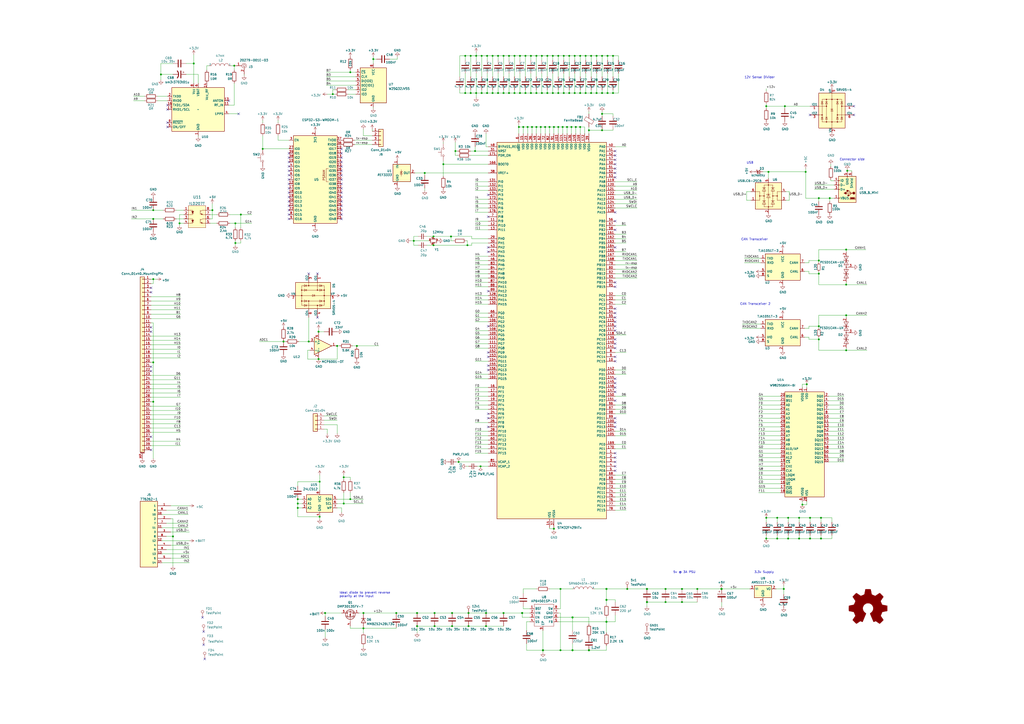
<source format=kicad_sch>
(kicad_sch (version 20231120) (generator "eeschema") (generator_version "8.0")
  (paper "A2")
  (lib_symbols
    (symbol "776262-1:776262-1" (pin_names (offset 1.016))
      (property "Reference" "J" (at -5.0886 18.5735 0))
      (property "Value" "776262-1" (at -5.0837 -22.8769 0))
      (symbol "776262-1_0_0"
        (pin passive line (at 12.7 15.24 180) (length 7.62) (name "1") (number "1"))
        (pin passive line (at 7.62 10.16 180) (length 2.54) (name "10") (number "10"))
        (pin passive line (at 7.62 2.54 180) (length 2.54) (name "11") (number "11"))
        (pin passive line (at 7.62 -5.08 180) (length 2.54) (name "12") (number "12"))
        (pin passive line (at 7.62 -12.7 180) (length 2.54) (name "13") (number "13"))
        (pin passive line (at 7.62 -17.78 180) (length 2.54) (name "14") (number "14"))
        (pin passive line (at 12.7 7.62 180) (length 7.62) (name "2") (number "2"))
        (pin passive line (at 12.7 0 180) (length 7.62) (name "3") (number "3"))
        (pin passive line (at 12.7 -7.62 180) (length 7.62) (name "4") (number "4"))
        (pin passive line (at 12.7 -15.24 180) (length 7.62) (name "5") (number "5"))
        (pin passive line (at 10.16 12.7 180) (length 5.08) (name "6") (number "6"))
        (pin passive line (at 10.16 5.08 180) (length 5.08) (name "7") (number "7"))
        (pin passive line (at 10.16 -2.54 180) (length 5.08) (name "8") (number "8"))
        (pin passive line (at 10.16 -10.16 180) (length 5.08) (name "9") (number "9"))
      )
    )
    (symbol "776262-1:ATGM336H-5N31"
      (property "Reference" "U" (at 0 0 0))
      (symbol "ATGM336H-5N31_1_1"
        (pin power_in line (at 0 -15.24 90) (length 2.54) (name "GND") (number "1"))
        (pin passive line (at 0 -15.24 90) (length 2.54) hide (name "GND") (number "10"))
        (pin input line (at 17.78 2.54 180) (length 2.54) (name "RF_IN") (number "11"))
        (pin passive line (at 0 -15.24 90) (length 2.54) hide (name "GND") (number "12"))
        (pin power_out line (at 17.78 5.08 180) (length 2.54) (name "ANTON") (number "13"))
        (pin power_out line (at 5.08 15.24 270) (length 2.54) (name "Vcc_RF") (number "14"))
        (pin no_connect line (at 15.24 -7.62 180) (length 2.54) hide (name "NC") (number "15"))
        (pin bidirectional line (at -17.78 2.54 0) (length 2.54) (name "TXD1/SDA") (number "16"))
        (pin input line (at -17.78 0 0) (length 2.54) (name "RXD1/SCL") (number "17"))
        (pin no_connect line (at 15.24 -10.16 180) (length 2.54) hide (name "NC") (number "18"))
        (pin output line (at -17.78 7.62 0) (length 2.54) (name "TXD0") (number "2"))
        (pin input line (at -17.78 5.08 0) (length 2.54) (name "RXD0") (number "3"))
        (pin output line (at 17.78 -2.54 180) (length 2.54) (name "1PPS") (number "4"))
        (pin input line (at -17.78 -10.16 0) (length 2.54) (name "ON/OFF") (number "5"))
        (pin power_in line (at 0 15.24 270) (length 2.54) (name "VBAT") (number "6"))
        (pin no_connect line (at 15.24 -5.08 180) (length 2.54) hide (name "NC") (number "7"))
        (pin power_in line (at -2.54 15.24 270) (length 2.54) (name "Vcc") (number "8"))
        (pin input line (at -17.78 -7.62 0) (length 2.54) (name "~{RESET}") (number "9"))
      )
    )
    (symbol "776262-1:W9825G6KH-6I"
      (property "Reference" "U" (at 0 0 0))
      (symbol "W9825G6KH-6I_1_1"
        (pin power_in line (at 1.27 34.29 270) (length 2.54) (name "VDD") (number "1"))
        (pin bidirectional line (at 13.97 16.51 180) (length 2.54) (name "DQ5") (number "10"))
        (pin bidirectional line (at 13.97 13.97 180) (length 2.54) (name "DQ6") (number "11"))
        (pin passive line (at -1.27 -31.75 90) (length 2.54) hide (name "VSSQ") (number "12"))
        (pin bidirectional line (at 13.97 11.43 180) (length 2.54) (name "DQ7") (number "13"))
        (pin passive line (at 1.27 34.29 270) (length 2.54) hide (name "VDD") (number "14"))
        (pin input line (at -13.97 -16.51 0) (length 2.54) (name "LDQM") (number "15"))
        (pin input line (at -13.97 -21.59 0) (length 2.54) (name "~{WE}") (number "16"))
        (pin input line (at -13.97 -24.13 0) (length 2.54) (name "~{CAS}") (number "17"))
        (pin input line (at -13.97 -26.67 0) (length 2.54) (name "~{RAS}") (number "18"))
        (pin input line (at -13.97 -8.89 0) (length 2.54) (name "~{CS}") (number "19"))
        (pin bidirectional line (at 13.97 29.21 180) (length 2.54) (name "DQ0") (number "2"))
        (pin input line (at -13.97 29.21 0) (length 2.54) (name "BS0") (number "20"))
        (pin input line (at -13.97 26.67 0) (length 2.54) (name "BS1") (number "21"))
        (pin input line (at -13.97 -1.27 0) (length 2.54) (name "A10/AP") (number "22"))
        (pin input line (at -13.97 24.13 0) (length 2.54) (name "A0") (number "23"))
        (pin input line (at -13.97 21.59 0) (length 2.54) (name "A1") (number "24"))
        (pin input line (at -13.97 19.05 0) (length 2.54) (name "A2") (number "25"))
        (pin input line (at -13.97 16.51 0) (length 2.54) (name "A3") (number "26"))
        (pin passive line (at 1.27 34.29 270) (length 2.54) hide (name "VDD") (number "27"))
        (pin power_in line (at 1.27 -31.75 90) (length 2.54) (name "VSS") (number "28"))
        (pin input line (at -13.97 13.97 0) (length 2.54) (name "A4") (number "29"))
        (pin power_in line (at -1.27 34.29 270) (length 2.54) (name "VDDQ") (number "3"))
        (pin input line (at -13.97 11.43 0) (length 2.54) (name "A5") (number "30"))
        (pin input line (at -13.97 8.89 0) (length 2.54) (name "A6") (number "31"))
        (pin input line (at -13.97 6.35 0) (length 2.54) (name "A7") (number "32"))
        (pin input line (at -13.97 3.81 0) (length 2.54) (name "A8") (number "33"))
        (pin input line (at -13.97 1.27 0) (length 2.54) (name "A9") (number "34"))
        (pin input line (at -13.97 -3.81 0) (length 2.54) (name "A11") (number "35"))
        (pin input line (at -13.97 -6.35 0) (length 2.54) (name "A12") (number "36"))
        (pin no_connect line (at 11.43 -13.97 180) (length 2.54) hide (name "NC") (number "36"))
        (pin input line (at -13.97 -11.43 0) (length 2.54) (name "CKE") (number "37"))
        (pin input line (at -13.97 -13.97 0) (length 2.54) (name "CLK") (number "38"))
        (pin input line (at -13.97 -19.05 0) (length 2.54) (name "UDQM") (number "39"))
        (pin bidirectional line (at 13.97 26.67 180) (length 2.54) (name "DQ1") (number "4"))
        (pin no_connect line (at 11.43 -16.51 180) (length 2.54) hide (name "NC") (number "40"))
        (pin passive line (at 1.27 -31.75 90) (length 2.54) hide (name "VSS") (number "41"))
        (pin bidirectional line (at 13.97 8.89 180) (length 2.54) (name "DQ8") (number "42"))
        (pin passive line (at -1.27 34.29 270) (length 2.54) hide (name "VDDQ") (number "43"))
        (pin bidirectional line (at 13.97 6.35 180) (length 2.54) (name "DQ9") (number "44"))
        (pin bidirectional line (at 13.97 3.81 180) (length 2.54) (name "DQ10") (number "45"))
        (pin passive line (at -1.27 -31.75 90) (length 2.54) hide (name "VSSQ") (number "46"))
        (pin bidirectional line (at 13.97 1.27 180) (length 2.54) (name "DQ11") (number "47"))
        (pin bidirectional line (at 13.97 -1.27 180) (length 2.54) (name "DQ12") (number "48"))
        (pin passive line (at -1.27 34.29 270) (length 2.54) hide (name "VDDQ") (number "49"))
        (pin bidirectional line (at 13.97 24.13 180) (length 2.54) (name "DQ2") (number "5"))
        (pin bidirectional line (at 13.97 -3.81 180) (length 2.54) (name "DQ13") (number "50"))
        (pin bidirectional line (at 13.97 -6.35 180) (length 2.54) (name "DQ14") (number "51"))
        (pin passive line (at -1.27 -31.75 90) (length 2.54) hide (name "VSSQ") (number "52"))
        (pin bidirectional line (at 13.97 -8.89 180) (length 2.54) (name "DQ15") (number "53"))
        (pin passive line (at 1.27 -31.75 90) (length 2.54) hide (name "VSS") (number "54"))
        (pin power_in line (at -1.27 -31.75 90) (length 2.54) (name "VSSQ") (number "6"))
        (pin bidirectional line (at 13.97 21.59 180) (length 2.54) (name "DQ3") (number "7"))
        (pin bidirectional line (at 13.97 19.05 180) (length 2.54) (name "DQ4") (number "8"))
        (pin passive line (at -1.27 34.29 270) (length 2.54) hide (name "VDDQ") (number "9"))
      )
    )
    (symbol "Amplifier_Operational:MCP6001-OT" (pin_names (offset 0.127))
      (property "Reference" "U" (at -1.27 6.35 0))
      (property "Value" "MCP6001-OT" (at -1.27 3.81 0))
      (symbol "MCP6001-OT_0_1"
        (pin power_in line (at -2.54 -7.62 90) (length 3.81) (name "V-") (number "2"))
        (pin power_in line (at -2.54 7.62 270) (length 3.81) (name "V+") (number "5"))
      )
      (symbol "MCP6001-OT_1_1"
        (pin output line (at 7.62 0 180) (length 2.54) (name "~") (number "1"))
        (pin input line (at -7.62 2.54 0) (length 2.54) (name "+") (number "3"))
        (pin input line (at -7.62 -2.54 0) (length 2.54) (name "-") (number "4"))
      )
    )
    (symbol "CM4IO:AP64351"
      (property "Reference" "U" (at 0 8.89 0))
      (property "Value" "AP64351" (at 1.27 6.35 0))
      (symbol "AP64351_1_1"
        (pin passive line (at -7.62 2.54 0) (length 2.54) (name "BST") (number "1"))
        (pin power_in line (at -7.62 0 0) (length 2.54) (name "VIN") (number "2"))
        (pin input line (at -7.62 -2.54 0) (length 2.54) (name "EN") (number "3"))
        (pin input line (at -7.62 -5.08 0) (length 2.54) (name "SS") (number "4"))
        (pin input line (at 8.89 -5.08 180) (length 2.54) (name "FB") (number "5"))
        (pin input line (at 8.89 -2.54 180) (length 2.54) (name "COMP") (number "6"))
        (pin power_in line (at 8.89 0 180) (length 2.54) (name "GND") (number "7"))
        (pin output line (at 8.89 2.54 180) (length 2.54) (name "SW") (number "8"))
        (pin passive line (at 0 -10.16 90) (length 2.54) (name "EP") (number "9"))
      )
    )
    (symbol "Connector:TestPoint" (pin_numbers hide) (pin_names (offset 0.762) hide)
      (property "Reference" "TP" (at 0 6.858 0))
      (property "Value" "TestPoint" (at 0 5.08 0))
      (symbol "TestPoint_1_1"
        (pin passive line (at 0 0 90) (length 2.54) (name "1") (number "1"))
      )
    )
    (symbol "Connector:USB_B_Mini" (pin_names (offset 1.016))
      (property "Reference" "J" (at -5.08 11.43 0))
      (property "Value" "USB_B_Mini" (at -5.08 8.89 0))
      (symbol "USB_B_Mini_1_1"
        (pin power_out line (at 7.62 5.08 180) (length 2.54) (name "VBUS") (number "1"))
        (pin bidirectional line (at 7.62 -2.54 180) (length 2.54) (name "D-") (number "2"))
        (pin bidirectional line (at 7.62 0 180) (length 2.54) (name "D+") (number "3"))
        (pin passive line (at 7.62 -5.08 180) (length 2.54) (name "ID") (number "4"))
        (pin power_out line (at 0 -10.16 90) (length 2.54) (name "GND") (number "5"))
        (pin passive line (at -2.54 -10.16 90) (length 2.54) (name "Shield") (number "6"))
      )
    )
    (symbol "Connector_Generic:Conn_01x04" (pin_names (offset 1.016) hide)
      (property "Reference" "J" (at 0 5.08 0))
      (property "Value" "Conn_01x04" (at 0 -7.62 0))
      (symbol "Conn_01x04_1_1"
        (pin passive line (at -5.08 2.54 0) (length 3.81) (name "Pin_1") (number "1"))
        (pin passive line (at -5.08 0 0) (length 3.81) (name "Pin_2") (number "2"))
        (pin passive line (at -5.08 -2.54 0) (length 3.81) (name "Pin_3") (number "3"))
        (pin passive line (at -5.08 -5.08 0) (length 3.81) (name "Pin_4") (number "4"))
      )
    )
    (symbol "Connector_Generic_MountingPin:Conn_01x40_MountingPin" (pin_names (offset 1.016) hide)
      (property "Reference" "J" (at 0 50.8 0))
      (property "Value" "Conn_01x40_MountingPin" (at 1.27 -53.34 0))
      (symbol "Conn_01x40_MountingPin_1_1"
        (text "Mounting" (at 0 -52.451 0) (effects (font (size 0.381 0.381))))
        (pin passive line (at -5.08 48.26 0) (length 3.81) (name "Pin_1") (number "1"))
        (pin passive line (at -5.08 25.4 0) (length 3.81) (name "Pin_10") (number "10"))
        (pin passive line (at -5.08 22.86 0) (length 3.81) (name "Pin_11") (number "11"))
        (pin passive line (at -5.08 20.32 0) (length 3.81) (name "Pin_12") (number "12"))
        (pin passive line (at -5.08 17.78 0) (length 3.81) (name "Pin_13") (number "13"))
        (pin passive line (at -5.08 15.24 0) (length 3.81) (name "Pin_14") (number "14"))
        (pin passive line (at -5.08 12.7 0) (length 3.81) (name "Pin_15") (number "15"))
        (pin passive line (at -5.08 10.16 0) (length 3.81) (name "Pin_16") (number "16"))
        (pin passive line (at -5.08 7.62 0) (length 3.81) (name "Pin_17") (number "17"))
        (pin passive line (at -5.08 5.08 0) (length 3.81) (name "Pin_18") (number "18"))
        (pin passive line (at -5.08 2.54 0) (length 3.81) (name "Pin_19") (number "19"))
        (pin passive line (at -5.08 45.72 0) (length 3.81) (name "Pin_2") (number "2"))
        (pin passive line (at -5.08 0 0) (length 3.81) (name "Pin_20") (number "20"))
        (pin passive line (at -5.08 -2.54 0) (length 3.81) (name "Pin_21") (number "21"))
        (pin passive line (at -5.08 -5.08 0) (length 3.81) (name "Pin_22") (number "22"))
        (pin passive line (at -5.08 -7.62 0) (length 3.81) (name "Pin_23") (number "23"))
        (pin passive line (at -5.08 -10.16 0) (length 3.81) (name "Pin_24") (number "24"))
        (pin passive line (at -5.08 -12.7 0) (length 3.81) (name "Pin_25") (number "25"))
        (pin passive line (at -5.08 -15.24 0) (length 3.81) (name "Pin_26") (number "26"))
        (pin passive line (at -5.08 -17.78 0) (length 3.81) (name "Pin_27") (number "27"))
        (pin passive line (at -5.08 -20.32 0) (length 3.81) (name "Pin_28") (number "28"))
        (pin passive line (at -5.08 -22.86 0) (length 3.81) (name "Pin_29") (number "29"))
        (pin passive line (at -5.08 43.18 0) (length 3.81) (name "Pin_3") (number "3"))
        (pin passive line (at -5.08 -25.4 0) (length 3.81) (name "Pin_30") (number "30"))
        (pin passive line (at -5.08 -27.94 0) (length 3.81) (name "Pin_31") (number "31"))
        (pin passive line (at -5.08 -30.48 0) (length 3.81) (name "Pin_32") (number "32"))
        (pin passive line (at -5.08 -33.02 0) (length 3.81) (name "Pin_33") (number "33"))
        (pin passive line (at -5.08 -35.56 0) (length 3.81) (name "Pin_34") (number "34"))
        (pin passive line (at -5.08 -38.1 0) (length 3.81) (name "Pin_35") (number "35"))
        (pin passive line (at -5.08 -40.64 0) (length 3.81) (name "Pin_36") (number "36"))
        (pin passive line (at -5.08 -43.18 0) (length 3.81) (name "Pin_37") (number "37"))
        (pin passive line (at -5.08 -45.72 0) (length 3.81) (name "Pin_38") (number "38"))
        (pin passive line (at -5.08 -48.26 0) (length 3.81) (name "Pin_39") (number "39"))
        (pin passive line (at -5.08 40.64 0) (length 3.81) (name "Pin_4") (number "4"))
        (pin passive line (at -5.08 -50.8 0) (length 3.81) (name "Pin_40") (number "40"))
        (pin passive line (at -5.08 38.1 0) (length 3.81) (name "Pin_5") (number "5"))
        (pin passive line (at -5.08 35.56 0) (length 3.81) (name "Pin_6") (number "6"))
        (pin passive line (at -5.08 33.02 0) (length 3.81) (name "Pin_7") (number "7"))
        (pin passive line (at -5.08 30.48 0) (length 3.81) (name "Pin_8") (number "8"))
        (pin passive line (at -5.08 27.94 0) (length 3.81) (name "Pin_9") (number "9"))
        (pin passive line (at 0 -55.88 90) (length 3.048) (name "MountPin") (number "MP"))
      )
    )
    (symbol "Device:C" (pin_numbers hide) (pin_names (offset 0.254))
      (property "Reference" "C" (at 0.635 2.54 0))
      (property "Value" "C" (at 0.635 -2.54 0))
      (symbol "C_1_1"
        (pin passive line (at 0 3.81 270) (length 2.794) (name "~") (number "1"))
        (pin passive line (at 0 -3.81 90) (length 2.794) (name "~") (number "2"))
      )
    )
    (symbol "Device:CP" (pin_numbers hide) (pin_names (offset 0.254))
      (property "Reference" "C" (at 0.635 2.54 0))
      (property "Value" "CP" (at 0.635 -2.54 0))
      (symbol "CP_1_1"
        (pin passive line (at 0 3.81 270) (length 2.794) (name "~") (number "1"))
        (pin passive line (at 0 -3.81 90) (length 2.794) (name "~") (number "2"))
      )
    )
    (symbol "Device:C_Polarized_US" (pin_numbers hide) (pin_names (offset 0.254) hide)
      (property "Reference" "C" (at 0.635 2.54 0))
      (property "Value" "C_Polarized_US" (at 0.635 -2.54 0))
      (symbol "C_Polarized_US_1_1"
        (pin passive line (at 0 3.81 270) (length 2.794) (name "~") (number "1"))
        (pin passive line (at 0 -3.81 90) (length 3.302) (name "~") (number "2"))
      )
    )
    (symbol "Device:C_Small" (pin_numbers hide) (pin_names (offset 0.254) hide)
      (property "Reference" "C" (at 0.254 1.778 0))
      (property "Value" "C_Small" (at 0.254 -2.032 0))
      (symbol "C_Small_1_1"
        (pin passive line (at 0 2.54 270) (length 2.032) (name "~") (number "1"))
        (pin passive line (at 0 -2.54 90) (length 2.032) (name "~") (number "2"))
      )
    )
    (symbol "Device:Crystal_GND24_Small" (pin_names (offset 1.016) hide)
      (property "Reference" "Y" (at 1.27 4.445 0))
      (property "Value" "Crystal_GND24_Small" (at 1.27 2.54 0))
      (symbol "Crystal_GND24_Small_1_1"
        (pin passive line (at -2.54 0 0) (length 1.27) (name "1") (number "1"))
        (pin passive line (at 0 -2.54 90) (length 0.635) (name "2") (number "2"))
        (pin passive line (at 2.54 0 180) (length 1.27) (name "3") (number "3"))
        (pin passive line (at 0 2.54 270) (length 0.635) (name "4") (number "4"))
      )
    )
    (symbol "Device:D_Schottky_Small" (pin_numbers hide) (pin_names (offset 0.254) hide)
      (property "Reference" "D" (at -1.27 2.032 0))
      (property "Value" "D_Schottky_Small" (at -7.112 -2.032 0))
      (symbol "D_Schottky_Small_1_1"
        (pin passive line (at -2.54 0 0) (length 1.778) (name "K") (number "1"))
        (pin passive line (at 2.54 0 180) (length 1.778) (name "A") (number "2"))
      )
    )
    (symbol "Device:FerriteBead" (pin_numbers hide) (pin_names (offset 0))
      (property "Reference" "FB" (at -3.81 0.635 90))
      (property "Value" "FerriteBead" (at 3.81 0 90))
      (symbol "FerriteBead_1_1"
        (pin passive line (at 0 3.81 270) (length 2.54) (name "~") (number "1"))
        (pin passive line (at 0 -3.81 90) (length 2.54) (name "~") (number "2"))
      )
    )
    (symbol "Device:R" (pin_numbers hide) (pin_names (offset 0))
      (property "Reference" "R" (at 2.032 0 90))
      (property "Value" "R" (at 0 0 90))
      (symbol "R_1_1"
        (pin passive line (at 0 3.81 270) (length 1.27) (name "~") (number "1"))
        (pin passive line (at 0 -3.81 90) (length 1.27) (name "~") (number "2"))
      )
    )
    (symbol "Device:R_Small" (pin_numbers hide) (pin_names (offset 0.254) hide)
      (property "Reference" "R" (at 0.762 0.508 0))
      (property "Value" "R_Small" (at 0.762 -1.016 0))
      (symbol "R_Small_1_1"
        (pin passive line (at 0 2.54 270) (length 0.762) (name "~") (number "1"))
        (pin passive line (at 0 -2.54 90) (length 0.762) (name "~") (number "2"))
      )
    )
    (symbol "Diode:BAS20" (pin_numbers hide) (pin_names hide)
      (property "Reference" "D" (at 0 2.54 0))
      (property "Value" "BAS20" (at 0 -2.54 0))
      (symbol "BAS20_1_1"
        (pin passive line (at 3.81 0 180) (length 2.54) (name "A") (number "1"))
        (pin no_connect line (at -1.27 0 0) (length 2.54) hide (name "NC") (number "2"))
        (pin passive line (at -3.81 0 0) (length 2.54) (name "K") (number "3"))
      )
    )
    (symbol "GND_1" (power) (pin_numbers hide) (pin_names (offset 0) hide)
      (property "Value" "GND" (at 0 -3.81 0))
      (symbol "GND_1_1_1"
        (pin power_in line (at 0 0 270) (length 0) (name "~") (number "1"))
      )
    )
    (symbol "GND_2" (power) (pin_numbers hide) (pin_names (offset 0) hide)
      (property "Value" "GND" (at 0 -3.81 0))
      (symbol "GND_2_1_1"
        (pin power_in line (at 0 0 270) (length 0) (name "~") (number "1"))
      )
    )
    (symbol "Graphic:Logo_Open_Hardware_Large" (in_bom no) (on_board no))
    (symbol "Interface_CAN_LIN:TJA1051T-3" (pin_names (offset 1.016))
      (property "Reference" "U" (at -10.16 8.89 0))
      (property "Value" "TJA1051T-3" (at 1.27 8.89 0))
      (symbol "TJA1051T-3_1_1"
        (pin input line (at -12.7 5.08 0) (length 2.54) (name "TXD") (number "1"))
        (pin power_in line (at 0 -10.16 90) (length 2.54) (name "GND") (number "2"))
        (pin power_in line (at 0 10.16 270) (length 2.54) (name "VCC") (number "3"))
        (pin output line (at -12.7 2.54 0) (length 2.54) (name "RXD") (number "4"))
        (pin power_in line (at -12.7 -2.54 0) (length 2.54) (name "VIO") (number "5"))
        (pin bidirectional line (at 12.7 -2.54 180) (length 2.54) (name "CANL") (number "6"))
        (pin bidirectional line (at 12.7 2.54 180) (length 2.54) (name "CANH") (number "7"))
        (pin input line (at -12.7 -5.08 0) (length 2.54) (name "S") (number "8"))
      )
    )
    (symbol "MCU_ST_STM32F4:STM32F429IITx"
      (property "Reference" "U" (at -30.48 110.49 0))
      (property "Value" "STM32F429IITx" (at 25.4 110.49 0))
      (symbol "STM32F429IITx_1_1"
        (pin bidirectional line (at 38.1 -71.12 180) (length 5.08) (name "PE2") (number "1"))
        (pin bidirectional line (at 38.1 -17.78 180) (length 5.08) (name "PC15") (number "10"))
        (pin bidirectional line (at 38.1 -53.34 180) (length 5.08) (name "PD12") (number "100"))
        (pin bidirectional line (at 38.1 -55.88 180) (length 5.08) (name "PD13") (number "101"))
        (pin passive line (at 0 -114.3 90) (length 5.08) hide (name "VSS") (number "102"))
        (pin power_in line (at 5.08 114.3 270) (length 5.08) (name "VDD") (number "103"))
        (pin bidirectional line (at 38.1 -58.42 180) (length 5.08) (name "PD14") (number "104"))
        (pin bidirectional line (at 38.1 -60.96 180) (length 5.08) (name "PD15") (number "105"))
        (pin bidirectional line (at -35.56 5.08 0) (length 5.08) (name "PG2") (number "106"))
        (pin bidirectional line (at -35.56 2.54 0) (length 5.08) (name "PG3") (number "107"))
        (pin bidirectional line (at -35.56 0 0) (length 5.08) (name "PG4") (number "108"))
        (pin bidirectional line (at -35.56 -2.54 0) (length 5.08) (name "PG5") (number "109"))
        (pin bidirectional line (at -35.56 63.5 0) (length 5.08) (name "PI9") (number "11"))
        (pin bidirectional line (at -35.56 -5.08 0) (length 5.08) (name "PG6") (number "110"))
        (pin bidirectional line (at -35.56 -7.62 0) (length 5.08) (name "PG7") (number "111"))
        (pin bidirectional line (at -35.56 -10.16 0) (length 5.08) (name "PG8") (number "112"))
        (pin passive line (at 0 -114.3 90) (length 5.08) hide (name "VSS") (number "113"))
        (pin power_in line (at 7.62 114.3 270) (length 5.08) (name "VDD") (number "114"))
        (pin bidirectional line (at 38.1 5.08 180) (length 5.08) (name "PC6") (number "115"))
        (pin bidirectional line (at 38.1 2.54 180) (length 5.08) (name "PC7") (number "116"))
        (pin bidirectional line (at 38.1 0 180) (length 5.08) (name "PC8") (number "117"))
        (pin bidirectional line (at 38.1 -2.54 180) (length 5.08) (name "PC9") (number "118"))
        (pin bidirectional line (at 38.1 86.36 180) (length 5.08) (name "PA8") (number "119"))
        (pin bidirectional line (at -35.56 60.96 0) (length 5.08) (name "PI10") (number "12"))
        (pin bidirectional line (at 38.1 83.82 180) (length 5.08) (name "PA9") (number "120"))
        (pin bidirectional line (at 38.1 81.28 180) (length 5.08) (name "PA10") (number "121"))
        (pin bidirectional line (at 38.1 78.74 180) (length 5.08) (name "PA11") (number "122"))
        (pin bidirectional line (at 38.1 76.2 180) (length 5.08) (name "PA12") (number "123"))
        (pin bidirectional line (at 38.1 73.66 180) (length 5.08) (name "PA13") (number "124"))
        (pin power_out line (at -35.56 -78.74 0) (length 5.08) (name "VCAP_2") (number "125"))
        (pin passive line (at 0 -114.3 90) (length 5.08) hide (name "VSS") (number "126"))
        (pin power_in line (at 10.16 114.3 270) (length 5.08) (name "VDD") (number "127"))
        (pin bidirectional line (at -35.56 20.32 0) (length 5.08) (name "PH13") (number "128"))
        (pin bidirectional line (at -35.56 17.78 0) (length 5.08) (name "PH14") (number "129"))
        (pin bidirectional line (at -35.56 58.42 0) (length 5.08) (name "PI11") (number "13"))
        (pin bidirectional line (at -35.56 15.24 0) (length 5.08) (name "PH15") (number "130"))
        (pin bidirectional line (at -35.56 86.36 0) (length 5.08) (name "PI0") (number "131"))
        (pin bidirectional line (at -35.56 83.82 0) (length 5.08) (name "PI1") (number "132"))
        (pin bidirectional line (at -35.56 81.28 0) (length 5.08) (name "PI2") (number "133"))
        (pin bidirectional line (at -35.56 78.74 0) (length 5.08) (name "PI3") (number "134"))
        (pin passive line (at 0 -114.3 90) (length 5.08) hide (name "VSS") (number "135"))
        (pin power_in line (at 12.7 114.3 270) (length 5.08) (name "VDD") (number "136"))
        (pin bidirectional line (at 38.1 71.12 180) (length 5.08) (name "PA14") (number "137"))
        (pin bidirectional line (at 38.1 68.58 180) (length 5.08) (name "PA15") (number "138"))
        (pin bidirectional line (at 38.1 -5.08 180) (length 5.08) (name "PC10") (number "139"))
        (pin power_in line (at 0 -114.3 90) (length 5.08) (name "VSS") (number "14"))
        (pin bidirectional line (at 38.1 -7.62 180) (length 5.08) (name "PC11") (number "140"))
        (pin bidirectional line (at 38.1 -10.16 180) (length 5.08) (name "PC12") (number "141"))
        (pin bidirectional line (at 38.1 -22.86 180) (length 5.08) (name "PD0") (number "142"))
        (pin bidirectional line (at 38.1 -25.4 180) (length 5.08) (name "PD1") (number "143"))
        (pin bidirectional line (at 38.1 -27.94 180) (length 5.08) (name "PD2") (number "144"))
        (pin bidirectional line (at 38.1 -30.48 180) (length 5.08) (name "PD3") (number "145"))
        (pin bidirectional line (at 38.1 -33.02 180) (length 5.08) (name "PD4") (number "146"))
        (pin bidirectional line (at 38.1 -35.56 180) (length 5.08) (name "PD5") (number "147"))
        (pin passive line (at 0 -114.3 90) (length 5.08) hide (name "VSS") (number "148"))
        (pin power_in line (at 15.24 114.3 270) (length 5.08) (name "VDD") (number "149"))
        (pin power_in line (at -15.24 114.3 270) (length 5.08) (name "VDD") (number "15"))
        (pin bidirectional line (at 38.1 -38.1 180) (length 5.08) (name "PD6") (number "150"))
        (pin bidirectional line (at 38.1 -40.64 180) (length 5.08) (name "PD7") (number "151"))
        (pin bidirectional line (at -35.56 -12.7 0) (length 5.08) (name "PG9") (number "152"))
        (pin bidirectional line (at -35.56 -15.24 0) (length 5.08) (name "PG10") (number "153"))
        (pin bidirectional line (at -35.56 -17.78 0) (length 5.08) (name "PG11") (number "154"))
        (pin bidirectional line (at -35.56 -20.32 0) (length 5.08) (name "PG12") (number "155"))
        (pin bidirectional line (at -35.56 -22.86 0) (length 5.08) (name "PG13") (number "156"))
        (pin bidirectional line (at -35.56 -25.4 0) (length 5.08) (name "PG14") (number "157"))
        (pin passive line (at 0 -114.3 90) (length 5.08) hide (name "VSS") (number "158"))
        (pin power_in line (at 17.78 114.3 270) (length 5.08) (name "VDD") (number "159"))
        (pin bidirectional line (at -35.56 -33.02 0) (length 5.08) (name "PF0") (number "16"))
        (pin bidirectional line (at -35.56 -27.94 0) (length 5.08) (name "PG15") (number "160"))
        (pin bidirectional line (at 38.1 55.88 180) (length 5.08) (name "PB3") (number "161"))
        (pin bidirectional line (at 38.1 53.34 180) (length 5.08) (name "PB4") (number "162"))
        (pin bidirectional line (at 38.1 50.8 180) (length 5.08) (name "PB5") (number "163"))
        (pin bidirectional line (at 38.1 48.26 180) (length 5.08) (name "PB6") (number "164"))
        (pin bidirectional line (at 38.1 45.72 180) (length 5.08) (name "PB7") (number "165"))
        (pin input line (at -35.56 96.52 0) (length 5.08) (name "BOOT0") (number "166"))
        (pin bidirectional line (at 38.1 43.18 180) (length 5.08) (name "PB8") (number "167"))
        (pin bidirectional line (at 38.1 40.64 180) (length 5.08) (name "PB9") (number "168"))
        (pin bidirectional line (at 38.1 -66.04 180) (length 5.08) (name "PE0") (number "169"))
        (pin bidirectional line (at -35.56 -35.56 0) (length 5.08) (name "PF1") (number "17"))
        (pin bidirectional line (at 38.1 -68.58 180) (length 5.08) (name "PE1") (number "170"))
        (pin input line (at -35.56 101.6 0) (length 5.08) (name "PDR_ON") (number "171"))
        (pin power_in line (at 20.32 114.3 270) (length 5.08) (name "VDD") (number "172"))
        (pin bidirectional line (at -35.56 76.2 0) (length 5.08) (name "PI4") (number "173"))
        (pin bidirectional line (at -35.56 73.66 0) (length 5.08) (name "PI5") (number "174"))
        (pin bidirectional line (at -35.56 71.12 0) (length 5.08) (name "PI6") (number "175"))
        (pin bidirectional line (at -35.56 68.58 0) (length 5.08) (name "PI7") (number "176"))
        (pin bidirectional line (at -35.56 -38.1 0) (length 5.08) (name "PF2") (number "18"))
        (pin bidirectional line (at -35.56 -40.64 0) (length 5.08) (name "PF3") (number "19"))
        (pin bidirectional line (at 38.1 -73.66 180) (length 5.08) (name "PE3") (number "2"))
        (pin bidirectional line (at -35.56 -43.18 0) (length 5.08) (name "PF4") (number "20"))
        (pin bidirectional line (at -35.56 -45.72 0) (length 5.08) (name "PF5") (number "21"))
        (pin passive line (at 0 -114.3 90) (length 5.08) hide (name "VSS") (number "22"))
        (pin power_in line (at -12.7 114.3 270) (length 5.08) (name "VDD") (number "23"))
        (pin bidirectional line (at -35.56 -48.26 0) (length 5.08) (name "PF6") (number "24"))
        (pin bidirectional line (at -35.56 -50.8 0) (length 5.08) (name "PF7") (number "25"))
        (pin bidirectional line (at -35.56 -53.34 0) (length 5.08) (name "PF8") (number "26"))
        (pin bidirectional line (at -35.56 -55.88 0) (length 5.08) (name "PF9") (number "27"))
        (pin bidirectional line (at -35.56 -58.42 0) (length 5.08) (name "PF10") (number "28"))
        (pin bidirectional line (at -35.56 53.34 0) (length 5.08) (name "PH0") (number "29"))
        (pin bidirectional line (at 38.1 -76.2 180) (length 5.08) (name "PE4") (number "3"))
        (pin bidirectional line (at -35.56 50.8 0) (length 5.08) (name "PH1") (number "30"))
        (pin input line (at -35.56 104.14 0) (length 5.08) (name "NRST") (number "31"))
        (pin bidirectional line (at 38.1 20.32 180) (length 5.08) (name "PC0") (number "32"))
        (pin bidirectional line (at 38.1 17.78 180) (length 5.08) (name "PC1") (number "33"))
        (pin bidirectional line (at 38.1 15.24 180) (length 5.08) (name "PC2") (number "34"))
        (pin bidirectional line (at 38.1 12.7 180) (length 5.08) (name "PC3") (number "35"))
        (pin power_in line (at -10.16 114.3 270) (length 5.08) (name "VDD") (number "36"))
        (pin power_in line (at 2.54 -114.3 90) (length 5.08) (name "VSSA") (number "37"))
        (pin input line (at -35.56 91.44 0) (length 5.08) (name "VREF+") (number "38"))
        (pin power_in line (at 22.86 114.3 270) (length 5.08) (name "VDDA") (number "39"))
        (pin bidirectional line (at 38.1 -78.74 180) (length 5.08) (name "PE5") (number "4"))
        (pin bidirectional line (at 38.1 106.68 180) (length 5.08) (name "PA0") (number "40"))
        (pin bidirectional line (at 38.1 104.14 180) (length 5.08) (name "PA1") (number "41"))
        (pin bidirectional line (at 38.1 101.6 180) (length 5.08) (name "PA2") (number "42"))
        (pin bidirectional line (at -35.56 48.26 0) (length 5.08) (name "PH2") (number "43"))
        (pin bidirectional line (at -35.56 45.72 0) (length 5.08) (name "PH3") (number "44"))
        (pin bidirectional line (at -35.56 43.18 0) (length 5.08) (name "PH4") (number "45"))
        (pin bidirectional line (at -35.56 40.64 0) (length 5.08) (name "PH5") (number "46"))
        (pin bidirectional line (at 38.1 99.06 180) (length 5.08) (name "PA3") (number "47"))
        (pin input line (at -35.56 106.68 0) (length 5.08) (name "BYPASS_REG") (number "48"))
        (pin power_in line (at -7.62 114.3 270) (length 5.08) (name "VDD") (number "49"))
        (pin bidirectional line (at 38.1 -81.28 180) (length 5.08) (name "PE6") (number "5"))
        (pin bidirectional line (at 38.1 96.52 180) (length 5.08) (name "PA4") (number "50"))
        (pin bidirectional line (at 38.1 93.98 180) (length 5.08) (name "PA5") (number "51"))
        (pin bidirectional line (at 38.1 91.44 180) (length 5.08) (name "PA6") (number "52"))
        (pin bidirectional line (at 38.1 88.9 180) (length 5.08) (name "PA7") (number "53"))
        (pin bidirectional line (at 38.1 10.16 180) (length 5.08) (name "PC4") (number "54"))
        (pin bidirectional line (at 38.1 7.62 180) (length 5.08) (name "PC5") (number "55"))
        (pin bidirectional line (at 38.1 63.5 180) (length 5.08) (name "PB0") (number "56"))
        (pin bidirectional line (at 38.1 60.96 180) (length 5.08) (name "PB1") (number "57"))
        (pin bidirectional line (at 38.1 58.42 180) (length 5.08) (name "PB2") (number "58"))
        (pin bidirectional line (at -35.56 -60.96 0) (length 5.08) (name "PF11") (number "59"))
        (pin power_in line (at -17.78 114.3 270) (length 5.08) (name "VBAT") (number "6"))
        (pin bidirectional line (at -35.56 -63.5 0) (length 5.08) (name "PF12") (number "60"))
        (pin passive line (at 0 -114.3 90) (length 5.08) hide (name "VSS") (number "61"))
        (pin power_in line (at -5.08 114.3 270) (length 5.08) (name "VDD") (number "62"))
        (pin bidirectional line (at -35.56 -66.04 0) (length 5.08) (name "PF13") (number "63"))
        (pin bidirectional line (at -35.56 -68.58 0) (length 5.08) (name "PF14") (number "64"))
        (pin bidirectional line (at -35.56 -71.12 0) (length 5.08) (name "PF15") (number "65"))
        (pin bidirectional line (at -35.56 10.16 0) (length 5.08) (name "PG0") (number "66"))
        (pin bidirectional line (at -35.56 7.62 0) (length 5.08) (name "PG1") (number "67"))
        (pin bidirectional line (at 38.1 -83.82 180) (length 5.08) (name "PE7") (number "68"))
        (pin bidirectional line (at 38.1 -86.36 180) (length 5.08) (name "PE8") (number "69"))
        (pin bidirectional line (at -35.56 66.04 0) (length 5.08) (name "PI8") (number "7"))
        (pin bidirectional line (at 38.1 -88.9 180) (length 5.08) (name "PE9") (number "70"))
        (pin passive line (at 0 -114.3 90) (length 5.08) hide (name "VSS") (number "71"))
        (pin power_in line (at -2.54 114.3 270) (length 5.08) (name "VDD") (number "72"))
        (pin bidirectional line (at 38.1 -91.44 180) (length 5.08) (name "PE10") (number "73"))
        (pin bidirectional line (at 38.1 -93.98 180) (length 5.08) (name "PE11") (number "74"))
        (pin bidirectional line (at 38.1 -96.52 180) (length 5.08) (name "PE12") (number "75"))
        (pin bidirectional line (at 38.1 -99.06 180) (length 5.08) (name "PE13") (number "76"))
        (pin bidirectional line (at 38.1 -101.6 180) (length 5.08) (name "PE14") (number "77"))
        (pin bidirectional line (at 38.1 -104.14 180) (length 5.08) (name "PE15") (number "78"))
        (pin bidirectional line (at 38.1 38.1 180) (length 5.08) (name "PB10") (number "79"))
        (pin bidirectional line (at 38.1 -12.7 180) (length 5.08) (name "PC13") (number "8"))
        (pin bidirectional line (at 38.1 35.56 180) (length 5.08) (name "PB11") (number "80"))
        (pin power_out line (at -35.56 -76.2 0) (length 5.08) (name "VCAP_1") (number "81"))
        (pin power_in line (at 0 114.3 270) (length 5.08) (name "VDD") (number "82"))
        (pin bidirectional line (at -35.56 38.1 0) (length 5.08) (name "PH6") (number "83"))
        (pin bidirectional line (at -35.56 35.56 0) (length 5.08) (name "PH7") (number "84"))
        (pin bidirectional line (at -35.56 33.02 0) (length 5.08) (name "PH8") (number "85"))
        (pin bidirectional line (at -35.56 30.48 0) (length 5.08) (name "PH9") (number "86"))
        (pin bidirectional line (at -35.56 27.94 0) (length 5.08) (name "PH10") (number "87"))
        (pin bidirectional line (at -35.56 25.4 0) (length 5.08) (name "PH11") (number "88"))
        (pin bidirectional line (at -35.56 22.86 0) (length 5.08) (name "PH12") (number "89"))
        (pin bidirectional line (at 38.1 -15.24 180) (length 5.08) (name "PC14") (number "9"))
        (pin passive line (at 0 -114.3 90) (length 5.08) hide (name "VSS") (number "90"))
        (pin power_in line (at 2.54 114.3 270) (length 5.08) (name "VDD") (number "91"))
        (pin bidirectional line (at 38.1 33.02 180) (length 5.08) (name "PB12") (number "92"))
        (pin bidirectional line (at 38.1 30.48 180) (length 5.08) (name "PB13") (number "93"))
        (pin bidirectional line (at 38.1 27.94 180) (length 5.08) (name "PB14") (number "94"))
        (pin bidirectional line (at 38.1 25.4 180) (length 5.08) (name "PB15") (number "95"))
        (pin bidirectional line (at 38.1 -43.18 180) (length 5.08) (name "PD8") (number "96"))
        (pin bidirectional line (at 38.1 -45.72 180) (length 5.08) (name "PD9") (number "97"))
        (pin bidirectional line (at 38.1 -48.26 180) (length 5.08) (name "PD10") (number "98"))
        (pin bidirectional line (at 38.1 -50.8 180) (length 5.08) (name "PD11") (number "99"))
      )
    )
    (symbol "Memory_EEPROM:24LC512"
      (property "Reference" "U" (at -6.35 6.35 0))
      (property "Value" "24LC512" (at 1.27 6.35 0))
      (symbol "24LC512_1_1"
        (pin input line (at -10.16 2.54 0) (length 2.54) (name "A0") (number "1"))
        (pin input line (at -10.16 0 0) (length 2.54) (name "A1") (number "2"))
        (pin input line (at -10.16 -2.54 0) (length 2.54) (name "A2") (number "3"))
        (pin power_in line (at 0 -7.62 90) (length 2.54) (name "GND") (number "4"))
        (pin bidirectional line (at 10.16 2.54 180) (length 2.54) (name "SDA") (number "5"))
        (pin input line (at 10.16 0 180) (length 2.54) (name "SCL") (number "6"))
        (pin input line (at 10.16 -2.54 180) (length 2.54) (name "WP") (number "7"))
        (pin power_in line (at 0 7.62 270) (length 2.54) (name "VCC") (number "8"))
      )
    )
    (symbol "Memory_Flash:W25Q32JVSS"
      (property "Reference" "U" (at -6.35 11.43 0))
      (property "Value" "W25Q32JVSS" (at 7.62 11.43 0))
      (symbol "W25Q32JVSS_1_1"
        (pin input line (at -10.16 7.62 0) (length 2.54) (name "~{CS}") (number "1"))
        (pin bidirectional line (at -10.16 0 0) (length 2.54) (name "DO(IO1)") (number "2"))
        (pin bidirectional line (at -10.16 -2.54 0) (length 2.54) (name "IO2") (number "3"))
        (pin power_in line (at 0 -12.7 90) (length 2.54) (name "GND") (number "4"))
        (pin bidirectional line (at -10.16 2.54 0) (length 2.54) (name "DI(IO0)") (number "5"))
        (pin input line (at -10.16 5.08 0) (length 2.54) (name "CLK") (number "6"))
        (pin bidirectional line (at -10.16 -5.08 0) (length 2.54) (name "IO3") (number "7"))
        (pin power_in line (at 0 12.7 270) (length 2.54) (name "VCC") (number "8"))
      )
    )
    (symbol "Power_Protection:SRV05-4" (pin_names (offset 0))
      (property "Reference" "U" (at -5.08 11.43 0))
      (property "Value" "SRV05-4" (at 2.54 11.43 0))
      (symbol "SRV05-4_1_1"
        (pin passive line (at -12.7 2.54 0) (length 5.08) (name "IO1") (number "1"))
        (pin passive line (at 0 -12.7 90) (length 2.54) (name "VN") (number "2"))
        (pin passive line (at -12.7 -2.54 0) (length 5.08) (name "IO2") (number "3"))
        (pin passive line (at 12.7 2.54 180) (length 5.08) (name "IO3") (number "4"))
        (pin passive line (at 0 12.7 270) (length 2.54) (name "VP") (number "5"))
        (pin passive line (at 12.7 -2.54 180) (length 5.08) (name "IO4") (number "6"))
      )
    )
    (symbol "RF_Module:ESP32-S3-WROOM-1"
      (property "Reference" "U" (at -12.7 26.67 0))
      (property "Value" "ESP32-S3-WROOM-1" (at 12.7 26.67 0))
      (symbol "ESP32-S3-WROOM-1_0_0"
        (text "PSRAM" (at 5.08 2.54 900) (effects (font (size 1.27 1.27))))
      )
      (symbol "ESP32-S3-WROOM-1_1_1"
        (pin power_in line (at 0 -27.94 90) (length 2.54) (name "GND") (number "1"))
        (pin bidirectional line (at 15.24 17.78 180) (length 2.54) (name "IO17") (number "10"))
        (pin bidirectional line (at 15.24 15.24 180) (length 2.54) (name "IO18") (number "11"))
        (pin bidirectional line (at -15.24 -2.54 0) (length 2.54) (name "IO8") (number "12"))
        (pin bidirectional line (at 15.24 12.7 180) (length 2.54) (name "IO19") (number "13"))
        (pin bidirectional line (at 15.24 10.16 180) (length 2.54) (name "IO20") (number "14"))
        (pin bidirectional line (at -15.24 10.16 0) (length 2.54) (name "IO3") (number "15"))
        (pin bidirectional line (at 15.24 -17.78 180) (length 2.54) (name "IO46") (number "16"))
        (pin bidirectional line (at -15.24 -5.08 0) (length 2.54) (name "IO9") (number "17"))
        (pin bidirectional line (at -15.24 -7.62 0) (length 2.54) (name "IO10") (number "18"))
        (pin bidirectional line (at -15.24 -10.16 0) (length 2.54) (name "IO11") (number "19"))
        (pin power_in line (at 0 27.94 270) (length 2.54) (name "3V3") (number "2"))
        (pin bidirectional line (at -15.24 -12.7 0) (length 2.54) (name "IO12") (number "20"))
        (pin bidirectional line (at -15.24 -15.24 0) (length 2.54) (name "IO13") (number "21"))
        (pin bidirectional line (at -15.24 -17.78 0) (length 2.54) (name "IO14") (number "22"))
        (pin bidirectional line (at 15.24 7.62 180) (length 2.54) (name "IO21") (number "23"))
        (pin bidirectional line (at 15.24 -20.32 180) (length 2.54) (name "IO47") (number "24"))
        (pin bidirectional line (at 15.24 -22.86 180) (length 2.54) (name "IO48") (number "25"))
        (pin bidirectional line (at 15.24 -15.24 180) (length 2.54) (name "IO45") (number "26"))
        (pin bidirectional line (at -15.24 17.78 0) (length 2.54) (name "IO0") (number "27"))
        (pin bidirectional line (at 15.24 5.08 180) (length 2.54) (name "IO35") (number "28"))
        (pin bidirectional line (at 15.24 2.54 180) (length 2.54) (name "IO36") (number "29"))
        (pin input line (at -15.24 22.86 0) (length 2.54) (name "EN") (number "3"))
        (pin bidirectional line (at 15.24 0 180) (length 2.54) (name "IO37") (number "30"))
        (pin bidirectional line (at 15.24 -2.54 180) (length 2.54) (name "IO38") (number "31"))
        (pin bidirectional line (at 15.24 -5.08 180) (length 2.54) (name "IO39") (number "32"))
        (pin bidirectional line (at 15.24 -7.62 180) (length 2.54) (name "IO40") (number "33"))
        (pin bidirectional line (at 15.24 -10.16 180) (length 2.54) (name "IO41") (number "34"))
        (pin bidirectional line (at 15.24 -12.7 180) (length 2.54) (name "IO42") (number "35"))
        (pin bidirectional line (at 15.24 20.32 180) (length 2.54) (name "RXD0") (number "36"))
        (pin bidirectional line (at 15.24 22.86 180) (length 2.54) (name "TXD0") (number "37"))
        (pin bidirectional line (at -15.24 12.7 0) (length 2.54) (name "IO2") (number "38"))
        (pin bidirectional line (at -15.24 15.24 0) (length 2.54) (name "IO1") (number "39"))
        (pin bidirectional line (at -15.24 7.62 0) (length 2.54) (name "IO4") (number "4"))
        (pin passive line (at 0 -27.94 90) (length 2.54) hide (name "GND") (number "40"))
        (pin passive line (at 0 -27.94 90) (length 2.54) hide (name "GND") (number "41"))
        (pin bidirectional line (at -15.24 5.08 0) (length 2.54) (name "IO5") (number "5"))
        (pin bidirectional line (at -15.24 2.54 0) (length 2.54) (name "IO6") (number "6"))
        (pin bidirectional line (at -15.24 0 0) (length 2.54) (name "IO7") (number "7"))
        (pin bidirectional line (at -15.24 -20.32 0) (length 2.54) (name "IO15") (number "8"))
        (pin bidirectional line (at -15.24 -22.86 0) (length 2.54) (name "IO16") (number "9"))
      )
    )
    (symbol "Reference_Voltage:REF3033" (pin_names (offset 0.254))
      (property "Reference" "U" (at 0 6.35 0))
      (property "Value" "REF3033" (at 2.54 -6.35 0))
      (symbol "REF3033_1_1"
        (pin power_in line (at -2.54 7.62 270) (length 2.54) (name "IN") (number "1"))
        (pin power_out line (at 7.62 0 180) (length 2.54) (name "OUT") (number "2"))
        (pin power_in line (at -2.54 -7.62 90) (length 2.54) (name "GND") (number "3"))
      )
    )
    (symbol "Regulator_Linear:AMS1117-3.3"
      (property "Reference" "U" (at -3.81 3.175 0))
      (property "Value" "AMS1117-3.3" (at 0 3.175 0))
      (symbol "AMS1117-3.3_1_1"
        (pin power_in line (at 0 -7.62 90) (length 2.54) (name "GND") (number "1"))
        (pin power_out line (at 7.62 0 180) (length 2.54) (name "VO") (number "2"))
        (pin power_in line (at -7.62 0 0) (length 2.54) (name "VI") (number "3"))
      )
    )
    (symbol "Switch:SW_Push" (pin_numbers hide) (pin_names (offset 1.016) hide)
      (property "Reference" "SW" (at 1.27 2.54 0))
      (property "Value" "SW_Push" (at 0 -1.524 0))
      (symbol "SW_Push_0_1"
        (pin passive line (at -5.08 0 0) (length 2.54) (name "1") (number "1"))
        (pin passive line (at 5.08 0 180) (length 2.54) (name "2") (number "2"))
      )
    )
    (symbol "Transistor_FET:DMP3013SFV" (pin_names hide)
      (property "Reference" "Q" (at 5.08 1.905 0))
      (property "Value" "DMP3013SFV" (at 5.08 0 0))
      (symbol "DMP3013SFV_1_1"
        (pin passive line (at 2.54 -5.08 90) (length 2.54) (name "S") (number "1"))
        (pin passive line (at 2.54 -5.08 90) (length 2.54) hide (name "S") (number "2"))
        (pin passive line (at 2.54 -5.08 90) (length 2.54) hide (name "S") (number "3"))
        (pin passive line (at -5.08 0 0) (length 2.54) (name "G") (number "4"))
        (pin passive line (at 2.54 5.08 270) (length 2.54) (name "D") (number "5"))
      )
    )
    (symbol "dk_Coaxial-Connectors-RF:5-1814400-1" (pin_names (offset 1.016))
      (property "Reference" "J" (at -1.27 1.27 0))
      (property "Value" "5-1814400-1" (at 1.27 -2.54 0))
      (symbol "5-1814400-1_1_1"
        (pin passive line (at 0 -5.08 90) (length 3.683) (name "~") (number "1"))
        (pin passive line (at 5.08 0 180) (length 4.445) (name "~") (number "2"))
      )
    )
    (symbol "dk_Optoisolators-Transistor-Photovoltaic-Output:ILD207T" (pin_names (offset 1.016))
      (property "Reference" "U" (at 0 8.89 0))
      (property "Value" "ILD207T" (at 0 -6.985 0))
      (symbol "ILD207T_1_1"
        (pin passive line (at -7.62 5.08 0) (length 2.54) (name "~") (number "1"))
        (pin passive line (at -7.62 2.54 0) (length 2.54) (name "~") (number "2"))
        (pin passive line (at -7.62 0 0) (length 2.54) (name "~") (number "3"))
        (pin passive line (at -7.62 -2.54 0) (length 2.54) (name "~") (number "4"))
        (pin passive line (at 7.62 -2.54 180) (length 2.54) (name "~") (number "5"))
        (pin passive line (at 7.62 0 180) (length 2.54) (name "~") (number "6"))
        (pin passive line (at 7.62 2.54 180) (length 2.54) (name "~") (number "7"))
        (pin passive line (at 7.62 5.08 180) (length 2.54) (name "~") (number "8"))
      )
    )
    (symbol "power:+3.3V" (power) (pin_names (offset 0))
      (property "Value" "+3.3V" (at 0 3.556 0))
      (symbol "+3.3V_1_1"
        (pin power_in line (at 0 0 90) (length 0) hide (name "+3.3V") (number "1"))
      )
    )
    (symbol "power:+5C" (power) (pin_names (offset 0))
      (property "Value" "+5C" (at 0 3.556 0))
      (symbol "+5C_1_1"
        (pin power_in line (at 0 0 90) (length 0) hide (name "+5C") (number "1"))
      )
    )
    (symbol "power:+5V" (power) (pin_names (offset 0))
      (property "Value" "+5V" (at 0 3.556 0))
      (symbol "+5V_1_1"
        (pin power_in line (at 0 0 90) (length 0) hide (name "+5V") (number "1"))
      )
    )
    (symbol "power:+BATT" (power) (pin_names (offset 0))
      (property "Value" "+BATT" (at 0 3.556 0))
      (symbol "+BATT_1_1"
        (pin power_in line (at 0 0 90) (length 0) hide (name "+BATT") (number "1"))
      )
    )
    (symbol "power:GND" (power) (pin_names (offset 0))
      (property "Value" "GND" (at 0 -3.81 0))
      (symbol "GND_1_1"
        (pin power_in line (at 0 0 270) (length 0) hide (name "GND") (number "1"))
      )
    )
    (symbol "power:PWR_FLAG" (power) (pin_numbers hide) (pin_names (offset 0) hide)
      (property "Value" "PWR_FLAG" (at 0 3.81 0))
      (symbol "PWR_FLAG_0_0"
        (pin power_out line (at 0 0 90) (length 0) (name "pwr") (number "1"))
      )
    )
    (symbol "proteus-rescue:D_TVS_x2_AAC-Device" (pin_names (offset 1.016) hide)
      (property "Reference" "D" (at 0 4.445 0))
      (property "Value" "Device_D_TVS_x2_AAC" (at 0 2.54 0))
      (symbol "D_TVS_x2_AAC-Device_1_1"
        (pin passive line (at -8.89 0 0) (length 2.54) (name "A1") (number "1"))
        (pin passive line (at 8.89 0 180) (length 2.54) (name "A2") (number "2"))
        (pin input line (at 0 -3.81 90) (length 2.54) (name "common") (number "3"))
      )
    )
    (symbol "proteus-rescue:USBLC6-2SC6-Power_Protection" (pin_names hide)
      (property "Reference" "U" (at 2.54 8.89 0))
      (property "Value" "USBLC6-2SC6-Power_Protection" (at 2.54 -8.89 0))
      (symbol "USBLC6-2SC6-Power_Protection_1_1"
        (pin passive line (at -10.16 -2.54 0) (length 2.54) (name "I/O1") (number "1"))
        (pin passive line (at 0 -10.16 90) (length 2.54) (name "GND") (number "2"))
        (pin passive line (at 10.16 -2.54 180) (length 2.54) (name "I/O2") (number "3"))
        (pin passive line (at 10.16 2.54 180) (length 2.54) (name "I/O2") (number "4"))
        (pin passive line (at 0 10.16 270) (length 2.54) (name "VBUS") (number "5"))
        (pin passive line (at -10.16 2.54 0) (length 2.54) (name "I/O1") (number "6"))
      )
    )
    (symbol "pspice:INDUCTOR" (pin_numbers hide) (pin_names (offset 0))
      (property "Reference" "L" (at 0 2.54 0))
      (property "Value" "INDUCTOR" (at 0 -1.27 0))
      (symbol "INDUCTOR_1_1"
        (pin input line (at -6.35 0 0) (length 1.27) (name "1") (number "1"))
        (pin input line (at 6.35 0 180) (length 1.27) (name "2") (number "2"))
      )
    )
  )
  (junction (at 351.79 360.68) (diameter 1.016))
  (junction (at 386.08 349.25))
  (junction (at 276.225 32.385))
  (junction (at 172.72 294.64))
  (junction (at 88.9 233.045))
  (junction (at 450.85 312.42))
  (junction (at 321.31 306.705))
  (junction (at 342.9 32.385))
  (junction (at 445.77 99.695))
  (junction (at 246.38 100.33))
  (junction (at 279.4 32.385))
  (junction (at 172.72 289.56))
  (junction (at 210.82 355.6))
  (junction (at 295.275 53.975))
  (junction (at 295.275 32.385))
  (junction (at 320.675 32.385))
  (junction (at 375.285 341.63) (diameter 1.016))
  (junction (at 179.07 198.12))
  (junction (at 262.255 363.22))
  (junction (at 332.105 358.14) (diameter 1.016))
  (junction (at 351.79 341.63) (diameter 1.016))
  (junction (at 123.19 121.92))
  (junction (at 292.1 355.6))
  (junction (at 317.5 53.975))
  (junction (at 336.55 32.385))
  (junction (at 251.46 137.16))
  (junction (at 311.15 53.975))
  (junction (at 303.53 73.66))
  (junction (at 311.15 32.385))
  (junction (at 301.625 53.975))
  (junction (at 457.2 312.42))
  (junction (at 334.01 73.66))
  (junction (at 332.105 377.19) (diameter 1.016))
  (junction (at 273.05 32.385))
  (junction (at 395.605 349.25))
  (junction (at 320.675 53.975))
  (junction (at 321.31 73.66))
  (junction (at 264.16 87.63))
  (junction (at 304.8 32.385))
  (junction (at 93.345 43.18))
  (junction (at 207.01 200.66))
  (junction (at 476.25 300.355))
  (junction (at 351.79 347.98) (diameter 1.016))
  (junction (at 241.935 363.22))
  (junction (at 281.94 355.6))
  (junction (at 375.285 349.25) (diameter 1.016))
  (junction (at 300.99 73.66))
  (junction (at 100.33 311.15))
  (junction (at 467.995 222.885))
  (junction (at 139.7 124.46))
  (junction (at 104.14 129.54))
  (junction (at 282.575 32.385))
  (junction (at 251.46 142.24))
  (junction (at 88.9 121.92))
  (junction (at 491.49 99.06))
  (junction (at 88.9 210.185))
  (junction (at 325.12 341.63))
  (junction (at 349.25 53.975))
  (junction (at 476.25 312.42))
  (junction (at 275.59 87.63))
  (junction (at 336.55 73.66))
  (junction (at 469.9 300.355))
  (junction (at 184.785 208.28))
  (junction (at 327.025 53.975))
  (junction (at 336.55 53.975))
  (junction (at 318.77 73.66))
  (junction (at 185.42 299.72))
  (junction (at 292.1 53.975))
  (junction (at 450.85 300.355))
  (junction (at 333.375 53.975))
  (junction (at 281.94 363.22))
  (junction (at 386.08 341.63))
  (junction (at 271.145 142.24))
  (junction (at 474.98 158.75))
  (junction (at 474.98 189.23))
  (junction (at 339.725 53.975))
  (junction (at 314.325 32.385))
  (junction (at 185.42 279.4))
  (junction (at 444.5 300.355))
  (junction (at 341.63 75.565))
  (junction (at 241.935 355.6))
  (junction (at 418.592 341.63) (diameter 1.016))
  (junction (at 288.925 32.385))
  (junction (at 199.39 276.86))
  (junction (at 454.66 341.63))
  (junction (at 328.93 73.66))
  (junction (at 285.75 53.975))
  (junction (at 363.855 341.63))
  (junction (at 474.98 114.935))
  (junction (at 304.8 53.975))
  (junction (at 313.69 73.66))
  (junction (at 323.85 73.66))
  (junction (at 317.5 32.385))
  (junction (at 444.5 312.42))
  (junction (at 288.925 53.975))
  (junction (at 418.465 341.63))
  (junction (at 490.855 165.1))
  (junction (at 136.525 140.97))
  (junction (at 490.855 203.2))
  (junction (at 307.975 32.385))
  (junction (at 463.55 312.42))
  (junction (at 331.47 73.66))
  (junction (at 203.2 41.91))
  (junction (at 278.765 270.51))
  (junction (at 314.96 377.19) (diameter 1.016))
  (junction (at 355.6 32.385))
  (junction (at 490.855 182.88))
  (junction (at 88.9 161.925))
  (junction (at 339.725 32.385))
  (junction (at 282.575 53.975))
  (junction (at 469.9 312.42))
  (junction (at 349.25 75.565))
  (junction (at 314.325 53.975))
  (junction (at 240.03 139.7))
  (junction (at 193.04 54.61))
  (junction (at 349.25 66.04))
  (junction (at 262.255 355.6))
  (junction (at 342.9 53.975))
  (junction (at 257.175 95.25))
  (junction (at 216.535 34.29))
  (junction (at 311.15 73.66))
  (junction (at 395.605 341.63))
  (junction (at 252.095 363.22))
  (junction (at 333.375 32.385))
  (junction (at 467.36 99.695))
  (junction (at 490.855 144.78))
  (junction (at 330.2 32.385))
  (junction (at 279.4 53.975))
  (junction (at 199.39 292.1))
  (junction (at 188.595 355.6))
  (junction (at 306.07 73.66))
  (junction (at 292.1 32.385))
  (junction (at 136.525 129.54))
  (junction (at 327.025 32.385))
  (junction (at 352.425 53.975))
  (junction (at 112.395 36.83))
  (junction (at 172.72 292.1))
  (junction (at 184.785 192.405))
  (junction (at 88.9 127))
  (junction (at 474.98 196.85))
  (junction (at 346.075 53.975))
  (junction (at 276.225 53.975))
  (junction (at 152.4 86.36))
  (junction (at 308.61 73.66))
  (junction (at 474.98 151.13))
  (junction (at 346.075 32.385))
  (junction (at 302.895 355.6) (diameter 1.016))
  (junction (at 271.78 363.22))
  (junction (at 210.82 364.49))
  (junction (at 404.495 341.63))
  (junction (at 269.875 32.385))
  (junction (at 465.455 292.735))
  (junction (at 341.63 377.19) (diameter 1.016))
  (junction (at 330.2 53.975))
  (junction (at 326.39 73.66))
  (junction (at 298.45 32.385))
  (junction (at 316.23 73.66))
  (junction (at 325.12 377.19))
  (junction (at 135.89 38.1))
  (junction (at 301.625 32.385))
  (junction (at 298.45 53.975))
  (junction (at 444.5 61.595))
  (junction (at 273.05 53.975))
  (junction (at 252.095 355.6))
  (junction (at 203.2 289.56))
  (junction (at 269.875 53.975))
  (junction (at 164.465 198.12))
  (junction (at 481.33 114.935))
  (junction (at 349.25 32.385))
  (junction (at 195.58 200.66))
  (junction (at 323.85 32.385))
  (junction (at 271.78 355.6))
  (junction (at 355.6 53.975))
  (junction (at 266.065 267.97))
  (junction (at 307.975 53.975))
  (junction (at 463.55 300.355))
  (junction (at 457.2 300.355))
  (junction (at 455.295 61.595))
  (junction (at 285.75 32.385))
  (junction (at 323.85 53.975))
  (junction (at 352.425 32.385))
  (junction (at 229.87 355.6))
  (junction (at 261.62 137.16))
  (no_connect (at 167.64 109.22))
  (no_connect (at 356.87 143.51))
  (no_connect (at 356.87 181.61))
  (no_connect (at 495.3 61.595))
  (no_connect (at 198.12 88.9))
  (no_connect (at 356.87 191.77))
  (no_connect (at 356.87 128.27))
  (no_connect (at 198.12 91.44))
  (no_connect (at 283.21 214.63))
  (no_connect (at 356.87 163.83))
  (no_connect (at 283.21 146.05))
  (no_connect (at 198.12 104.14))
  (no_connect (at 356.87 179.07))
  (no_connect (at 356.87 100.33))
  (no_connect (at 167.64 104.14))
  (no_connect (at 167.64 99.06))
  (no_connect (at 167.64 116.84))
  (no_connect (at 356.87 245.11))
  (no_connect (at 167.64 127))
  (no_connect (at 356.87 224.79))
  (no_connect (at 167.64 93.98))
  (no_connect (at 356.87 219.71))
  (no_connect (at 356.87 184.15))
  (no_connect (at 356.87 199.39))
  (no_connect (at 356.87 270.51))
  (no_connect (at 356.87 189.23))
  (no_connect (at 118.745 382.27))
  (no_connect (at 283.21 207.01))
  (no_connect (at 283.21 189.23))
  (no_connect (at 198.12 96.52))
  (no_connect (at 87.63 169.545))
  (no_connect (at 198.12 124.46))
  (no_connect (at 356.87 123.19))
  (no_connect (at 198.12 86.36))
  (no_connect (at 356.87 196.85))
  (no_connect (at 356.87 209.55))
  (no_connect (at 87.63 212.725))
  (no_connect (at 283.21 113.03))
  (no_connect (at 87.63 167.005))
  (no_connect (at 198.12 114.3))
  (no_connect (at 87.63 253.365))
  (no_connect (at 167.64 91.44))
  (no_connect (at 356.87 95.25))
  (no_connect (at 97.155 71.12))
  (no_connect (at 356.87 90.17))
  (no_connect (at 87.63 192.405))
  (no_connect (at 356.87 166.37))
  (no_connect (at 283.21 240.03))
  (no_connect (at 356.87 102.87))
  (no_connect (at 198.12 121.92))
  (no_connect (at 138.43 66.04))
  (no_connect (at 117.475 358.14))
  (no_connect (at 167.64 114.3))
  (no_connect (at 356.87 262.89))
  (no_connect (at 179.07 158.75))
  (no_connect (at 283.21 242.57))
  (no_connect (at 356.87 273.05))
  (no_connect (at 87.63 260.985))
  (no_connect (at 167.64 106.68))
  (no_connect (at 283.21 125.73))
  (no_connect (at 132.715 58.42))
  (no_connect (at 356.87 232.41))
  (no_connect (at 167.64 96.52))
  (no_connect (at 356.87 242.57))
  (no_connect (at 356.87 97.79))
  (no_connect (at 283.21 247.65))
  (no_connect (at 198.12 93.98))
  (no_connect (at 283.21 204.47))
  (no_connect (at 167.64 119.38))
  (no_connect (at 356.87 247.65))
  (no_connect (at 167.64 111.76))
  (no_connect (at 356.87 133.35))
  (no_connect (at 198.12 119.38))
  (no_connect (at 356.87 265.43))
  (no_connect (at 356.87 227.33))
  (no_connect (at 356.87 207.01))
  (no_connect (at 469.9 66.675))
  (no_connect (at 167.64 124.46))
  (no_connect (at 198.12 106.68))
  (no_connect (at 356.87 186.69))
  (no_connect (at 495.3 66.675))
  (no_connect (at 356.87 267.97))
  (no_connect (at 87.63 215.265))
  (no_connect (at 97.155 60.96))
  (no_connect (at 198.12 109.22))
  (no_connect (at 198.12 127))
  (no_connect (at 198.12 116.84))
  (no_connect (at 356.87 201.93))
  (no_connect (at 283.21 168.91))
  (no_connect (at 184.15 184.15))
  (no_connect (at 167.64 101.6))
  (no_connect (at 356.87 87.63))
  (no_connect (at 356.87 92.71))
  (no_connect (at 118.11 374.015))
  (no_connect (at 97.155 73.66))
  (no_connect (at 283.21 143.51))
  (no_connect (at 167.64 121.92))
  (no_connect (at 356.87 222.25))
  (no_connect (at 198.12 111.76))
  (no_connect (at 87.63 189.865))
  (no_connect (at 283.21 212.09))
  (no_connect (at 167.64 88.9))
  (no_connect (at 97.155 63.5))
  (no_connect (at 118.11 366.395))
  (no_connect (at 198.12 99.06))
  (no_connect (at 184.15 158.75))
  (no_connect (at 198.12 101.6))
  (wire (pts (xy 136.525 129.54) (xy 146.05 129.54)))
  (wire (pts (xy 474.98 152.4) (xy 474.98 151.13)))
  (wire (pts (xy 273.685 142.24) (xy 273.685 140.97)))
  (wire (pts (xy 355.6 53.975) (xy 358.775 53.975)))
  (wire (pts (xy 241.935 363.22) (xy 252.095 363.22)))
  (wire (pts (xy 444.5 61.595) (xy 455.295 61.595)))
  (wire (pts (xy 480.695 252.73) (xy 489.585 252.73)))
  (wire (pts (xy 342.9 32.385) (xy 346.075 32.385)))
  (wire (pts (xy 226.06 34.29) (xy 230.505 34.29)))
  (wire (pts (xy 349.25 66.04) (xy 349.25 67.31)))
  (wire (pts (xy 336.55 53.975) (xy 339.725 53.975)))
  (wire (pts (xy 189.23 44.45) (xy 206.375 44.45)))
  (wire (pts (xy 490.855 165.1) (xy 490.855 163.83)))
  (wire (pts (xy 275.59 166.37) (xy 283.21 166.37)))
  (wire (pts (xy 104.14 129.54) (xy 106.68 129.54)))
  (wire (pts (xy 139.7 124.46) (xy 139.7 132.08)))
  (wire (pts (xy 276.225 32.385) (xy 276.225 34.925)))
  (wire (pts (xy 87.63 258.445) (xy 104.775 258.445)))
  (wire (pts (xy 295.275 53.975) (xy 298.45 53.975)))
  (wire (pts (xy 440.055 247.65) (xy 452.755 247.65)))
  (wire (pts (xy 246.38 100.33) (xy 283.21 100.33)))
  (wire (pts (xy 418.465 341.63) (xy 418.592 341.63)))
  (wire (pts (xy 205.74 81.28) (xy 215.9 81.28)))
  (wire (pts (xy 334.01 73.66) (xy 334.01 77.47)))
  (wire (pts (xy 275.59 262.89) (xy 283.21 262.89)))
  (wire (pts (xy 292.1 52.07) (xy 292.1 53.975)))
  (wire (pts (xy 469.265 190.5) (xy 469.265 189.23)))
  (wire (pts (xy 395.605 349.25) (xy 404.495 349.25)))
  (wire (pts (xy 87.63 164.465) (xy 88.9 164.465)))
  (wire (pts (xy 210.82 78.74) (xy 215.9 78.74)))
  (wire (pts (xy 184.785 208.28) (xy 195.58 208.28)))
  (wire (pts (xy 264.16 87.63) (xy 265.43 87.63)))
  (wire (pts (xy 482.6 312.42) (xy 476.25 312.42)))
  (wire (pts (xy 328.93 73.66) (xy 331.47 73.66)))
  (wire (pts (xy 275.59 156.21) (xy 283.21 156.21)))
  (wire (pts (xy 273.685 140.97) (xy 283.21 140.97)))
  (wire (pts (xy 109.22 298.45) (xy 93.98 298.45)))
  (wire (pts (xy 440.055 273.05) (xy 452.755 273.05)))
  (wire (pts (xy 96.52 311.15) (xy 100.33 311.15)))
  (wire (pts (xy 248.92 139.7) (xy 240.03 139.7)))
  (wire (pts (xy 332.105 373.38) (xy 332.105 377.19)))
  (wire (pts (xy 465.455 292.735) (xy 467.995 292.735)))
  (wire (pts (xy 349.25 32.385) (xy 352.425 32.385)))
  (wire (pts (xy 262.255 363.22) (xy 271.78 363.22)))
  (wire (pts (xy 476.25 310.515) (xy 476.25 312.42)))
  (wire (pts (xy 355.6 32.385) (xy 358.775 32.385)))
  (wire (pts (xy 355.6 32.385) (xy 355.6 44.45)))
  (wire (pts (xy 275.59 186.69) (xy 283.21 186.69)))
  (wire (pts (xy 87.63 248.285) (xy 104.775 248.285)))
  (wire (pts (xy 480.695 250.19) (xy 489.585 250.19)))
  (wire (pts (xy 303.53 351.79) (xy 303.53 353.06)))
  (wire (pts (xy 288.925 32.385) (xy 292.1 32.385)))
  (wire (pts (xy 342.9 52.07) (xy 342.9 53.975)))
  (wire (pts (xy 288.925 32.385) (xy 288.925 34.925)))
  (wire (pts (xy 139.7 139.7) (xy 139.7 140.97)))
  (wire (pts (xy 206.375 41.91) (xy 203.2 41.91)))
  (wire (pts (xy 185.42 300.99) (xy 185.42 299.72)))
  (wire (pts (xy 502.285 144.78) (xy 490.855 144.78)))
  (wire (pts (xy 275.59 163.83) (xy 283.21 163.83)))
  (wire (pts (xy 455.93 111.125) (xy 457.835 111.125)))
  (wire (pts (xy 282.575 53.975) (xy 285.75 53.975)))
  (wire (pts (xy 308.61 73.66) (xy 311.15 73.66)))
  (wire (pts (xy 121.92 127) (xy 123.19 127)))
  (wire (pts (xy 490.855 144.78) (xy 490.855 146.05)))
  (wire (pts (xy 195.58 251.46) (xy 195.58 246.38)))
  (wire (pts (xy 275.59 105.41) (xy 283.21 105.41)))
  (wire (pts (xy 482.6 300.355) (xy 482.6 302.895)))
  (wire (pts (xy 288.925 53.975) (xy 292.1 53.975)))
  (wire (pts (xy 178.435 203.2) (xy 179.705 203.2)))
  (wire (pts (xy 298.45 32.385) (xy 301.625 32.385)))
  (wire (pts (xy 307.34 360.68) (xy 305.435 360.68)))
  (wire (pts (xy 327.025 32.385) (xy 330.2 32.385)))
  (wire (pts (xy 275.59 194.31) (xy 283.21 194.31)))
  (wire (pts (xy 363.22 229.87) (xy 356.87 229.87)))
  (wire (pts (xy 363.22 280.67) (xy 356.87 280.67)))
  (wire (pts (xy 261.62 139.7) (xy 262.89 139.7)))
  (wire (pts (xy 172.72 292.1) (xy 175.26 292.1)))
  (wire (pts (xy 275.59 196.85) (xy 283.21 196.85)))
  (wire (pts (xy 369.57 110.49) (xy 356.87 110.49)))
  (wire (pts (xy 474.98 203.2) (xy 474.98 196.85)))
  (wire (pts (xy 305.435 377.19) (xy 314.96 377.19)))
  (wire (pts (xy 273.05 32.385) (xy 276.225 32.385)))
  (wire (pts (xy 303.53 344.17) (xy 303.53 341.63)))
  (wire (pts (xy 275.59 191.77) (xy 283.21 191.77)))
  (wire (pts (xy 210.82 74.93) (xy 210.82 78.74)))
  (wire (pts (xy 331.47 73.66) (xy 334.01 73.66)))
  (wire (pts (xy 346.075 34.925) (xy 346.075 32.385)))
  (wire (pts (xy 321.31 73.66) (xy 323.85 73.66)))
  (wire (pts (xy 303.53 353.06) (xy 307.34 353.06)))
  (wire (pts (xy 474.98 190.5) (xy 474.98 189.23)))
  (wire (pts (xy 91.44 55.88) (xy 97.155 55.88)))
  (wire (pts (xy 300.99 73.66) (xy 303.53 73.66)))
  (wire (pts (xy 187.96 241.3) (xy 195.58 241.3)))
  (wire (pts (xy 300.99 72.39) (xy 300.99 73.66)))
  (wire (pts (xy 317.5 32.385) (xy 320.675 32.385)))
  (wire (pts (xy 189.23 46.99) (xy 206.375 46.99)))
  (wire (pts (xy 363.22 293.37) (xy 356.87 293.37)))
  (wire (pts (xy 323.85 358.14) (xy 332.105 358.14)))
  (wire (pts (xy 109.22 295.91) (xy 96.52 295.91)))
  (wire (pts (xy 481.33 116.84) (xy 481.33 114.935)))
  (wire (pts (xy 266.7 32.385) (xy 269.875 32.385)))
  (wire (pts (xy 466.725 157.48) (xy 469.265 157.48)))
  (wire (pts (xy 257.175 93.345) (xy 257.175 95.25)))
  (wire (pts (xy 327.025 42.545) (xy 327.025 53.975)))
  (wire (pts (xy 356.87 176.53) (xy 363.22 176.53)))
  (wire (pts (xy 455.295 61.595) (xy 455.295 62.865)))
  (wire (pts (xy 251.46 137.16) (xy 261.62 137.16)))
  (wire (pts (xy 346.075 42.545) (xy 346.075 53.975)))
  (wire (pts (xy 87.63 220.345) (xy 104.775 220.345)))
  (wire (pts (xy 132.715 66.04) (xy 138.43 66.04)))
  (wire (pts (xy 469.9 310.515) (xy 469.9 312.42)))
  (wire (pts (xy 325.12 355.6) (xy 325.12 377.19)))
  (wire (pts (xy 266.7 53.975) (xy 266.7 52.07)))
  (wire (pts (xy 311.15 32.385) (xy 314.325 32.385)))
  (wire (pts (xy 184.785 192.405) (xy 184.785 193.04)))
  (wire (pts (xy 480.695 229.87) (xy 489.585 229.87)))
  (wire (pts (xy 440.055 245.11) (xy 452.755 245.11)))
  (wire (pts (xy 351.79 358.14) (xy 351.79 360.68)))
  (wire (pts (xy 303.53 341.63) (xy 311.15 341.63)))
  (wire (pts (xy 172.72 294.64) (xy 175.26 294.64)))
  (wire (pts (xy 349.25 52.07) (xy 349.25 53.975)))
  (wire (pts (xy 275.59 148.59) (xy 283.21 148.59)))
  (wire (pts (xy 88.9 210.185) (xy 88.9 233.045)))
  (wire (pts (xy 363.22 290.83) (xy 356.87 290.83)))
  (wire (pts (xy 216.535 34.29) (xy 218.44 34.29)))
  (wire (pts (xy 481.33 114.935) (xy 474.98 114.935)))
  (wire (pts (xy 205.74 83.82) (xy 215.9 83.82)))
  (wire (pts (xy 100.33 36.83) (xy 93.345 36.83)))
  (wire (pts (xy 275.59 250.19) (xy 283.21 250.19)))
  (wire (pts (xy 356.87 173.99) (xy 363.22 173.99)))
  (wire (pts (xy 332.105 358.14) (xy 332.105 365.76)))
  (wire (pts (xy 120.015 38.1) (xy 120.015 40.64)))
  (wire (pts (xy 457.2 310.515) (xy 457.2 312.42)))
  (wire (pts (xy 318.77 341.63) (xy 325.12 341.63)))
  (wire (pts (xy 474.98 182.88) (xy 474.98 189.23)))
  (wire (pts (xy 189.23 41.91) (xy 203.2 41.91)))
  (wire (pts (xy 87.63 233.045) (xy 88.9 233.045)))
  (wire (pts (xy 172.72 289.56) (xy 172.72 292.1)))
  (wire (pts (xy 167.64 81.28) (xy 161.29 81.28)))
  (wire (pts (xy 275.59 128.27) (xy 283.21 128.27)))
  (wire (pts (xy 502.92 203.2) (xy 490.855 203.2)))
  (wire (pts (xy 314.96 377.19) (xy 325.12 377.19)))
  (wire (pts (xy 188.595 355.6) (xy 188.595 357.505)))
  (wire (pts (xy 109.22 306.07) (xy 93.98 306.07)))
  (wire (pts (xy 77.47 55.88) (xy 83.82 55.88)))
  (wire (pts (xy 88.9 161.925) (xy 90.805 161.925)))
  (wire (pts (xy 252.095 355.6) (xy 262.255 355.6)))
  (wire (pts (xy 404.495 341.63) (xy 418.465 341.63)))
  (wire (pts (xy 480.695 240.03) (xy 489.585 240.03)))
  (wire (pts (xy 164.465 198.12) (xy 165.735 198.12)))
  (wire (pts (xy 418.592 349.25) (xy 418.592 351.79)))
  (wire (pts (xy 276.225 42.545) (xy 276.225 53.975)))
  (wire (pts (xy 369.57 115.57) (xy 356.87 115.57)))
  (wire (pts (xy 87.63 205.105) (xy 104.775 205.105)))
  (wire (pts (xy 352.425 32.385) (xy 352.425 34.925)))
  (wire (pts (xy 330.2 32.385) (xy 330.2 44.45)))
  (wire (pts (xy 363.22 237.49) (xy 356.87 237.49)))
  (wire (pts (xy 321.31 306.705) (xy 321.31 307.34)))
  (wire (pts (xy 96.52 318.77) (xy 109.855 318.77)))
  (wire (pts (xy 87.63 207.645) (xy 104.775 207.645)))
  (wire (pts (xy 104.14 124.46) (xy 104.14 129.54)))
  (wire (pts (xy 93.98 321.31) (xy 109.855 321.31)))
  (wire (pts (xy 351.79 341.63) (xy 363.855 341.63)))
  (wire (pts (xy 275.59 171.45) (xy 283.21 171.45)))
  (wire (pts (xy 455.295 61.595) (xy 469.9 61.595)))
  (wire (pts (xy 257.175 95.25) (xy 257.175 102.235)))
  (wire (pts (xy 444.5 52.705) (xy 444.5 51.435)))
  (wire (pts (xy 133.985 38.1) (xy 135.89 38.1)))
  (wire (pts (xy 279.4 53.975) (xy 282.575 53.975)))
  (wire (pts (xy 106.68 124.46) (xy 104.14 124.46)))
  (wire (pts (xy 271.78 270.51) (xy 270.51 270.51)))
  (wire (pts (xy 271.145 139.7) (xy 270.51 139.7)))
  (wire (pts (xy 199.39 285.75) (xy 199.39 292.1)))
  (wire (pts (xy 136.525 140.97) (xy 139.7 140.97)))
  (wire (pts (xy 238.125 139.7) (xy 240.03 139.7)))
  (wire (pts (xy 100.33 311.15) (xy 100.33 328.295)))
  (wire (pts (xy 363.22 257.81) (xy 356.87 257.81)))
  (wire (pts (xy 292.1 53.975) (xy 295.275 53.975)))
  (wire (pts (xy 363.22 285.75) (xy 356.87 285.75)))
  (wire (pts (xy 273.05 53.975) (xy 276.225 53.975)))
  (wire (pts (xy 349.25 53.975) (xy 352.425 53.975)))
  (wire (pts (xy 184.785 192.405) (xy 187.96 192.405)))
  (wire (pts (xy 467.995 222.885) (xy 467.995 224.79)))
  (wire (pts (xy 480.695 245.11) (xy 489.585 245.11)))
  (wire (pts (xy 271.145 142.24) (xy 273.685 142.24)))
  (wire (pts (xy 87.63 194.945) (xy 104.775 194.945)))
  (wire (pts (xy 444.5 312.42) (xy 444.5 310.515)))
  (wire (pts (xy 281.94 363.22) (xy 292.1 363.22)))
  (wire (pts (xy 490.855 182.88) (xy 490.855 184.15)))
  (wire (pts (xy 275.59 153.67) (xy 283.21 153.67)))
  (wire (pts (xy 271.145 139.7) (xy 271.145 142.24)))
  (wire (pts (xy 203.2 41.91) (xy 203.2 40.64)))
  (wire (pts (xy 304.8 32.385) (xy 307.975 32.385)))
  (wire (pts (xy 469.265 196.85) (xy 474.98 196.85)))
  (wire (pts (xy 480.695 232.41) (xy 489.585 232.41)))
  (wire (pts (xy 229.87 355.6) (xy 241.935 355.6)))
  (wire (pts (xy 440.055 265.43) (xy 452.755 265.43)))
  (wire (pts (xy 136.525 140.97) (xy 136.525 142.24)))
  (wire (pts (xy 241.935 363.22) (xy 241.935 367.03)))
  (wire (pts (xy 136.525 129.54) (xy 136.525 132.08)))
  (wire (pts (xy 265.43 90.17) (xy 264.16 90.17)))
  (wire (pts (xy 304.8 52.07) (xy 304.8 53.975)))
  (wire (pts (xy 288.925 42.545) (xy 288.925 53.975)))
  (wire (pts (xy 317.5 52.07) (xy 317.5 53.975)))
  (wire (pts (xy 276.225 32.385) (xy 279.4 32.385)))
  (wire (pts (xy 269.875 32.385) (xy 273.05 32.385)))
  (wire (pts (xy 320.675 32.385) (xy 323.85 32.385)))
  (wire (pts (xy 87.63 210.185) (xy 88.9 210.185)))
  (wire (pts (xy 339.09 73.66) (xy 339.09 77.47)))
  (wire (pts (xy 161.29 78.74) (xy 161.29 81.28)))
  (wire (pts (xy 472.44 107.315) (xy 483.87 107.315)))
  (wire (pts (xy 304.8 32.385) (xy 304.8 44.45)))
  (wire (pts (xy 351.79 341.63) (xy 351.79 347.98)))
  (wire (pts (xy 346.075 32.385) (xy 349.25 32.385)))
  (wire (pts (xy 285.75 32.385) (xy 285.75 44.45)))
  (wire (pts (xy 87.63 179.705) (xy 104.775 179.705)))
  (wire (pts (xy 195.58 200.66) (xy 196.85 200.66)))
  (wire (pts (xy 457.2 312.42) (xy 450.85 312.42)))
  (wire (pts (xy 336.55 73.66) (xy 336.55 77.47)))
  (wire (pts (xy 275.59 85.09) (xy 275.59 87.63)))
  (wire (pts (xy 480.695 237.49) (xy 489.585 237.49)))
  (wire (pts (xy 269.875 53.975) (xy 273.05 53.975)))
  (wire (pts (xy 469.265 195.58) (xy 469.265 196.85)))
  (wire (pts (xy 203.2 364.49) (xy 210.82 364.49)))
  (wire (pts (xy 467.36 114.935) (xy 467.36 99.695)))
  (wire (pts (xy 369.57 148.59) (xy 356.87 148.59)))
  (wire (pts (xy 87.63 161.925) (xy 88.9 161.925)))
  (wire (pts (xy 351.79 360.68) (xy 351.79 367.03)))
  (wire (pts (xy 275.59 115.57) (xy 283.21 115.57)))
  (wire (pts (xy 351.79 377.19) (xy 351.79 374.65)))
  (wire (pts (xy 316.23 73.66) (xy 318.77 73.66)))
  (wire (pts (xy 275.59 201.93) (xy 283.21 201.93)))
  (wire (pts (xy 189.865 248.92) (xy 189.865 251.46)))
  (wire (pts (xy 306.07 73.66) (xy 306.07 77.47)))
  (wire (pts (xy 355.6 66.04) (xy 355.6 67.31)))
  (wire (pts (xy 188.595 355.6) (xy 198.12 355.6)))
  (wire (pts (xy 440.055 232.41) (xy 452.755 232.41)))
  (wire (pts (xy 275.59 110.49) (xy 283.21 110.49)))
  (wire (pts (xy 281.94 355.6) (xy 292.1 355.6)))
  (wire (pts (xy 332.105 358.14) (xy 341.63 358.14)))
  (wire (pts (xy 363.22 260.35) (xy 356.87 260.35)))
  (wire (pts (xy 356.87 153.67) (xy 369.57 153.67)))
  (wire (pts (xy 339.725 32.385) (xy 342.9 32.385)))
  (wire (pts (xy 187.96 243.84) (xy 195.58 243.84)))
  (wire (pts (xy 333.375 32.385) (xy 333.375 34.925)))
  (wire (pts (xy 178.435 208.28) (xy 184.785 208.28)))
  (wire (pts (xy 278.765 270.51) (xy 283.21 270.51)))
  (wire (pts (xy 323.85 52.07) (xy 323.85 53.975)))
  (wire (pts (xy 440.055 240.03) (xy 452.755 240.03)))
  (wire (pts (xy 107.95 36.83) (xy 112.395 36.83)))
  (wire (pts (xy 375.285 341.63) (xy 386.08 341.63)))
  (wire (pts (xy 275.59 199.39) (xy 283.21 199.39)))
  (wire (pts (xy 333.375 42.545) (xy 333.375 53.975)))
  (wire (pts (xy 325.12 341.63) (xy 332.105 341.63)))
  (wire (pts (xy 230.505 34.29) (xy 230.505 33.02)))
  (wire (pts (xy 215.9 76.2) (xy 215.9 74.93)))
  (wire (pts (xy 261.62 137.16) (xy 273.685 137.16)))
  (wire (pts (xy 275.59 120.65) (xy 283.21 120.65)))
  (wire (pts (xy 326.39 73.66) (xy 328.93 73.66)))
  (wire (pts (xy 325.12 341.63) (xy 325.12 353.06)))
  (wire (pts (xy 99.06 293.37) (xy 109.855 293.37)))
  (wire (pts (xy 120.015 38.1) (xy 121.285 38.1)))
  (wire (pts (xy 210.82 375.285) (xy 210.82 374.65)))
  (wire (pts (xy 282.575 42.545) (xy 282.575 53.975)))
  (wire (pts (xy 339.725 32.385) (xy 339.725 34.925)))
  (wire (pts (xy 311.15 73.66) (xy 311.15 77.47)))
  (wire (pts (xy 323.85 73.66) (xy 326.39 73.66)))
  (wire (pts (xy 271.78 363.22) (xy 281.94 363.22)))
  (wire (pts (xy 457.2 300.355) (xy 463.55 300.355)))
  (wire (pts (xy 229.87 355.6) (xy 229.87 356.235)))
  (wire (pts (xy 431.8 152.4) (xy 441.325 152.4)))
  (wire (pts (xy 307.975 42.545) (xy 307.975 53.975)))
  (wire (pts (xy 164.465 197.485) (xy 164.465 198.12)))
  (wire (pts (xy 450.85 300.355) (xy 457.2 300.355)))
  (wire (pts (xy 363.855 341.63) (xy 375.285 341.63)))
  (wire (pts (xy 87.63 217.805) (xy 104.775 217.805)))
  (wire (pts (xy 358.775 32.385) (xy 358.775 34.925)))
  (wire (pts (xy 304.8 53.975) (xy 307.975 53.975)))
  (wire (pts (xy 355.6 52.07) (xy 355.6 53.975)))
  (wire (pts (xy 194.31 52.07) (xy 193.04 52.07)))
  (wire (pts (xy 494.03 99.06) (xy 494.03 99.695)))
  (wire (pts (xy 363.22 194.31) (xy 356.87 194.31)))
  (wire (pts (xy 298.45 32.385) (xy 298.45 44.45)))
  (wire (pts (xy 193.04 52.07) (xy 193.04 54.61)))
  (wire (pts (xy 203.2 289.56) (xy 210.82 289.56)))
  (wire (pts (xy 172.72 279.4) (xy 185.42 279.4)))
  (wire (pts (xy 341.63 64.77) (xy 341.63 66.04)))
  (wire (pts (xy 87.63 222.885) (xy 104.775 222.885)))
  (wire (pts (xy 469.265 158.75) (xy 474.98 158.75)))
  (wire (pts (xy 334.01 73.66) (xy 336.55 73.66)))
  (wire (pts (xy 251.46 142.24) (xy 271.145 142.24)))
  (wire (pts (xy 185.42 275.59) (xy 185.42 279.4)))
  (wire (pts (xy 314.325 32.385) (xy 314.325 34.925)))
  (wire (pts (xy 450.215 341.63) (xy 454.66 341.63)))
  (wire (pts (xy 341.63 75.565) (xy 349.25 75.565)))
  (wire (pts (xy 300.99 73.66) (xy 300.99 77.47)))
  (wire (pts (xy 93.98 326.39) (xy 109.855 326.39)))
  (wire (pts (xy 333.375 32.385) (xy 336.55 32.385)))
  (wire (pts (xy 440.055 267.97) (xy 452.755 267.97)))
  (wire (pts (xy 76.2 127) (xy 88.9 127)))
  (wire (pts (xy 172.72 281.94) (xy 172.72 279.4)))
  (wire (pts (xy 88.9 233.045) (xy 88.9 266.065)))
  (wire (pts (xy 363.22 234.95) (xy 356.87 234.95)))
  (wire (pts (xy 349.25 32.385) (xy 349.25 44.45)))
  (wire (pts (xy 247.65 142.24) (xy 251.46 142.24)))
  (wire (pts (xy 199.39 292.1) (xy 210.82 292.1)))
  (wire (pts (xy 275.59 245.11) (xy 283.21 245.11)))
  (wire (pts (xy 311.15 73.66) (xy 313.69 73.66)))
  (wire (pts (xy 135.89 60.96) (xy 132.715 60.96)))
  (wire (pts (xy 266.7 44.45) (xy 266.7 32.385)))
  (wire (pts (xy 150.495 198.12) (xy 164.465 198.12)))
  (wire (pts (xy 198.12 294.64) (xy 198.12 297.18)))
  (wire (pts (xy 363.22 275.59) (xy 356.87 275.59)))
  (wire (pts (xy 363.22 146.05) (xy 356.87 146.05)))
  (wire (pts (xy 109.22 303.53) (xy 96.52 303.53)))
  (wire (pts (xy 444.5 60.325) (xy 444.5 61.595)))
  (wire (pts (xy 317.5 53.975) (xy 320.675 53.975)))
  (wire (pts (xy 251.46 137.16) (xy 247.65 137.16)))
  (wire (pts (xy 450.85 312.42) (xy 444.5 312.42)))
  (wire (pts (xy 216.535 62.865) (xy 216.535 62.23)))
  (wire (pts (xy 352.425 53.975) (xy 355.6 53.975)))
  (wire (pts (xy 102.235 121.92) (xy 106.68 121.92)))
  (wire (pts (xy 87.63 177.165) (xy 104.775 177.165)))
  (wire (pts (xy 275.59 107.95) (xy 283.21 107.95)))
  (wire (pts (xy 152.4 69.85) (xy 152.4 71.12)))
  (wire (pts (xy 490.855 203.2) (xy 474.98 203.2)))
  (wire (pts (xy 318.77 73.66) (xy 321.31 73.66)))
  (wire (pts (xy 474.98 165.1) (xy 474.98 158.75)))
  (wire (pts (xy 444.5 302.895) (xy 444.5 300.355)))
  (wire (pts (xy 275.59 257.81) (xy 283.21 257.81)))
  (wire (pts (xy 301.625 32.385) (xy 304.8 32.385)))
  (wire (pts (xy 87.63 187.325) (xy 88.9 187.325)))
  (wire (pts (xy 88.9 121.92) (xy 94.615 121.92)))
  (wire (pts (xy 276.86 270.51) (xy 278.765 270.51)))
  (wire (pts (xy 476.25 300.355) (xy 482.6 300.355)))
  (wire (pts (xy 465.455 290.83) (xy 465.455 292.735)))
  (wire (pts (xy 246.38 100.33) (xy 246.38 101.6)))
  (wire (pts (xy 469.265 152.4) (xy 469.265 151.13)))
  (wire (pts (xy 207.01 200.66) (xy 219.71 200.66)))
  (wire (pts (xy 454.66 341.63) (xy 454.66 344.805)))
  (wire (pts (xy 195.58 289.56) (xy 203.2 289.56)))
  (wire (pts (xy 275.59 158.75) (xy 283.21 158.75)))
  (wire (pts (xy 302.895 355.6) (xy 307.34 355.6)))
  (wire (pts (xy 463.55 310.515) (xy 463.55 312.42)))
  (wire (pts (xy 240.03 142.24) (xy 242.57 142.24)))
  (wire (pts (xy 481.33 114.935) (xy 483.87 114.935)))
  (wire (pts (xy 320.675 53.975) (xy 323.85 53.975)))
  (wire (pts (xy 321.31 306.705) (xy 321.31 306.07)))
  (wire (pts (xy 339.725 53.975) (xy 342.9 53.975)))
  (wire (pts (xy 298.45 52.07) (xy 298.45 53.975)))
  (wire (pts (xy 109.855 316.23) (xy 99.06 316.23)))
  (wire (pts (xy 474.98 195.58) (xy 474.98 196.85)))
  (wire (pts (xy 491.49 99.06) (xy 494.03 99.06)))
  (wire (pts (xy 252.095 363.22) (xy 262.255 363.22)))
  (wire (pts (xy 369.57 105.41) (xy 356.87 105.41)))
  (wire (pts (xy 282.575 32.385) (xy 285.75 32.385)))
  (wire (pts (xy 318.77 306.705) (xy 321.31 306.705)))
  (wire (pts (xy 466.725 190.5) (xy 469.265 190.5)))
  (wire (pts (xy 275.59 224.79) (xy 283.21 224.79)))
  (wire (pts (xy 445.77 103.505) (xy 445.77 99.695)))
  (wire (pts (xy 87.63 174.625) (xy 104.775 174.625)))
  (wire (pts (xy 112.395 31.75) (xy 112.395 36.83)))
  (wire (pts (xy 133.35 124.46) (xy 139.7 124.46)))
  (wire (pts (xy 440.055 229.87) (xy 452.755 229.87)))
  (wire (pts (xy 114.935 79.375) (xy 114.935 78.74)))
  (wire (pts (xy 123.19 121.92) (xy 123.19 127)))
  (wire (pts (xy 314.96 365.76) (xy 314.96 377.19)))
  (wire (pts (xy 139.7 124.46) (xy 146.05 124.46)))
  (wire (pts (xy 121.92 121.92) (xy 123.19 121.92)))
  (wire (pts (xy 141.605 43.815) (xy 141.605 43.18)))
  (wire (pts (xy 178.435 203.2) (xy 178.435 208.28)))
  (wire (pts (xy 491.49 98.425) (xy 491.49 99.06)))
  (wire (pts (xy 175.26 289.56) (xy 172.72 289.56)))
  (wire (pts (xy 502.92 165.1) (xy 490.855 165.1)))
  (wire (pts (xy 355.6 75.565) (xy 355.6 74.93)))
  (wire (pts (xy 302.895 355.6) (xy 302.895 358.14)))
  (wire (pts (xy 275.59 234.95) (xy 283.21 234.95)))
  (wire (pts (xy 490.855 203.2) (xy 490.855 201.93)))
  (wire (pts (xy 285.75 32.385) (xy 288.925 32.385)))
  (wire (pts (xy 349.25 64.77) (xy 349.25 66.04)))
  (wire (pts (xy 369.57 107.95) (xy 356.87 107.95)))
  (wire (pts (xy 303.53 73.66) (xy 306.07 73.66)))
  (wire (pts (xy 352.425 42.545) (xy 352.425 53.975)))
  (wire (pts (xy 298.45 53.975) (xy 301.625 53.975)))
  (wire (pts (xy 463.55 300.355) (xy 463.55 302.895)))
  (wire (pts (xy 466.725 152.4) (xy 469.265 152.4)))
  (wire (pts (xy 356.87 156.21) (xy 369.57 156.21)))
  (wire (pts (xy 336.55 32.385) (xy 339.725 32.385)))
  (wire (pts (xy 199.39 276.86) (xy 203.2 276.86)))
  (wire (pts (xy 480.695 262.89) (xy 489.585 262.89)))
  (wire (pts (xy 114.935 43.18) (xy 107.95 43.18)))
  (wire (pts (xy 386.08 349.25) (xy 395.605 349.25)))
  (wire (pts (xy 433.07 116.205) (xy 435.61 116.205)))
  (wire (pts (xy 257.175 82.55) (xy 257.175 83.185)))
  (wire (pts (xy 472.44 109.855) (xy 483.87 109.855)))
  (wire (pts (xy 356.87 113.03) (xy 369.57 113.03)))
  (wire (pts (xy 275.59 209.55) (xy 283.21 209.55)))
  (wire (pts (xy 266.065 267.97) (xy 283.21 267.97)))
  (wire (pts (xy 469.265 151.13) (xy 474.98 151.13)))
  (wire (pts (xy 465.455 222.885) (xy 467.995 222.885)))
  (wire (pts (xy 349.25 74.93) (xy 349.25 75.565)))
  (wire (pts (xy 440.055 275.59) (xy 452.755 275.59)))
  (wire (pts (xy 269.875 32.385) (xy 269.875 34.925)))
  (wire (pts (xy 276.225 53.975) (xy 279.4 53.975)))
  (wire (pts (xy 369.57 118.11) (xy 356.87 118.11)))
  (wire (pts (xy 275.59 255.27) (xy 283.21 255.27)))
  (wire (pts (xy 93.345 36.83) (xy 93.345 43.18)))
  (wire (pts (xy 275.59 184.15) (xy 283.21 184.15)))
  (wire (pts (xy 330.2 32.385) (xy 333.375 32.385)))
  (wire (pts (xy 480.695 234.95) (xy 489.585 234.95)))
  (wire (pts (xy 285.75 52.07) (xy 285.75 53.975)))
  (wire (pts (xy 450.85 310.515) (xy 450.85 312.42)))
  (wire (pts (xy 285.75 53.975) (xy 288.925 53.975)))
  (wire (pts (xy 369.57 161.29) (xy 356.87 161.29)))
  (wire (pts (xy 172.72 299.72) (xy 185.42 299.72)))
  (wire (pts (xy 469.9 300.355) (xy 476.25 300.355)))
  (wire (pts (xy 279.4 32.385) (xy 282.575 32.385)))
  (wire (pts (xy 199.39 275.59) (xy 199.39 276.86)))
  (wire (pts (xy 328.93 73.66) (xy 328.93 77.47)))
  (wire (pts (xy 341.63 75.565) (xy 341.63 77.47)))
  (wire (pts (xy 349.25 66.04) (xy 355.6 66.04)))
  (wire (pts (xy 469.9 312.42) (xy 463.55 312.42)))
  (wire (pts (xy 480.695 260.35) (xy 489.585 260.35)))
  (wire (pts (xy 189.23 49.53) (xy 206.375 49.53)))
  (wire (pts (xy 311.15 52.07) (xy 311.15 53.975)))
  (wire (pts (xy 77.47 58.42) (xy 83.82 58.42)))
  (wire (pts (xy 306.07 73.66) (xy 308.61 73.66)))
  (wire (pts (xy 311.15 53.975) (xy 314.325 53.975)))
  (wire (pts (xy 114.935 43.18) (xy 114.935 48.26)))
  (wire (pts (xy 323.85 360.68) (xy 351.79 360.68)))
  (wire (pts (xy 363.22 240.03) (xy 356.87 240.03)))
  (wire (pts (xy 342.9 32.385) (xy 342.9 44.45)))
  (wire (pts (xy 273.05 90.17) (xy 283.21 90.17)))
  (wire (pts (xy 275.59 260.35) (xy 283.21 260.35)))
  (wire (pts (xy 204.47 200.66) (xy 207.01 200.66)))
  (wire (pts (xy 327.025 53.975) (xy 330.2 53.975)))
  (wire (pts (xy 87.63 197.485) (xy 104.775 197.485)))
  (wire (pts (xy 302.895 358.14) (xy 307.34 358.14)))
  (wire (pts (xy 326.39 73.66) (xy 326.39 77.47)))
  (wire (pts (xy 440.055 260.35) (xy 452.755 260.35)))
  (wire (pts (xy 469.265 157.48) (xy 469.265 158.75)))
  (wire (pts (xy 358.775 42.545) (xy 358.775 53.975)))
  (wire (pts (xy 275.59 219.71) (xy 283.21 219.71)))
  (wire (pts (xy 210.82 363.855) (xy 210.82 364.49)))
  (wire (pts (xy 450.85 302.895) (xy 450.85 300.355)))
  (wire (pts (xy 275.59 181.61) (xy 283.21 181.61)))
  (wire (pts (xy 467.36 97.79) (xy 467.36 99.695)))
  (wire (pts (xy 199.39 278.13) (xy 199.39 276.86)))
  (wire (pts (xy 172.72 292.1) (xy 172.72 294.64)))
  (wire (pts (xy 346.075 53.975) (xy 349.25 53.975)))
  (wire (pts (xy 351.79 347.98) (xy 356.87 347.98)))
  (wire (pts (xy 207.01 200.66) (xy 207.01 201.295)))
  (wire (pts (xy 87.63 255.905) (xy 104.775 255.905)))
  (wire (pts (xy 317.5 32.385) (xy 317.5 44.45)))
  (wire (pts (xy 195.58 200.66) (xy 195.58 208.28)))
  (wire (pts (xy 474.98 157.48) (xy 474.98 158.75)))
  (wire (pts (xy 276.225 56.515) (xy 276.225 53.975)))
  (wire (pts (xy 210.82 355.6) (xy 229.87 355.6)))
  (wire (pts (xy 318.77 77.47) (xy 318.77 73.66)))
  (wire (pts (xy 363.22 295.91) (xy 356.87 295.91)))
  (wire (pts (xy 482.6 310.515) (xy 482.6 312.42)))
  (wire (pts (xy 257.175 95.25) (xy 283.21 95.25)))
  (wire (pts (xy 185.42 279.4) (xy 185.42 284.48)))
  (wire (pts (xy 275.59 232.41) (xy 283.21 232.41)))
  (wire (pts (xy 363.22 217.17) (xy 356.87 217.17)))
  (wire (pts (xy 323.85 355.6) (xy 325.12 355.6)))
  (wire (pts (xy 491.49 99.06) (xy 491.49 99.695)))
  (wire (pts (xy 339.725 42.545) (xy 339.725 53.975)))
  (wire (pts (xy 481.965 104.775) (xy 481.965 104.14)))
  (wire (pts (xy 363.22 214.63) (xy 356.87 214.63)))
  (wire (pts (xy 76.2 121.92) (xy 88.9 121.92)))
  (wire (pts (xy 452.755 280.67) (xy 440.055 280.67)))
  (wire (pts (xy 313.69 73.66) (xy 316.23 73.66)))
  (wire (pts (xy 440.055 262.89) (xy 452.755 262.89)))
  (wire (pts (xy 292.1 32.385) (xy 295.275 32.385)))
  (wire (pts (xy 321.31 73.66) (xy 321.31 77.47)))
  (wire (pts (xy 303.53 73.66) (xy 303.53 77.47)))
  (wire (pts (xy 301.625 42.545) (xy 301.625 53.975)))
  (wire (pts (xy 467.36 99.695) (xy 445.77 99.695)))
  (wire (pts (xy 441.325 187.96) (xy 430.53 187.96)))
  (wire (pts (xy 87.63 225.425) (xy 104.775 225.425)))
  (wire (pts (xy 93.345 43.18) (xy 93.345 46.355)))
  (wire (pts (xy 320.675 42.545) (xy 320.675 53.975)))
  (wire (pts (xy 502.92 182.88) (xy 490.855 182.88)))
  (wire (pts (xy 184.785 191.135) (xy 184.785 192.405)))
  (wire (pts (xy 133.35 129.54) (xy 136.525 129.54)))
  (wire (pts (xy 292.1 355.6) (xy 302.895 355.6)))
  (wire (pts (xy 454.66 339.725) (xy 454.66 341.63)))
  (wire (pts (xy 307.975 32.385) (xy 311.15 32.385)))
  (wire (pts (xy 363.22 204.47) (xy 356.87 204.47)))
  (wire (pts (xy 152.4 78.74) (xy 152.4 86.36)))
  (wire (pts (xy 307.975 53.975) (xy 311.15 53.975)))
  (wire (pts (xy 440.055 237.49) (xy 452.755 237.49)))
  (wire (pts (xy 476.25 300.355) (xy 476.25 302.895)))
  (wire (pts (xy 332.105 377.19) (xy 341.63 377.19)))
  (wire (pts (xy 323.85 44.45) (xy 323.85 32.385)))
  (wire (pts (xy 275.59 227.33) (xy 283.21 227.33)))
  (wire (pts (xy 323.85 53.975) (xy 327.025 53.975)))
  (wire (pts (xy 87.63 245.745) (xy 104.775 245.745)))
  (wire (pts (xy 314.325 53.975) (xy 317.5 53.975)))
  (wire (pts (xy 474.98 114.935) (xy 474.98 116.84)))
  (wire (pts (xy 457.2 300.355) (xy 457.2 302.895)))
  (wire (pts (xy 275.59 130.81) (xy 283.21 130.81)))
  (wire (pts (xy 275.59 87.63) (xy 283.21 87.63)))
  (wire (pts (xy 369.57 158.75) (xy 356.87 158.75)))
  (wire (pts (xy 216.535 34.29) (xy 216.535 36.83)))
  (wire (pts (xy 276.225 30.48) (xy 276.225 32.385)))
  (wire (pts (xy 195.58 294.64) (xy 198.12 294.64)))
  (wire (pts (xy 331.47 73.66) (xy 331.47 77.47)))
  (wire (pts (xy 179.07 198.12) (xy 179.705 198.12)))
  (wire (pts (xy 173.355 198.12) (xy 179.07 198.12)))
  (wire (pts (xy 363.22 140.97) (xy 356.87 140.97)))
  (wire (pts (xy 201.93 54.61) (xy 206.375 54.61)))
  (wire (pts (xy 273.05 87.63) (xy 275.59 87.63)))
  (wire (pts (xy 136.525 38.1) (xy 135.89 38.1)))
  (wire (pts (xy 201.93 52.07) (xy 206.375 52.07)))
  (wire (pts (xy 490.855 144.78) (xy 474.98 144.78)))
  (wire (pts (xy 135.89 48.26) (xy 135.89 60.96)))
  (wire (pts (xy 240.665 100.33) (xy 246.38 100.33)))
  (wire (pts (xy 440.055 252.73) (xy 452.755 252.73)))
  (wire (pts (xy 179.07 184.15) (xy 179.07 198.12)))
  (wire (pts (xy 490.855 165.1) (xy 474.98 165.1)))
  (wire (pts (xy 480.695 257.81) (xy 489.585 257.81)))
  (wire (pts (xy 195.58 292.1) (xy 199.39 292.1)))
  (wire (pts (xy 271.78 355.6) (xy 281.94 355.6)))
  (wire (pts (xy 320.675 32.385) (xy 320.675 34.925)))
  (wire (pts (xy 99.06 300.99) (xy 100.33 300.99)))
  (wire (pts (xy 87.63 238.125) (xy 104.775 238.125)))
  (wire (pts (xy 325.12 377.19) (xy 332.105 377.19)))
  (wire (pts (xy 210.82 364.49) (xy 229.87 364.49)))
  (wire (pts (xy 440.055 285.75) (xy 452.755 285.75)))
  (wire (pts (xy 481.965 96.52) (xy 481.965 95.25)))
  (wire (pts (xy 273.685 138.43) (xy 283.21 138.43)))
  (wire (pts (xy 341.63 361.95) (xy 341.63 358.14)))
  (wire (pts (xy 275.59 133.35) (xy 283.21 133.35)))
  (wire (pts (xy 279.4 32.385) (xy 279.4 44.45)))
  (wire (pts (xy 87.63 184.785) (xy 104.775 184.785)))
  (wire (pts (xy 430.53 190.5) (xy 441.325 190.5)))
  (wire (pts (xy 216.535 33.02) (xy 216.535 34.29)))
  (wire (pts (xy 490.855 182.88) (xy 474.98 182.88)))
  (wire (pts (xy 474.98 144.78) (xy 474.98 151.13)))
  (wire (pts (xy 240.03 142.24) (xy 240.03 139.7)))
  (wire (pts (xy 440.055 270.51) (xy 452.755 270.51)))
  (wire (pts (xy 363.22 138.43) (xy 356.87 138.43)))
  (wire (pts (xy 121.92 124.46) (xy 125.73 124.46)))
  (wire (pts (xy 330.2 52.07) (xy 330.2 53.975)))
  (wire (pts (xy 87.63 240.665) (xy 104.775 240.665)))
  (wire (pts (xy 91.44 58.42) (xy 97.155 58.42)))
  (wire (pts (xy 476.25 312.42) (xy 469.9 312.42)))
  (wire (pts (xy 240.03 137.16) (xy 240.03 139.7)))
  (wire (pts (xy 474.98 114.935) (xy 467.36 114.935)))
  (wire (pts (xy 275.59 161.29) (xy 283.21 161.29)))
  (wire (pts (xy 336.55 73.66) (xy 339.09 73.66)))
  (wire (pts (xy 356.87 250.19) (xy 363.22 250.19)))
  (wire (pts (xy 87.63 172.085) (xy 104.775 172.085)))
  (wire (pts (xy 295.275 32.385) (xy 298.45 32.385)))
  (wire (pts (xy 273.685 137.16) (xy 273.685 138.43)))
  (wire (pts (xy 292.1 32.385) (xy 292.1 44.45)))
  (wire (pts (xy 363.22 85.09) (xy 356.87 85.09)))
  (wire (pts (xy 363.22 171.45) (xy 356.87 171.45)))
  (wire (pts (xy 352.425 32.385) (xy 355.6 32.385)))
  (wire (pts (xy 440.055 234.95) (xy 452.755 234.95)))
  (wire (pts (xy 100.33 300.99) (xy 100.33 311.15)))
  (wire (pts (xy 266.7 53.975) (xy 269.875 53.975)))
  (wire (pts (xy 172.72 294.64) (xy 172.72 299.72)))
  (wire (pts (xy 262.255 355.6) (xy 271.78 355.6)))
  (wire (pts (xy 480.695 267.97) (xy 489.585 267.97)))
  (wire (pts (xy 301.625 32.385) (xy 301.625 34.925)))
  (wire (pts (xy 480.695 247.65) (xy 489.585 247.65)))
  (wire (pts (xy 275.59 237.49) (xy 283.21 237.49)))
  (wire (pts (xy 203.2 285.75) (xy 203.2 289.56)))
  (wire (pts (xy 395.605 341.63) (xy 404.495 341.63)))
  (wire (pts (xy 363.22 252.73) (xy 356.87 252.73)))
  (wire (pts (xy 275.59 217.17) (xy 283.21 217.17)))
  (wire (pts (xy 318.77 306.705) (xy 318.77 306.07)))
  (wire (pts (xy 480.695 242.57) (xy 489.585 242.57)))
  (wire (pts (xy 308.61 73.66) (xy 308.61 77.47)))
  (wire (pts (xy 269.875 42.545) (xy 269.875 53.975)))
  (wire (pts (xy 275.59 123.19) (xy 283.21 123.19)))
  (wire (pts (xy 99.06 323.85) (xy 109.855 323.85)))
  (wire (pts (xy 188.595 365.125) (xy 188.595 369.57)))
  (wire (pts (xy 195.58 200.66) (xy 194.945 200.66)))
  (wire (pts (xy 375.285 349.25) (xy 386.08 349.25)))
  (wire (pts (xy 330.2 53.975) (xy 333.375 53.975)))
  (wire (pts (xy 480.695 255.27) (xy 489.585 255.27)))
  (wire (pts (xy 323.85 32.385) (xy 327.025 32.385)))
  (wire (pts (xy 305.435 360.68) (xy 305.435 365.76)))
  (wire (pts (xy 369.57 151.13) (xy 356.87 151.13)))
  (wire (pts (xy 463.55 312.42) (xy 457.2 312.42)))
  (wire (pts (xy 295.275 32.385) (xy 295.275 34.925)))
  (wire (pts (xy 325.12 353.06) (xy 323.85 353.06)))
  (wire (pts (xy 193.04 54.61) (xy 194.31 54.61)))
  (wire (pts (xy 281.94 85.09) (xy 283.21 85.09)))
  (wire (pts (xy 187.96 248.92) (xy 189.865 248.92)))
  (wire (pts (xy 104.14 129.54) (xy 104.14 130.81)))
  (wire (pts (xy 87.63 182.245) (xy 104.775 182.245)))
  (wire (pts (xy 87.63 235.585) (xy 104.775 235.585)))
  (wire (pts (xy 313.69 73.66) (xy 313.69 77.47)))
  (wire (pts (xy 363.22 135.89) (xy 356.87 135.89)))
  (wire (pts (xy 87.63 202.565) (xy 104.775 202.565)))
  (wire (pts (xy 295.275 42.545) (xy 295.275 53.975)))
  (wire (pts (xy 109.855 313.69) (xy 93.98 313.69)))
  (wire (pts (xy 441.325 149.86) (xy 431.8 149.86)))
  (wire (pts (xy 356.87 347.98) (xy 356.87 349.25)))
  (wire (pts (xy 136.525 139.7) (xy 136.525 140.97)))
  (wire (pts (xy 440.055 255.27) (xy 452.755 255.27)))
  (wire (pts (xy 100.33 43.18) (xy 93.345 43.18)))
  (wire (pts (xy 369.57 120.65) (xy 356.87 120.65)))
  (wire (pts (xy 88.9 127) (xy 94.615 127)))
  (wire (pts (xy 99.06 308.61) (xy 109.855 308.61)))
  (wire (pts (xy 341.63 377.19) (xy 351.79 377.19)))
  (wire (pts (xy 195.58 246.38) (xy 187.96 246.38)))
  (wire (pts (xy 203.2 363.22) (xy 203.2 364.49)))
  (wire (pts (xy 266.065 267.97) (xy 264.795 267.97)))
  (wire (pts (xy 356.87 360.68) (xy 356.87 356.87)))
  (wire (pts (xy 246.38 110.49) (xy 246.38 109.22)))
  (wire (pts (xy 264.16 82.55) (xy 264.16 87.63)))
  (wire (pts (xy 311.15 32.385) (xy 311.15 44.45)))
  (wire (pts (xy 480.695 265.43) (xy 489.585 265.43)))
  (wire (pts (xy 351.79 347.98) (xy 351.79 350.52)))
  (wire (pts (xy 87.63 243.205) (xy 104.775 243.205)))
  (wire (pts (xy 469.265 189.23) (xy 474.98 189.23)))
  (wire (pts (xy 314.325 42.545) (xy 314.325 53.975)))
  (wire (pts (xy 336.55 32.385) (xy 336.55 44.45)))
  (wire (pts (xy 375.285 349.25) (xy 375.285 351.79)))
  (wire (pts (xy 161.29 69.85) (xy 161.29 71.12)))
  (wire (pts (xy 433.07 111.125) (xy 433.07 116.205)))
  (wire (pts (xy 203.2 276.86) (xy 203.2 278.13)))
  (wire (pts (xy 444.5 61.595) (xy 444.5 62.865)))
  (wire (pts (xy 333.375 53.975) (xy 336.55 53.975)))
  (wire (pts (xy 444.5 300.355) (xy 450.85 300.355)))
  (wire (pts (xy 301.625 53.975) (xy 304.8 53.975)))
  (wire (pts (xy 440.055 250.19) (xy 452.755 250.19)))
  (wire (pts (xy 336.55 52.07) (xy 336.55 53.975)))
  (wire (pts (xy 87.63 250.825) (xy 104.775 250.825)))
  (wire (pts (xy 88.9 187.325) (xy 88.9 210.185)))
  (wire (pts (xy 112.395 36.83) (xy 112.395 48.26)))
  (wire (pts (xy 314.96 378.46) (xy 314.96 377.19)))
  (wire (pts (xy 440.055 257.81) (xy 452.755 257.81)))
  (wire (pts (xy 457.835 111.125) (xy 457.835 116.205)))
  (wire (pts (xy 281.94 77.47) (xy 281.94 85.09)))
  (wire (pts (xy 189.865 54.61) (xy 193.04 54.61)))
  (wire (pts (xy 323.85 73.66) (xy 323.85 77.47)))
  (wire (pts (xy 307.975 32.385) (xy 307.975 34.925)))
  (wire (pts (xy 463.55 300.355) (xy 469.9 300.355)))
  (wire (pts (xy 452.755 278.13) (xy 440.055 278.13)))
  (wire (pts (xy 210.82 356.235) (xy 210.82 355.6)))
  (wire (pts (xy 275.59 252.73) (xy 283.21 252.73)))
  (wire (pts (xy 282.575 32.385) (xy 282.575 34.925)))
  (wire (pts (xy 261.62 137.16) (xy 261.62 139.7)))
  (wire (pts (xy 135.89 38.1) (xy 135.89 40.64)))
  (wire (pts (xy 342.9 53.975) (xy 346.075 53.975)))
  (wire (pts (xy 363.22 130.81) (xy 356.87 130.81)))
  (wire (pts (xy 273.05 32.385) (xy 273.05 44.45)))
  (wire (pts (xy 351.79 360.68) (xy 356.87 360.68)))
  (wire (pts (xy 121.92 129.54) (xy 125.73 129.54)))
  (wire (pts (xy 469.9 300.355) (xy 469.9 302.895)))
  (wire (pts (xy 440.055 283.21) (xy 452.755 283.21)))
  (wire (pts (xy 344.805 341.63) (xy 351.79 341.63)))
  (wire (pts (xy 241.935 355.6) (xy 252.095 355.6)))
  (wire (pts (xy 210.82 364.49) (xy 210.82 367.03)))
  (wire (pts (xy 363.22 288.29) (xy 356.87 288.29)))
  (wire (pts (xy 386.08 341.63) (xy 395.605 341.63)))
  (wire (pts (xy 327.025 34.925) (xy 327.025 32.385)))
  (wire (pts (xy 363.22 283.21) (xy 356.87 283.21)))
  (wire (pts (xy 275.59 173.99) (xy 283.21 173.99)))
  (wire (pts (xy 481.965 104.775) (xy 483.87 104.775)))
  (wire (pts (xy 341.63 73.66) (xy 341.63 75.565)))
  (wire (pts (xy 275.59 176.53) (xy 283.21 176.53)))
  (wire (pts (xy 87.63 230.505) (xy 104.775 230.505)))
  (wire (pts (xy 305.435 373.38) (xy 305.435 377.19)))
  (wire (pts (xy 102.235 127) (xy 106.68 127)))
  (wire (pts (xy 208.28 355.6) (xy 210.82 355.6)))
  (wire (pts (xy 363.22 278.13) (xy 356.87 278.13)))
  (wire (pts (xy 316.23 73.66) (xy 316.23 77.47)))
  (wire (pts (xy 275.59 229.87) (xy 283.21 229.87)))
  (wire (pts (xy 349.25 75.565) (xy 355.6 75.565)))
  (wire (pts (xy 418.592 341.63) (xy 434.975 341.63)))
  (wire (pts (xy 229.87 363.855) (xy 229.87 364.49)))
  (wire (pts (xy 314.325 32.385) (xy 317.5 32.385)))
  (wire (pts (xy 445.77 99.695) (xy 442.595 99.695)))
  (wire (pts (xy 466.725 195.58) (xy 469.265 195.58)))
  (wire (pts (xy 467.995 292.735) (xy 467.995 290.83)))
  (wire (pts (xy 264.16 90.17) (xy 264.16 87.63)))
  (wire (pts (xy 465.455 224.79) (xy 465.455 222.885)))
  (wire (pts (xy 88.9 161.925) (xy 88.9 164.465)))
  (wire (pts (xy 275.59 151.13) (xy 283.21 151.13)))
  (wire (pts (xy 279.4 52.07) (xy 279.4 53.975)))
  (wire (pts (xy 440.055 242.57) (xy 452.755 242.57)))
  (wire (pts (xy 152.4 86.36) (xy 167.64 86.36)))
  (wire (pts (xy 455.93 116.205) (xy 457.835 116.205)))
  (wire (pts (xy 273.05 52.07) (xy 273.05 53.975)))
  (wire (pts (xy 240.03 137.16) (xy 242.57 137.16)))
  (wire (pts (xy 123.19 118.11) (xy 123.19 121.92)))
  (wire (pts (xy 87.63 227.965) (xy 104.775 227.965)))
  (wire (pts (xy 433.07 111.125) (xy 435.61 111.125)))
  (wire (pts (xy 275.59 118.11) (xy 283.21 118.11)))
  (wire (pts (xy 87.63 200.025) (xy 104.775 200.025)))
  (text "Ideal diode to prevent reverse\npolarity at the input" (at 196.85 346.71 0) (effects (font (size 1.27 1.27)) (justify left bottom)))
  (text "USB" (at 433.07 95.25 0) (effects (font (size 1.27 1.27)) (justify left bottom)))
  (text "3.3v Supply" (at 437.515 332.74 0) (effects (font (size 1.27 1.27)) (justify left bottom)))
  (text "12V Sense Divider" (at 431.8 45.72 0) (effects (font (size 1.27 1.27)) (justify left bottom)))
  (text "CAN Transceiver 2" (at 429.26 177.165 0) (effects (font (size 1.27 1.27)) (justify left bottom)))
  (text "5v @ 3A PSU\n" (at 390.525 332.74 0) (effects (font (size 1.27 1.27)) (justify left bottom)))
  (text "Connector side" (at 487.045 93.345 0) (effects (font (size 1.27 1.27)) (justify left bottom)))
  (text "CAN Transceiver" (at 429.895 139.7 0) (effects (font (size 1.27 1.27)) (justify left bottom)))
  (label "G6" (at 104.775 184.785 180))
  (label "G1" (at 275.59 184.15 0))
  (label "D10" (at 489.585 267.97 180))
  (label "E15" (at 489.585 260.35 180))
  (label "D9" (at 363.22 237.49 180))
  (label "F5" (at 440.055 247.65 0))
  (label "I1" (at 104.775 205.105 180))
  (label "H7" (at 440.055 270.51 0))
  (label "H5" (at 104.775 250.825 180))
  (label "H6" (at 440.055 267.97 0))
  (label "E11" (at 363.22 285.75 180))
  (label "E14" (at 489.585 257.81 180))
  (label "F14" (at 275.59 260.35 0))
  (label "F13" (at 440.055 252.73 0))
  (label "C1" (at 219.71 200.66 180))
  (label "USB_D-" (at 472.44 107.315 0))
  (label "SCL_E" (at 369.57 105.41 180))
  (label "F10" (at 275.59 250.19 0))
  (label "D8" (at 363.22 234.95 180))
  (label "C13" (at 104.775 248.285 180))
  (label "H14" (at 275.59 173.99 0))
  (label "SWCLC" (at 369.57 120.65 180))
  (label "G0" (at 275.59 181.61 0))
  (label "TXDCAN1" (at 369.57 151.13 180))
  (label "CANH2" (at 109.22 303.53 180))
  (label "USB_D-" (at 109.855 308.61 180))
  (label "IN2" (at 109.855 326.39 180))
  (label "E12" (at 363.22 288.29 180))
  (label "+12v" (at 216.535 355.6 0))
  (label "I5" (at 104.775 225.425 180))
  (label "H9" (at 275.59 161.29 0))
  (label "D10" (at 363.22 240.03 180))
  (label "CANL1" (at 109.22 298.45 180))
  (label "USB_D+" (at 369.57 115.57 180))
  (label "E8" (at 489.585 242.57 180))
  (label "A0" (at 460.375 61.595 0))
  (label "E10" (at 489.585 247.65 180))
  (label "CANH2" (at 502.92 182.88 180))
  (label "H10" (at 104.775 177.165 180))
  (label "G15" (at 440.055 283.21 0))
  (label "C2" (at 363.22 176.53 180))
  (label "I10" (at 275.59 130.81 0))
  (label "IN1" (at 109.855 318.77 180))
  (label "SWCLC" (at 195.58 241.3 180))
  (label "+5v" (at 109.855 321.31 180))
  (label "F1" (at 275.59 227.33 0))
  (label "G2" (at 275.59 186.69 0))
  (label "I6" (at 275.59 120.65 0))
  (label "F15" (at 440.055 257.81 0))
  (label "CANL2" (at 502.92 203.2 180))
  (label "I10" (at 104.775 238.125 180))
  (label "SWDI" (at 369.57 118.11 180))
  (label "E1" (at 363.22 260.35 180))
  (label "H9" (at 104.775 174.625 180))
  (label "I0" (at 275.59 105.41 0))
  (label "E12" (at 489.585 252.73 180))
  (label "H11" (at 104.775 179.705 180))
  (label "B1" (at 104.775 182.245 180))
  (label "E9" (at 363.22 280.67 180))
  (label "SCL_E" (at 210.82 292.1 180))
  (label "E0" (at 440.055 275.59 0))
  (label "H4" (at 275.59 148.59 0))
  (label "F10" (at 104.775 243.205 180))
  (label "G11" (at 104.775 220.345 180))
  (label "H13" (at 275.59 171.45 0))
  (label "I9" (at 104.775 240.665 180))
  (label "B5" (at 363.22 140.97 180))
  (label "B3" (at 189.23 44.45 0))
  (label "USB_D+" (at 433.07 113.665 180))
  (label "F8" (at 275.59 245.11 0))
  (label "F4" (at 440.055 245.11 0))
  (label "D15" (at 489.585 232.41 180))
  (label "G7" (at 104.775 235.585 180))
  (label "F1" (at 440.055 237.49 0))
  (label "B3" (at 363.22 135.89 180))
  (label "G5" (at 275.59 194.31 0))
  (label "F15" (at 275.59 262.89 0))
  (label "CANL2" (at 109.22 306.07 180))
  (label "USB_D+" (at 109.855 316.23 180))
  (label "USB_D+" (at 472.44 109.855 0))
  (label "D0" (at 363.22 214.63 180))
  (label "I4" (at 104.775 222.885 180))
  (label "I6" (at 104.775 227.965 180))
  (label "F14" (at 440.055 255.27 0))
  (label "USB_D-" (at 369.57 113.03 180))
  (label "SDA_E" (at 363.22 194.31 180))
  (label "D6" (at 363.22 229.87 180))
  (label "E7" (at 363.22 275.59 180))
  (label "H14" (at 104.775 197.485 180))
  (label "E7" (at 489.585 240.03 180))
  (label "G2" (at 440.055 265.43 0))
  (label "IN2" (at 76.2 127 0))
  (label "USB_D-" (at 457.835 113.665 0))
  (label "E14" (at 363.22 293.37 180))
  (label "I11" (at 275.59 133.35 0))
  (label "H11" (at 275.59 166.37 0))
  (label "RXDCAN2" (at 430.53 190.5 0))
  (label "B5" (at 189.23 46.99 0))
  (label "C2" (at 146.05 124.46 180))
  (label "E0" (at 363.22 257.81 180))
  (label "I5" (at 275.59 118.11 0))
  (label "SWDI" (at 195.58 243.84 180))
  (label "I4" (at 275.59 115.57 0))
  (label "G4" (at 440.055 229.87 0))
  (label "D1" (at 363.22 217.17 180))
  (label "A10" (at 77.47 55.88 0))
  (label "RXDCAN2" (at 369.57 158.75 180))
  (label "C13" (at 363.22 204.47 180))
  (label "G11" (at 275.59 209.55 0))
  (label "RXDCAN1" (at 431.8 152.4 0))
  (label "rx-esp" (at 213.36 83.82 180))
  (label "G1" (at 440.055 262.89 0))
  (label "G14" (at 275.59 217.17 0))
  (label "D1" (at 489.585 237.49 180))
  (label "E8" (at 363.22 278.13 180))
  (label "I0" (at 104.775 202.565 180))
  (label "H7" (at 275.59 156.21 0))
  (label "C0" (at 363.22 171.45 180))
  (label "G0" (at 440.055 260.35 0))
  (label "F12" (at 275.59 255.27 0))
  (label "F2" (at 440.055 240.03 0))
  (label "F11" (at 440.055 285.75 0))
  (label "H5" (at 275.59 151.13 0))
  (label "C0" (at 440.055 280.67 0))
  (label "ADC1" (at 109.855 323.85 180))
  (label "D8" (at 489.585 262.89 180))
  (label "F2" (at 275.59 229.87 0))
  (label "A9" (at 369.57 107.95 180))
  (label "ADC1" (at 150.495 198.12 0))
  (label "G5" (at 440.055 232.41 0))
  (label "I11" (at 104.775 258.445 180))
  (label "B7" (at 189.23 41.91 0))
  (label "H15" (at 104.775 200.025 180))
  (label "G6" (at 275.59 196.85 0))
  (label "RXDCAN1" (at 369.57 148.59 180))
  (label "E1" (at 440.055 278.13 0))
  (label "I2" (at 104.775 207.645 180))
  (label "I1" (at 275.59 107.95 0))
  (label "E11" (at 489.585 250.19 180))
  (label "CANH1" (at 109.22 295.91 180))
  (label "E15" (at 363.22 295.91 180))
  (label "I2" (at 275.59 110.49 0))
  (label "E10" (at 363.22 283.21 180))
  (label "H4" (at 104.775 255.905 180))
  (label "F0" (at 440.055 234.95 0))
  (label "B7" (at 363.22 146.05 180))
  (label "G14" (at 146.05 129.54 180))
  (label "F3" (at 275.59 232.41 0))
  (label "H6" (at 275.59 153.67 0))
  (label "H13" (at 104.775 194.945 180))
  (label "F4" (at 275.59 234.95 0))
  (label "H10" (at 275.59 163.83 0))
  (label "F3" (at 440.055 242.57 0))
  (label "E13" (at 363.22 290.83 180))
  (label "H15" (at 275.59 176.53 0))
  (label "G8" (at 275.59 201.93 0))
  (label "D0" (at 489.585 234.95 180))
  (label "I7" (at 104.775 230.505 180))
  (label "F0" (at 275.59 224.79 0))
  (label "F5" (at 275.59 237.49 0))
  (label "TXDCAN2" (at 369.57 161.29 180))
  (label "G15" (at 275.59 219.71 0))
  (label "F8" (at 104.775 245.745 180))
  (label "+5v" (at 427.355 341.63 180))
  (label "F12" (at 440.055 250.19 0))
  (label "E13" (at 489.585 255.27 180))
  (label "D14" (at 363.22 250.19 180))
  (label "H8" (at 104.775 172.085 180))
  (label "A0" (at 363.22 85.09 180))
  (label "A10" (at 369.57 110.49 180))
  (label "B4" (at 189.23 49.53 0))
  (label "B1" (at 363.22 130.81 180))
  (label "A9" (at 77.47 58.42 0))
  (label "CANL1" (at 502.92 165.1 180))
  (label "G7" (at 275.59 199.39 0))
  (label "D15" (at 363.22 252.73 180))
  (label "C1" (at 363.22 173.99 180))
  (label "TXDCAN2" (at 430.53 187.96 0))
  (label "tx-esp" (at 213.36 81.28 180))
  (label "I9" (at 275.59 128.27 0))
  (label "F13" (at 275.59 257.81 0))
  (label "tx-esp" (at 369.57 156.21 180))
  (label "F11" (at 275.59 252.73 0))
  (label "IN1" (at 76.2 121.92 0))
  (label "CANH1" (at 502.285 144.78 180))
  (label "+12v" (at 444.5 51.435 0))
  (label "D14" (at 489.585 229.87 180))
  (label "B4" (at 363.22 138.43 180))
  (label "SDA_E" (at 210.82 289.56 180))
  (label "rx-esp" (at 369.57 153.67 180))
  (label "TXDCAN1" (at 431.8 149.86 0))
  (label "D9" (at 489.585 265.43 180))
  (label "E9" (at 489.585 245.11 180))
  (label "H8" (at 275.59 158.75 0))
  (label "G4" (at 275.59 191.77 0))
  (label "G8" (at 440.055 273.05 0))
  (label "I7" (at 275.59 123.19 0))
  (label "D6" (at 104.775 217.805 180))
  (symbol (lib_id "power:GND") (at 195.58 192.405 90) (unit 1)
    (property "Reference" "#PWR079" (effects (hide yes)))
    (property "Value" "GND" (at 198.882 192.532 90) (effects (justify right)))
  )
  (symbol (lib_id "Device:C") (at 352.425 38.735 0) (unit 1)
    (property "Reference" "C15" (at 352.425 36.83 0) (effects (justify left)))
    (property "Value" "100nF" (at 349.885 40.64 0) (effects (justify left)))
    (property "Footprint" "Capacitor_SMD:C_0603_1608Metric" (effects (hide yes)))
    (property "Part" "CC0603KRX7R9BB104" (effects (hide yes)))
  )
  (symbol (lib_id "Device:R") (at 98.425 121.92 90) (unit 1)
    (property "Reference" "R22" (at 98.425 117.475 90))
    (property "Value" "620" (at 98.425 119.38 90))
    (property "Footprint" "Resistor_SMD:R_0603_1608Metric" (effects (hide yes)))
    (property "Part" "RC0603JR-07620RL" (effects (hide yes)))
  )
  (symbol (lib_id "Memory_EEPROM:24LC512") (at 185.42 292.1 0) (unit 1)
    (property "Reference" "U15" (at 180.086 281.178 0) (effects (justify left)))
    (property "Value" "24LC512" (at 175.768 283.718 0) (effects (justify left)))
    (property "Footprint" "Package_SO:SOIC-8_3.9x4.9mm_P1.27mm" (effects (hide yes)))
    (property "Datasheet" "http://ww1.microchip.com/downloads/en/DeviceDoc/21754M.pdf" (effects (hide yes)))
    (property "Description" "I2C Serial EEPROM, 512Kb, DIP-8/SOIC-8/TSSOP-8/DFN-8" (effects (hide yes)))
    (property "Part" "M24512-RMN6TP" (effects (hide yes)))
  )
  (symbol (lib_id "Switch:SW_Push") (at 257.175 88.265 90) (unit 1)
    (property "Reference" "SW1" (at 251.46 86.36 90) (effects (justify right)))
    (property "Value" "SW_Push" (effects (hide yes)))
    (property "Footprint" "Button_Switch_SMD:SW_SPST_EVQQ2" (effects (hide yes)))
    (property "LCSC" "C318887" (effects (hide yes)))
    (property "LCSC_ext" "1" (effects (hide yes)))
    (property "Part" "TS-1187A-C-E-B" (effects (hide yes)))
  )
  (symbol (lib_id "Device:C") (at 349.25 71.12 180) (unit 1)
    (property "Reference" "C31" (at 349.25 73.025 0) (effects (justify left)))
    (property "Value" "4.7uF" (at 349.25 69.215 0) (effects (justify left)))
    (property "Footprint" "Capacitor_SMD:C_0603_1608Metric" (effects (hide yes)))
    (property "Part" "CL10A475KO8NNNC" (effects (hide yes)))
  )
  (symbol (lib_id "power:GND") (at 275.59 77.47 180) (unit 1)
    (property "Reference" "#PWR025" (effects (hide yes)))
    (property "Value" "GND" (at 275.463 73.0758 0))
  )
  (symbol (lib_id "proteus-rescue:USBLC6-2SC6-Power_Protection") (at 445.77 113.665 0) (unit 1)
    (property "Reference" "U6" (at 449.58 104.14 0))
    (property "Value" "USBLC6-2SC6" (at 434.848 104.902 0))
    (property "Footprint" "Package_TO_SOT_SMD:SOT-23-6" (effects (hide yes)))
    (property "Datasheet" "https://www.st.com/resource/en/datasheet/usblc6-2.pdf" (effects (hide yes)))
    (property "Part" "USBLC6-2" (effects (hide yes)))
    (property "LCSC" "C7519" (effects (hide yes)))
    (property "LCSC_ext" "1" (effects (hide yes)))
    (property "possible_not_ext" "1" (effects (hide yes)))
  )
  (symbol (lib_id "Device:R") (at 200.66 200.66 270) (unit 1)
    (property "Reference" "R31" (at 200.66 198.12 90))
    (property "Value" "5.6K" (at 200.66 203.2 90))
    (property "Footprint" "Resistor_SMD:R_0603_1608Metric" (effects (hide yes)))
    (property "Part" "RT0603BRD075K62L" (effects (hide yes)))
  )
  (symbol (lib_id "Device:C") (at 241.935 359.41 0) (unit 1)
    (property "Reference" "C52" (at 244.856 358.2416 0) (effects (justify left)))
    (property "Value" "10u 35v" (at 238.379 364.998 0) (effects (justify left)))
    (property "Footprint" "Capacitor_SMD:C_0805_2012Metric" (effects (hide yes)))
    (property "Datasheet" "https://www.murata.com/en-global/products/productdetail.aspx?partno=GRM21BC8YA106ME11%23" (effects (hide yes)))
    (property "Part" "GRM21BC8YA106KE11L " (effects (hide yes)))
    (property "Field7" "Murata" (effects (hide yes)))
    (property "Part Description" "	10uF 10% or 20% 35V Ceramic Capacitor X6S 0805 (2012 Metric)" (effects (hide yes)))
  )
  (symbol (lib_id "CM4IO:AP64351") (at 314.96 355.6 0) (unit 1)
    (property "Reference" "U8" (at 315.595 346.3544 0))
    (property "Value" "AP64501SP-13" (at 315.595 348.6658 0))
    (property "Footprint" "Package_SO:SOIC-8-1EP_3.9x4.9mm_P1.27mm_EP2.95x4.9mm_Mask2.71x3.4mm_ThermalVias" (effects (hide yes)))
    (property "Datasheet" "https://www.diodes.com/assets/Datasheets/AP64501.pdf" (effects (hide yes)))
    (property "Field4" "Digikey" (effects (hide yes)))
    (property "Field5" "31-AP64501SP-13CT-ND" (effects (hide yes)))
    (property "Part" "AP64501SP-13" (effects (hide yes)))
    (property "Field7" "Diodes" (effects (hide yes)))
    (property "Part Description" "Buck Switching Regulator IC Positive Adjustable 0.8V 1 Output 5A 8-SOIC (0.154\", 3.90mm Width) Exposed Pad" (effects (hide yes)))
  )
  (symbol (lib_id "Device:C") (at 356.87 353.06 0) (unit 1)
    (property "Reference" "C62" (at 359.41 351.79 0) (effects (justify left)))
    (property "Value" "220 pF" (at 359.41 354.33 0) (effects (justify left)))
    (property "Footprint" "Capacitor_SMD:C_0603_1608Metric" (effects (hide yes)))
    (property "Field5" "2666374" (effects (hide yes)))
    (property "Part" "CC0603KRX7R0BB221" (effects (hide yes)))
  )
  (symbol (lib_id "Device:C") (at 304.8 48.26 0) (unit 1)
    (property "Reference" "C22" (at 304.8 46.355 0) (effects (justify left)))
    (property "Value" "4.7uF" (at 301.625 50.165 0) (effects (justify left)))
    (property "Footprint" "Capacitor_SMD:C_0603_1608Metric" (effects (hide yes)))
    (property "Part" "CL10A475KO8NNNC" (effects (hide yes)))
  )
  (symbol (lib_id "power:+3.3V") (at 441.325 157.48 90) (unit 1)
    (property "Reference" "#PWR01" (effects (hide yes)))
    (property "Value" "+3.3V" (at 437.515 158.115 90) (effects (justify left)))
  )
  (symbol (lib_id "Device:R") (at 444.5 66.675 0) (unit 1)
    (property "Reference" "R9" (at 448.31 66.04 0))
    (property "Value" "10k" (at 448.31 68.3514 0))
    (property "Footprint" "Resistor_SMD:R_0603_1608Metric" (effects (hide yes)))
    (property "Part" "CRCW060310K0FKEAC" (effects (hide yes)))
  )
  (symbol (lib_id "power:+BATT") (at 109.855 313.69 270) (unit 1)
    (property "Reference" "#PWR085" (effects (hide yes)))
    (property "Value" "+BATT" (at 113.03 313.69 90) (effects (justify left)))
  )
  (symbol (lib_id "Device:R") (at 351.79 354.33 0) (unit 1)
    (property "Reference" "R14" (at 344.805 353.06 0) (effects (justify left)))
    (property "Value" "12K 1%" (at 342.265 355.6 0) (effects (justify left)))
    (property "Footprint" "Resistor_SMD:R_0603_1608Metric" (effects (hide yes)))
    (property "Datasheet" "https://fscdn.rohm.com/en/products/databook/datasheet/passive/resistor/chip_resistor/mcr-e.pdf" (effects (hide yes)))
    (property "Part" "RC0603FR-0712KL" (effects (hide yes)))
  )
  (symbol (lib_id "Device:FerriteBead") (at 341.63 69.85 180) (unit 1)
    (property "Reference" "FB1" (at 334.645 67.945 0) (effects (justify right)))
    (property "Value" "FerriteBead" (at 327.025 69.85 0) (effects (justify right)))
    (property "Footprint" "Inductor_SMD:L_0603_1608Metric" (effects (hide yes)))
    (property "Part" "BLM18PG471SN1D" (effects (hide yes)))
  )
  (symbol (lib_id "pspice:INDUCTOR") (at 338.455 341.63 0) (unit 1)
    (property "Reference" "L1" (at 338.455 336.169 0))
    (property "Value" "SRN6045TA-3R3Y" (at 338.455 338.4804 0))
    (property "Footprint" "Inductor_SMD:L_Bourns_SRN6045TA" (effects (hide yes)))
    (property "Datasheet" "https://www.bourns.com/docs/Product-Datasheets/SRN6045TA.pdf" (effects (hide yes)))
    (property "Field4" "Farnell" (effects (hide yes)))
    (property "Field5" "2616889" (effects (hide yes)))
    (property "Part" "SRN6045TA-3R3Y" (effects (hide yes)))
    (property "Field7" "Bourns" (effects (hide yes)))
    (property "Part Description" "3.3µH Semi-Shielded Wirewound Inductor 7.8A 21mOhm Nonstandard" (effects (hide yes)))
  )
  (symbol (lib_id "power:GND") (at 444.5 70.485 0) (unit 1)
    (property "Reference" "#PWR037" (effects (hide yes)))
    (property "Value" "GND" (at 444.627 74.8792 0))
  )
  (symbol (lib_id "Interface_CAN_LIN:TJA1051T-3") (at 454.025 154.94 0) (unit 1)
    (property "Reference" "U2" (at 445.135 163.83 0))
    (property "Value" "TJA1051T-3" (at 445.77 145.415 0))
    (property "Footprint" "Package_SO:SOIC-8_3.9x4.9mm_P1.27mm" (effects (hide yes)))
    (property "Datasheet" "http://www.nxp.com/documents/data_sheet/TJA1051.pdf" (effects (hide yes)))
    (property "LCSC" "C38695" (effects (hide yes)))
    (property "LCSC_ext" "0" (effects (hide yes)))
    (property "Part" "TJA1051T/3/1J" (effects (hide yes)))
  )
  (symbol (lib_id "power:+5V") (at 230.505 92.71 0) (unit 1)
    (property "Reference" "#PWR017" (effects (hide yes)))
    (property "Value" "+5V" (at 230.886 88.3158 0))
  )
  (symbol (lib_id "Connector:USB_B_Mini") (at 491.49 109.855 180) (unit 1)
    (property "Reference" "J1" (at 498.475 109.22 0) (effects (justify right)))
    (property "Value" "USB_B_Mini" (at 498.475 111.76 0) (effects (justify right)))
    (property "Footprint" "Connector_USB:USB_Mini-B_Tensility_54-00023_Vertical_CircularHoles" (effects (hide yes)))
    (property "Part" "920-462A2021Y10101" (effects (hide yes)))
  )
  (symbol (lib_id "power:GND") (at 281.94 77.47 180) (unit 1)
    (property "Reference" "#PWR96" (effects (hide yes)))
    (property "Value" "GND" (at 281.813 73.0758 0))
  )
  (symbol (lib_id "Device:C") (at 455.295 66.675 0) (unit 1)
    (property "Reference" "C45" (at 458.216 65.5066 0) (effects (justify left)))
    (property "Value" "1u" (at 458.216 67.818 0) (effects (justify left)))
    (property "Footprint" "Capacitor_SMD:C_0603_1608Metric" (effects (hide yes)))
    (property "LCSC" "C15849" (effects (hide yes)))
    (property "LCSC_ext" "0" (effects (hide yes)))
    (property "Part" "CL10A105KB8NNNC" (effects (hide yes)))
  )
  (symbol (lib_id "Device:R") (at 210.82 370.84 0) (unit 1)
    (property "Reference" "R13" (at 212.598 369.6716 0) (effects (justify left)))
    (property "Value" "12K 1%" (at 212.598 371.983 0) (effects (justify left)))
    (property "Footprint" "Resistor_SMD:R_0603_1608Metric" (effects (hide yes)))
    (property "Part" "RC0603FR-0712KL" (effects (hide yes)))
  )
  (symbol (lib_id "power:+5C") (at 467.36 97.79 0) (unit 1)
    (property "Reference" "#PWR034" (effects (hide yes)))
    (property "Value" "+5C" (at 467.36 94.615 90) (effects (justify left)))
  )
  (symbol (lib_id "power:GND") (at 375.285 365.76 0) (unit 1)
    (property "Reference" "#PWR057" (effects (hide yes)))
    (property "Value" "GND" (at 375.412 370.1542 0))
  )
  (symbol (lib_id "proteus-rescue:D_TVS_x2_AAC-Device") (at 490.855 193.04 90) (unit 1)
    (property "Reference" "D2" (at 488.8738 194.2084 90) (effects (justify left)))
    (property "Value" "PESD1CAN-UX" (at 489.458 190.246 90) (effects (justify left)))
    (property "Footprint" "Package_TO_SOT_SMD:SOT-323_SC-70" (effects (hide yes)))
    (property "Part" "PESD1CAN-UX" (effects (hide yes)))
    (property "LCSC" "C152727" (effects (hide yes)))
    (property "LCSC_ext" "1" (effects (hide yes)))
  )
  (symbol (lib_id "Device:C") (at 450.85 306.705 0) (unit 1)
    (property "Reference" "C35" (at 450.85 304.8 0) (effects (justify left)))
    (property "Value" "100nF" (at 448.31 308.61 0) (effects (justify left)))
    (property "Footprint" "Capacitor_SMD:C_0603_1608Metric" (effects (hide yes)))
    (property "Part" "CC0603KRX7R9BB104" (effects (hide yes)))
  )
  (symbol (lib_id "Device:R") (at 136.525 135.89 180) (unit 1)
    (property "Reference" "R33" (at 132.715 135.89 0))
    (property "Value" "4.7k" (at 132.842 137.922 0))
    (property "Footprint" "Resistor_SMD:R_0603_1608Metric" (effects (hide yes)))
    (property "Part" "RT0603BRD074K7L" (effects (hide yes)))
  )
  (symbol (lib_id "power:GND") (at 257.175 109.855 0) (unit 1)
    (property "Reference" "#PWR021" (effects (hide yes)))
    (property "Value" "GND" (at 259.08 114.554 0) (effects (justify right)))
  )
  (symbol (lib_id "Device:C") (at 252.095 359.41 0) (unit 1)
    (property "Reference" "C53" (at 255.016 358.2416 0) (effects (justify left)))
    (property "Value" "10u 35v" (at 248.539 364.998 0) (effects (justify left)))
    (property "Footprint" "Capacitor_SMD:C_0805_2012Metric" (effects (hide yes)))
    (property "Datasheet" "https://www.murata.com/en-global/products/productdetail.aspx?partno=GRM21BC8YA106ME11%23" (effects (hide yes)))
    (property "Part" "GRM21BC8YA106KE11L " (effects (hide yes)))
    (property "Field7" "Murata" (effects (hide yes)))
    (property "Part Description" "	10uF 10% or 20% 35V Ceramic Capacitor X6S 0805 (2012 Metric)" (effects (hide yes)))
  )
  (symbol (lib_id "Device:C") (at 288.925 38.735 0) (unit 1)
    (property "Reference" "C5" (at 288.925 36.83 0) (effects (justify left)))
    (property "Value" "100nF" (at 286.385 40.64 0) (effects (justify left)))
    (property "Footprint" "Capacitor_SMD:C_0603_1608Metric" (effects (hide yes)))
    (property "Part" "CC0603KRX7R9BB104" (effects (hide yes)))
  )
  (symbol (lib_id "Device:R") (at 98.425 127 90) (unit 1)
    (property "Reference" "R23" (at 98.425 131.445 90))
    (property "Value" "620" (at 98.425 129.54 90))
    (property "Footprint" "Resistor_SMD:R_0603_1608Metric" (effects (hide yes)))
    (property "Part" "RC0603JR-07620RL" (effects (hide yes)))
  )
  (symbol (lib_id "power:+3.3V") (at 189.865 54.61 90) (unit 1)
    (property "Reference" "#PWR044" (effects (hide yes)))
    (property "Value" "+3.3V" (at 186.055 55.245 90) (effects (justify left)))
  )
  (symbol (lib_id "proteus-rescue:D_TVS_x2_AAC-Device") (at 490.855 154.94 90) (unit 1)
    (property "Reference" "D1" (at 488.95 154.178 90) (effects (justify left)))
    (property "Value" "PESD1CAN-UX" (at 489.712 152.146 90) (effects (justify left)))
    (property "Footprint" "Package_TO_SOT_SMD:SOT-323_SC-70" (effects (hide yes)))
    (property "Part" "PESD1CAN-UX" (effects (hide yes)))
    (property "LCSC" "C152727" (effects (hide yes)))
    (property "LCSC_ext" "1" (effects (hide yes)))
  )
  (symbol (lib_id "Device:R") (at 269.24 90.17 270) (unit 1)
    (property "Reference" "R38" (at 266.954 92.456 90))
    (property "Value" "10k" (at 271.526 92.456 90))
    (property "Footprint" "Resistor_SMD:R_0603_1608Metric" (effects (hide yes)))
    (property "Part" "CRCW060310K0FKEAC" (effects (hide yes)))
  )
  (symbol (lib_id "Device:R") (at 444.5 56.515 0) (unit 1)
    (property "Reference" "R7" (at 446.278 55.3466 0) (effects (justify left)))
    (property "Value" "82k" (at 446.278 57.658 0) (effects (justify left)))
    (property "Footprint" "Resistor_SMD:R_0603_1608Metric" (effects (hide yes)))
    (property "LCSC_ext" "0" (effects (hide yes)))
    (property "Part" "RC0603JR-0782KL" (effects (hide yes)))
  )
  (symbol (lib_id "power:+3.3V") (at 467.995 222.885 0) (unit 1)
    (property "Reference" "#PWR027" (effects (hide yes)))
    (property "Value" "+3.3V" (at 467.995 219.71 0))
  )
  (symbol (lib_id "pspice:INDUCTOR") (at 127.635 38.1 0) (mirror y) (unit 1)
    (property "Reference" "L2" (at 128.0922 34.925 0))
    (property "Value" "47nH" (at 127.635 32.385 0))
    (property "Footprint" "Inductor_SMD:L_0603_1608Metric" (effects (hide yes)))
    (property "Part" "LQW18AN47NG00D" (effects (hide yes)))
  )
  (symbol (lib_id "Connector:TestPoint") (at 118.745 382.27 0) (unit 1)
    (property "Reference" "FD4" (at 120.65 377.19 0) (effects (justify left)))
    (property "Value" "TestPoint" (at 120.65 379.73 0) (effects (justify left)))
    (property "Footprint" "Fiducial:Fiducial_0.5mm_Mask1.5mm" (effects (hide yes)))
    (property "Field4" "nf" (effects (hide yes)))
    (property "Field5" "nf" (effects (hide yes)))
    (property "Field6" "nf" (effects (hide yes)))
    (property "Field7" "nf" (effects (hide yes)))
  )
  (symbol (lib_id "Device:C_Polarized_US") (at 104.14 43.18 270) (unit 1)
    (property "Reference" "C68" (at 100.965 45.085 90) (effects (justify right)))
    (property "Value" "sm3r3703t01u" (at 109.855 47.625 90) (effects (justify right)))
    (property "Footprint" "776262-1:SM3R3703T01U" (effects (hide yes)))
    (property "Part" "sm3r3703t01u" (effects (hide yes)))
  )
  (symbol (lib_id "power:+5V") (at 184.785 191.135 0) (unit 1)
    (property "Reference" "#PWR073" (effects (hide yes)))
    (property "Value" "+5V" (at 184.785 187.325 0))
  )
  (symbol (lib_id "power:+BATT") (at 188.595 355.6 90) (unit 1)
    (property "Reference" "#PWR054" (effects (hide yes)))
    (property "Value" "+BATT" (at 185.42 356.235 90) (effects (justify left)))
  )
  (symbol (lib_id "Device:C") (at 332.105 369.57 0) (unit 1)
    (property "Reference" "C60" (at 332.486 367.284 0) (effects (justify left)))
    (property "Value" "220pF" (at 332.232 371.856 0) (effects (justify left)))
    (property "Footprint" "Capacitor_SMD:C_0603_1608Metric" (effects (hide yes)))
    (property "Part" "CC0603KRX7R0BB221" (effects (hide yes)))
  )
  (symbol (lib_id "Power_Protection:SRV05-4") (at 181.61 171.45 270) (unit 1)
    (property "Reference" "D5" (at 193.675 165.735 0))
    (property "Value" "SRV05-4" (at 193.675 178.435 0))
    (property "Footprint" "Package_TO_SOT_SMD:SOT-23-6" (effects (hide yes)))
    (property "Datasheet" "http://www.onsemi.com/pub/Collateral/SRV05-4-D.PDF" (effects (hide yes)))
    (property "LCSC" "C85364" (effects (hide yes)))
    (property "LCSC_ext" "0" (effects (hide yes)))
    (property "Part" "SRV05-4-P-T7" (effects (hide yes)))
  )
  (symbol (lib_id "Device:R") (at 269.24 87.63 270) (unit 1)
    (property "Reference" "R3" (at 267.208 85.09 90))
    (property "Value" "10k" (at 271.272 85.09 90))
    (property "Footprint" "Resistor_SMD:R_0603_1608Metric" (effects (hide yes)))
    (property "Part" "CRCW060310K0FKEAC" (effects (hide yes)))
  )
  (symbol (lib_id "power:GND") (at 104.14 130.81 0) (unit 1)
    (property "Reference" "#PWR069" (effects (hide yes)))
    (property "Value" "GND" (at 104.14 134.62 0))
  )
  (symbol (lib_id "power:GND") (at 114.935 79.375 0) (unit 1)
    (property "Reference" "#PWR060" (effects (hide yes)))
    (property "Value" "GND" (at 114.935 84.455 0))
  )
  (symbol (lib_id "Device:C") (at 273.05 48.26 0) (unit 1)
    (property "Reference" "C17" (at 273.05 46.355 0) (effects (justify left)))
    (property "Value" "4.7uF" (at 269.875 50.165 0) (effects (justify left)))
    (property "Footprint" "Capacitor_SMD:C_0603_1608Metric" (effects (hide yes)))
    (property "Part" "CL10A475KO8NNNC" (effects (hide yes)))
  )
  (symbol (lib_id "Device:C") (at 262.255 359.41 0) (unit 1)
    (property "Reference" "C54" (at 265.176 358.2416 0) (effects (justify left)))
    (property "Value" "10u 35v" (at 258.699 364.998 0) (effects (justify left)))
    (property "Footprint" "Capacitor_SMD:C_0805_2012Metric" (effects (hide yes)))
    (property "Datasheet" "https://www.murata.com/en-global/products/productdetail.aspx?partno=GRM21BC8YA106ME11%23" (effects (hide yes)))
    (property "Part" "GRM21BC8YA106KE11L " (effects (hide yes)))
    (property "Field7" "Murata" (effects (hide yes)))
    (property "Part Description" "	10uF 10% or 20% 35V Ceramic Capacitor X6S 0805 (2012 Metric)" (effects (hide yes)))
  )
  (symbol (lib_id "power:GND") (at 88.9 114.3 0) (mirror x) (unit 1)
    (property "Reference" "#PWR067" (effects (hide yes)))
    (property "Value" "GND" (at 88.9 109.855 0))
  )
  (symbol (lib_id "Device:C") (at 292.1 48.26 0) (unit 1)
    (property "Reference" "C20" (at 292.1 46.355 0) (effects (justify left)))
    (property "Value" "4.7uF" (at 288.925 50.165 0) (effects (justify left)))
    (property "Footprint" "Capacitor_SMD:C_0603_1608Metric" (effects (hide yes)))
    (property "Part" "CL10A475KO8NNNC" (effects (hide yes)))
  )
  (symbol (lib_id "power:+5V") (at 90.805 161.925 270) (unit 1)
    (property "Reference" "#PWR049" (effects (hide yes)))
    (property "Value" "+5V" (at 93.98 162.56 90) (effects (justify left)))
  )
  (symbol (lib_id "power:+3.3V") (at 444.5 300.355 0) (unit 1)
    (property "Reference" "#PWR028" (effects (hide yes)))
    (property "Value" "+3.3V" (at 444.246 296.672 0))
  )
  (symbol (lib_id "power:GND") (at 474.98 124.46 0) (unit 1)
    (property "Reference" "#PWR032" (effects (hide yes)))
    (property "Value" "GND" (at 475.107 128.8542 0))
  )
  (symbol (lib_id "MCU_ST_STM32F4:STM32F429IITx") (at 318.77 191.77 0) (unit 1)
    (property "Reference" "U4" (at 323.2659 303.53 0) (effects (justify left)))
    (property "Value" "STM32F429IITx" (at 323.2659 306.07 0) (effects (justify left)))
    (property "Footprint" "Package_QFP:LQFP-176_24x24mm_P0.5mm" (effects (hide yes)))
    (property "Datasheet" "https://www.st.com/resource/en/datasheet/stm32f429ii.pdf" (effects (hide yes)))
    (property "Part" "STM32F429IIT6" (effects (hide yes)))
  )
  (symbol (lib_name "GND_1") (lib_id "power:GND") (at 182.88 132.08 0) (unit 1)
    (property "Reference" "#PWR041" (effects (hide yes)))
    (property "Value" "GND" (at 182.88 137.16 0))
    (property "Description" "Power symbol creates a global label with name \"GND\" , ground" (effects (hide yes)))
  )
  (symbol (lib_id "Device:C") (at 172.72 285.75 0) (unit 1)
    (property "Reference" "C74" (at 168.148 283.464 0) (effects (justify left)))
    (property "Value" "100nF" (at 166.37 288.036 0) (effects (justify left)))
    (property "Footprint" "Capacitor_SMD:C_0603_1608Metric" (effects (hide yes)))
    (property "Part" "CC0603KRX7R9BB104" (effects (hide yes)))
  )
  (symbol (lib_id "power:GND") (at 465.455 292.735 0) (unit 1)
    (property "Reference" "#PWR026" (effects (hide yes)))
    (property "Value" "GND" (at 465.582 296.672 0))
  )
  (symbol (lib_id "Connector:TestPoint") (at 363.855 341.63 0) (unit 1)
    (property "Reference" "5v1" (at 365.76 336.55 0) (effects (justify left)))
    (property "Value" "TestPoint" (at 365.76 339.09 0) (effects (justify left)))
    (property "Footprint" "TestPoint:TestPoint_Pad_D1.5mm" (effects (hide yes)))
    (property "Field4" "nf" (effects (hide yes)))
    (property "Field5" "nf" (effects (hide yes)))
    (property "Field6" "nf" (effects (hide yes)))
    (property "Field7" "nf" (effects (hide yes)))
  )
  (symbol (lib_id "power:GND") (at 482.6 76.835 0) (unit 1)
    (property "Reference" "#PWR040" (effects (hide yes)))
    (property "Value" "GND" (at 482.727 81.2292 0))
  )
  (symbol (lib_id "Amplifier_Operational:MCP6001-OT") (at 187.325 200.66 0) (unit 1)
    (property "Reference" "U12" (at 172.085 207.01 0))
    (property "Value" "MCP6001-OT" (at 193.04 209.804 0))
    (property "Footprint" "Package_TO_SOT_SMD:SOT-23-5" (effects (hide yes)))
    (property "Datasheet" "http://ww1.microchip.com/downloads/en/DeviceDoc/21733j.pdf" (effects (hide yes)))
    (property "Part" "MCP6001T-I/OT" (effects (hide yes)))
  )
  (symbol (lib_id "power:GND") (at 136.525 142.24 0) (unit 1)
    (property "Reference" "#PWR070" (effects (hide yes)))
    (property "Value" "GND" (at 136.525 146.05 0))
  )
  (symbol (lib_id "Device:C") (at 327.025 38.735 0) (unit 1)
    (property "Reference" "C11" (at 327.025 36.83 0) (effects (justify left)))
    (property "Value" "100nF" (at 324.485 40.64 0) (effects (justify left)))
    (property "Footprint" "Capacitor_SMD:C_0603_1608Metric" (effects (hide yes)))
    (property "Part" "CC0603KRX7R9BB104" (effects (hide yes)))
  )
  (symbol (lib_id "Device:C") (at 342.9 48.26 0) (unit 1)
    (property "Reference" "C28" (at 342.9 46.355 0) (effects (justify left)))
    (property "Value" "4.7uF" (at 339.725 50.165 0) (effects (justify left)))
    (property "Footprint" "Capacitor_SMD:C_0603_1608Metric" (effects (hide yes)))
    (property "Part" "CL10A475KO8NNNC" (effects (hide yes)))
  )
  (symbol (lib_id "power:+3.3V") (at 264.16 82.55 0) (unit 1)
    (property "Reference" "#PWR023" (effects (hide yes)))
    (property "Value" "+3.3V" (at 264.16 79.375 0))
  )
  (symbol (lib_id "Device:C") (at 285.75 48.26 0) (unit 1)
    (property "Reference" "C19" (at 285.75 46.355 0) (effects (justify left)))
    (property "Value" "4.7uF" (at 282.575 50.165 0) (effects (justify left)))
    (property "Footprint" "Capacitor_SMD:C_0603_1608Metric" (effects (hide yes)))
    (property "Part" "CL10A475KO8NNNC" (effects (hide yes)))
  )
  (symbol (lib_id "Device:R") (at 481.33 120.65 0) (unit 1)
    (property "Reference" "R5" (at 483.108 119.4816 0) (effects (justify left)))
    (property "Value" "100k" (at 482.6 121.285 0) (effects (justify left)))
    (property "Footprint" "Resistor_SMD:R_0603_1608Metric" (effects (hide yes)))
    (property "LCSC_ext" "0" (effects (hide yes)))
    (property "Part" "RC0603FR-07100KL" (effects (hide yes)))
  )
  (symbol (lib_id "power:+3.3V") (at 185.42 275.59 0) (unit 1)
    (property "Reference" "#PWR093" (effects (hide yes)))
    (property "Value" "+3.3V" (at 185.42 270.51 0))
  )
  (symbol (lib_id "Device:C") (at 311.15 48.26 0) (unit 1)
    (property "Reference" "C23" (at 311.15 46.355 0) (effects (justify left)))
    (property "Value" "4.7uF" (at 307.975 50.165 0) (effects (justify left)))
    (property "Footprint" "Capacitor_SMD:C_0603_1608Metric" (effects (hide yes)))
    (property "Part" "CL10A475KO8NNNC" (effects (hide yes)))
  )
  (symbol (lib_id "Device:C") (at 188.595 361.315 0) (unit 1)
    (property "Reference" "C49" (at 189.865 358.775 0) (effects (justify left)))
    (property "Value" "100n 100v" (at 183.515 365.76 0) (effects (justify left)))
    (property "Footprint" "Capacitor_SMD:C_0603_1608Metric" (effects (hide yes)))
    (property "Datasheet" "https://psearch.en.murata.com/capacitor/product/GRM155R62A104KE14%23.pdf" (effects (hide yes)))
    (property "Field4" "Farnell" (effects (hide yes)))
    (property "Field5" "2611907" (effects (hide yes)))
    (property "Part" "CC0603KRX7R0BB104" (effects (hide yes)))
    (property "Field7" "Murata" (effects (hide yes)))
    (property "Part Description" "	0.1uF 10% 100V Ceramic Capacitor X5R 0402 (1005 Metric)" (effects (hide yes)))
  )
  (symbol (lib_id "Device:R") (at 120.015 44.45 0) (unit 1)
    (property "Reference" "R16" (at 123.825 43.18 0))
    (property "Value" "10R" (at 123.825 45.72 0))
    (property "Footprint" "Resistor_SMD:R_0603_1608Metric" (effects (hide yes)))
    (property "Part" "CRCW060310R0FKEA" (effects (hide yes)))
  )
  (symbol (lib_id "Device:C") (at 295.275 38.735 0) (unit 1)
    (property "Reference" "C6" (at 295.275 36.83 0) (effects (justify left)))
    (property "Value" "100nF" (at 292.735 40.64 0) (effects (justify left)))
    (property "Footprint" "Capacitor_SMD:C_0603_1608Metric" (effects (hide yes)))
    (property "Part" "CC0603KRX7R9BB104" (effects (hide yes)))
  )
  (symbol (lib_id "RF_Module:ESP32-S3-WROOM-1") (at 182.88 104.14 0) (unit 1)
    (property "Reference" "U5" (at 182.118 104.14 0) (effects (justify left)))
    (property "Value" "ESP32-S3-WROOM-1" (at 175.26 69.596 0) (effects (justify left)))
    (property "Footprint" "RF_Module:ESP32-S3-WROOM-1" (effects (hide yes)))
    (property "Datasheet" "https://www.espressif.com/sites/default/files/documentation/esp32-s3-wroom-1_wroom-1u_datasheet_en.pdf" (effects (hide yes)))
    (property "Description" "RF Module, ESP32-S3 SoC, Wi-Fi 802.11b/g/n, Bluetooth, BLE, 32-bit, 3.3V, onboard antenna, SMD" (effects (hide yes)))
    (property "Part" "ESP32-S3-WROOM-1-N16R8" (effects (hide yes)))
  )
  (symbol (lib_id "Device:R") (at 481.965 100.33 180) (unit 1)
    (property "Reference" "R6" (at 486.41 97.155 0) (effects (justify left)))
    (property "Value" "100k" (at 488.315 99.06 0) (effects (justify left)))
    (property "Footprint" "Resistor_SMD:R_0603_1608Metric" (effects (hide yes)))
    (property "LCSC_ext" "0" (effects (hide yes)))
    (property "Part" "RC0603FR-07100KL" (effects (hide yes)))
  )
  (symbol (lib_id "power:+3.3V") (at 182.88 76.2 0) (unit 1)
    (property "Reference" "#PWR086" (effects (hide yes)))
    (property "Value" "+3.3V" (at 182.88 72.39 0))
  )
  (symbol (lib_id "Device:C") (at 482.6 306.705 0) (unit 1)
    (property "Reference" "C43" (at 482.6 304.8 0) (effects (justify left)))
    (property "Value" "100nF" (at 480.06 308.61 0) (effects (justify left)))
    (property "Footprint" "Capacitor_SMD:C_0603_1608Metric" (effects (hide yes)))
    (property "Part" "CC0603KRX7R9BB104" (effects (hide yes)))
  )
  (symbol (lib_id "Device:C") (at 246.38 105.41 0) (unit 1)
    (property "Reference" "C33" (at 241.3 103.505 0) (effects (justify left)))
    (property "Value" "100nF" (at 240.03 107.315 0) (effects (justify left)))
    (property "Footprint" "Capacitor_SMD:C_0603_1608Metric" (effects (hide yes)))
    (property "Part" "CC0603KRX7R9BB104" (effects (hide yes)))
  )
  (symbol (lib_id "power:GND") (at 210.82 74.93 180) (unit 1)
    (property "Reference" "#PWR091" (effects (hide yes)))
    (property "Value" "GND" (at 210.82 70.485 0))
  )
  (symbol (lib_id "Device:R") (at 135.89 44.45 0) (unit 1)
    (property "Reference" "R19" (at 132.715 43.18 0))
    (property "Value" "0R" (at 133.35 45.72 0))
    (property "Footprint" "Resistor_SMD:R_0603_1608Metric" (effects (hide yes)))
    (property "Part" "RC0603JR-070RL" (effects (hide yes)))
  )
  (symbol (lib_id "Device:C") (at 88.9 118.11 0) (unit 1)
    (property "Reference" "C70" (at 84.582 116.078 0) (effects (justify left)))
    (property "Value" "100nF" (at 82.55 120.396 0) (effects (justify left)))
    (property "Footprint" "Capacitor_SMD:C_0603_1608Metric" (effects (hide yes)))
    (property "Part" "CC0603KRX7R9BB104" (effects (hide yes)))
  )
  (symbol (lib_id "power:GND") (at 494.665 193.04 90) (mirror x) (unit 1)
    (property "Reference" "#PWR010" (effects (hide yes)))
    (property "Value" "GND" (at 499.0592 193.167 0))
  )
  (symbol (lib_id "Device:R_Small") (at 474.98 154.94 0) (mirror y) (unit 1)
    (property "Reference" "R1" (at 477.52 156.845 90) (effects (justify left)))
    (property "Value" "120" (at 473.075 156.845 90) (effects (justify left)))
    (property "Footprint" "Resistor_SMD:R_0603_1608Metric" (effects (hide yes)))
    (property "LCSC" "C22787" (effects (hide yes)))
    (property "LCSC_ext" "0" (effects (hide yes)))
    (property "Part" "RC0603JR-07120RL" (effects (hide yes)))
  )
  (symbol (lib_id "power:+5V") (at 194.31 171.45 270) (unit 1)
    (property "Reference" "#PWR074" (effects (hide yes)))
    (property "Value" "+5V" (at 199.39 171.45 90))
  )
  (symbol (lib_id "Memory_Flash:W25Q32JVSS") (at 216.535 49.53 0) (unit 1)
    (property "Reference" "U7" (at 225.425 48.895 0) (effects (justify left)))
    (property "Value" "W25Q32JVSS" (at 225.425 51.435 0) (effects (justify left)))
    (property "Footprint" "Package_SO:SOIC-8_5.23x5.23mm_P1.27mm" (effects (hide yes)))
    (property "Datasheet" "http://www.winbond.com/resource-files/w25q32jv%20revg%2003272018%20plus.pdf" (effects (hide yes)))
    (property "Part" "W25Q32JVSSIQ" (effects (hide yes)))
  )
  (symbol (lib_id "Device:R") (at 152.4 74.93 0) (unit 1)
    (property "Reference" "R35" (at 155.575 74.295 0))
    (property "Value" "10k" (at 155.575 76.835 0))
    (property "Footprint" "Resistor_SMD:R_0603_1608Metric" (effects (hide yes)))
    (property "Part" "CRCW060310K0FKEAC" (effects (hide yes)))
  )
  (symbol (lib_id "power:GND") (at 141.605 43.815 0) (unit 1)
    (property "Reference" "#PWR061" (effects (hide yes)))
    (property "Value" "GND" (at 141.605 48.26 0))
  )
  (symbol (lib_id "Device:C") (at 330.2 48.26 0) (unit 1)
    (property "Reference" "C26" (at 330.2 46.355 0) (effects (justify left)))
    (property "Value" "4.7uF" (at 327.025 50.165 0) (effects (justify left)))
    (property "Footprint" "Capacitor_SMD:C_0603_1608Metric" (effects (hide yes)))
    (property "Part" "CL10A475KO8NNNC" (effects (hide yes)))
  )
  (symbol (lib_id "Device:Crystal_GND24_Small") (at 251.46 139.7 270) (unit 1)
    (property "Reference" "Y1" (at 252.095 144.78 90) (effects (justify left)))
    (property "Value" "12MHz" (at 250.825 134.62 90) (effects (justify left)))
    (property "Footprint" "Crystal:Crystal_SMD_3225-4Pin_3.2x2.5mm" (effects (hide yes)))
    (property "Part" "X322512MOB4SI" (effects (hide yes)))
  )
  (symbol (lib_id "Device:C") (at 476.25 306.705 0) (unit 1)
    (property "Reference" "C42" (at 476.25 304.8 0) (effects (justify left)))
    (property "Value" "100nF" (at 473.71 308.61 0) (effects (justify left)))
    (property "Footprint" "Capacitor_SMD:C_0603_1608Metric" (effects (hide yes)))
    (property "Part" "CC0603KRX7R9BB104" (effects (hide yes)))
  )
  (symbol (lib_id "Connector_Generic:Conn_01x04") (at 182.88 246.38 180) (unit 1)
    (property "Reference" "J2" (at 182.88 235.585 0))
    (property "Value" "Conn_01x04" (at 182.88 238.125 0))
    (property "Footprint" "Connector_PinHeader_2.54mm:PinHeader_1x04_P2.54mm_Vertical" (effects (hide yes)))
  )
  (symbol (lib_id "Switch:SW_Push") (at 152.4 91.44 90) (unit 1)
    (property "Reference" "SW2" (at 146.685 89.535 90) (effects (justify right)))
    (property "Value" "SW_Push" (effects (hide yes)))
    (property "Footprint" "Button_Switch_SMD:SW_SPST_EVQQ2" (effects (hide yes)))
    (property "LCSC" "C318887" (effects (hide yes)))
    (property "LCSC_ext" "1" (effects (hide yes)))
    (property "Part" "TS-1187A-C-E-B" (effects (hide yes)))
  )
  (symbol (lib_id "Device:D_Schottky_Small") (at 440.055 99.695 0) (unit 1)
    (property "Reference" "D3" (at 443.23 97.79 0) (effects (justify right)))
    (property "Value" "schottky" (at 443.865 101.6 0) (effects (justify right)))
    (property "Footprint" "Diode_SMD:D_SOD-123" (effects (hide yes)))
    (property "Part" "B5819W SL" (effects (hide yes)))
    (property "LCSC" "C8598" (effects (hide yes)))
  )
  (symbol (lib_id "power:GND") (at 441.325 198.12 270) (unit 1)
    (property "Reference" "#PWR04" (effects (hide yes)))
    (property "Value" "GND" (at 438.0738 198.247 90) (effects (justify right)))
  )
  (symbol (lib_id "power:GND") (at 184.785 208.28 0) (unit 1)
    (property "Reference" "#PWR076" (effects (hide yes)))
    (property "Value" "GND" (at 184.912 212.598 0))
  )
  (symbol (lib_id "Device:C") (at 191.77 192.405 270) (unit 1)
    (property "Reference" "C72" (at 193.675 187.325 90) (effects (justify left)))
    (property "Value" "33nF" (at 194.31 189.865 90) (effects (justify left)))
    (property "Footprint" "Capacitor_SMD:C_0603_1608Metric" (effects (hide yes)))
    (property "Part" "CL10B333KB8NNNC" (effects (hide yes)))
  )
  (symbol (lib_id "Device:C") (at 336.55 48.26 0) (unit 1)
    (property "Reference" "C27" (at 336.55 46.355 0) (effects (justify left)))
    (property "Value" "4.7uF" (at 333.375 50.165 0) (effects (justify left)))
    (property "Footprint" "Capacitor_SMD:C_0603_1608Metric" (effects (hide yes)))
    (property "Part" "CL10A475KO8NNNC" (effects (hide yes)))
  )
  (symbol (lib_id "Device:C") (at 271.78 359.41 0) (unit 1)
    (property "Reference" "C55" (at 274.701 358.2416 0) (effects (justify left)))
    (property "Value" "10u 35v" (at 268.224 364.998 0) (effects (justify left)))
    (property "Footprint" "Capacitor_SMD:C_0805_2012Metric" (effects (hide yes)))
    (property "Datasheet" "https://www.murata.com/en-global/products/productdetail.aspx?partno=GRM21BC8YA106ME11%23" (effects (hide yes)))
    (property "Part" "GRM21BC8YA106KE11L " (effects (hide yes)))
    (property "Field7" "Murata" (effects (hide yes)))
    (property "Part Description" "	10uF 10% or 20% 35V Ceramic Capacitor X6S 0805 (2012 Metric)" (effects (hide yes)))
  )
  (symbol (lib_id "power:GND") (at 93.345 46.355 0) (unit 1)
    (property "Reference" "#PWR065" (effects (hide yes)))
    (property "Value" "GND" (at 89.916 48.768 0))
  )
  (symbol (lib_id "Device:C") (at 298.45 48.26 0) (unit 1)
    (property "Reference" "C21" (at 298.45 46.355 0) (effects (justify left)))
    (property "Value" "4.7uF" (at 295.275 50.165 0) (effects (justify left)))
    (property "Footprint" "Capacitor_SMD:C_0603_1608Metric" (effects (hide yes)))
    (property "Part" "CL10A475KO8NNNC" (effects (hide yes)))
  )
  (symbol (lib_id "Device:R") (at 203.2 36.83 0) (unit 1)
    (property "Reference" "R12" (at 199.0725 35.6997 0))
    (property "Value" "10k" (at 203.2 36.83 90))
    (property "Footprint" "Resistor_SMD:R_0603_1608Metric" (effects (hide yes)))
    (property "Part" "CRCW060310K0FKEAC" (effects (hide yes)))
  )
  (symbol (lib_id "Device:C") (at 314.325 38.735 0) (unit 1)
    (property "Reference" "C9" (at 314.325 36.83 0) (effects (justify left)))
    (property "Value" "100nF" (at 311.785 40.64 0) (effects (justify left)))
    (property "Footprint" "Capacitor_SMD:C_0603_1608Metric" (effects (hide yes)))
    (property "Part" "CC0603KRX7R9BB104" (effects (hide yes)))
  )
  (symbol (lib_id "power:PWR_FLAG") (at 266.065 267.97 0) (unit 1)
    (property "Reference" "#FLG01" (effects (hide yes)))
    (property "Value" "PWR_FLAG" (at 267.335 263.525 0))
  )
  (symbol (lib_id "Device:C") (at 301.625 38.735 0) (unit 1)
    (property "Reference" "C7" (at 301.625 36.83 0) (effects (justify left)))
    (property "Value" "100nF" (at 299.085 40.64 0) (effects (justify left)))
    (property "Footprint" "Capacitor_SMD:C_0603_1608Metric" (effects (hide yes)))
    (property "Part" "CC0603KRX7R9BB104" (effects (hide yes)))
  )
  (symbol (lib_id "power:+3.3V") (at 199.39 275.59 0) (unit 1)
    (property "Reference" "#PWR095" (effects (hide yes)))
    (property "Value" "+3.3V" (at 199.39 270.51 0))
  )
  (symbol (lib_id "Device:C") (at 395.605 345.44 0) (unit 1)
    (property "Reference" "C65" (at 398.018 344.424 0) (effects (justify left)))
    (property "Value" "10u" (at 398.272 346.456 0) (effects (justify left)))
    (property "Footprint" "Capacitor_SMD:C_0805_2012Metric" (effects (hide yes)))
    (property "Datasheet" "https://search.murata.co.jp/Ceramy/image/img/A01X/G101/ENG/GRM21BR71A106KA73-01.pdf" (effects (hide yes)))
    (property "Field5" "490-14381-1-ND" (effects (hide yes)))
    (property "Field4" "Digikey" (effects (hide yes)))
    (property "Part" "GRM21BR71A106KA73L" (effects (hide yes)))
    (property "Field7" "Murata" (effects (hide yes)))
    (property "Part Description" "	10uF 10% 10V Ceramic Capacitor X7R 0805 (2012 Metric)" (effects (hide yes)))
    (property "Field8" "111893011" (effects (hide yes)))
  )
  (symbol (lib_id "power:+3.3V") (at 152.4 69.85 0) (unit 1)
    (property "Reference" "#PWR089" (effects (hide yes)))
    (property "Value" "+3.3V" (at 152.146 66.04 0))
  )
  (symbol (lib_id "Device:R") (at 129.54 124.46 270) (unit 1)
    (property "Reference" "R26" (at 129.286 120.65 90))
    (property "Value" "2.4k" (at 129.54 122.555 90))
    (property "Footprint" "Resistor_SMD:R_0603_1608Metric" (effects (hide yes)))
    (property "Part" "RC0603FR-072K4L" (effects (hide yes)))
  )
  (symbol (lib_id "Connector:TestPoint") (at 375.285 365.76 0) (unit 1)
    (property "Reference" "GND1" (at 376.7582 362.7628 0) (effects (justify left)))
    (property "Value" "TestPoint" (at 376.7582 365.0742 0) (effects (justify left)))
    (property "Footprint" "TestPoint:TestPoint_Pad_2.0x2.0mm" (effects (hide yes)))
    (property "Field4" "nf" (effects (hide yes)))
    (property "Field5" "nf" (effects (hide yes)))
    (property "Field6" "nf" (effects (hide yes)))
    (property "Field7" "nf" (effects (hide yes)))
  )
  (symbol (lib_id "Device:C") (at 323.85 48.26 0) (unit 1)
    (property "Reference" "C25" (at 323.85 46.355 0) (effects (justify left)))
    (property "Value" "4.7uF" (at 320.675 50.165 0) (effects (justify left)))
    (property "Footprint" "Capacitor_SMD:C_0603_1608Metric" (effects (hide yes)))
    (property "Part" "CL10A475KO8NNNC" (effects (hide yes)))
  )
  (symbol (lib_id "power:+5V") (at 123.19 118.11 0) (unit 1)
    (property "Reference" "#PWR071" (effects (hide yes)))
    (property "Value" "+5V" (at 123.19 114.3 0))
  )
  (symbol (lib_id "Device:C") (at 222.25 34.29 90) (unit 1)
    (property "Reference" "C48" (at 227.965 31.75 90) (effects (justify left)))
    (property "Value" "100nF" (at 229.87 36.195 90) (effects (justify left)))
    (property "Footprint" "Capacitor_SMD:C_0603_1608Metric" (effects (hide yes)))
    (property "Part" "CC0603KRX7R9BB104" (effects (hide yes)))
  )
  (symbol (lib_id "Transistor_FET:DMP3013SFV") (at 203.2 358.14 90) (unit 1)
    (property "Reference" "Q1" (at 203.2 349.4786 90))
    (property "Value" "DMP3013SFV-7" (at 203.2 351.79 90))
    (property "Footprint" "Package_SON:Diodes_PowerDI3333-8" (effects (hide yes)))
    (property "Datasheet" "https://www.diodes.com/assets/Datasheets/DMP3013SFV.pdf" (effects (hide yes)))
    (property "Field4" "Farnell" (effects (hide yes)))
    (property "Field5" "3405192" (effects (hide yes)))
    (property "Part" "DMP3013SFV-7" (effects (hide yes)))
    (property "Field7" "Diodes" (effects (hide yes)))
    (property "Part Description" "DMP3013SFV-7 -  Power MOSFET, P Channel, 30 V, 12 A, 0.008 ohm, PowerDI3333, Surface Mount" (effects (hide yes)))
  )
  (symbol (lib_id "power:+3.3V") (at 161.29 69.85 0) (unit 1)
    (property "Reference" "#PWR088" (effects (hide yes)))
    (property "Value" "+3.3V" (at 161.036 66.04 0))
  )
  (symbol (lib_id "power:GND") (at 491.49 98.425 180) (unit 1)
    (property "Reference" "#PWR035" (effects (hide yes)))
    (property "Value" "GND" (at 491.49 95.25 0))
  )
  (symbol (lib_id "Device:C") (at 355.6 48.26 0) (unit 1)
    (property "Reference" "C30" (at 355.6 46.355 0) (effects (justify left)))
    (property "Value" "4.7uF" (at 352.425 50.165 0) (effects (justify left)))
    (property "Footprint" "Capacitor_SMD:C_0603_1608Metric" (effects (hide yes)))
    (property "Part" "CL10A475KO8NNNC" (effects (hide yes)))
  )
  (symbol (lib_id "power:GND") (at 418.592 351.79 0) (unit 1)
    (property "Reference" "#PWR059" (effects (hide yes)))
    (property "Value" "GND" (at 418.719 356.1842 0))
  )
  (symbol (lib_id "power:GND") (at 276.225 56.515 0) (unit 1)
    (property "Reference" "#PWR014" (effects (hide yes)))
    (property "Value" "GND" (at 276.225 60.96 0))
  )
  (symbol (lib_id "Device:C") (at 469.9 306.705 0) (unit 1)
    (property "Reference" "C41" (at 469.9 304.8 0) (effects (justify left)))
    (property "Value" "100nF" (at 467.36 308.61 0) (effects (justify left)))
    (property "Footprint" "Capacitor_SMD:C_0603_1608Metric" (effects (hide yes)))
    (property "Part" "CC0603KRX7R9BB104" (effects (hide yes)))
  )
  (symbol (lib_id "Connector:TestPoint") (at 118.11 374.015 0) (unit 1)
    (property "Reference" "FD3" (at 120.015 368.935 0) (effects (justify left)))
    (property "Value" "TestPoint" (at 120.65 372.11 0) (effects (justify left)))
    (property "Footprint" "Fiducial:Fiducial_0.5mm_Mask1.5mm" (effects (hide yes)))
    (property "Field4" "nf" (effects (hide yes)))
    (property "Field5" "nf" (effects (hide yes)))
    (property "Field6" "nf" (effects (hide yes)))
    (property "Field7" "nf" (effects (hide yes)))
  )
  (symbol (lib_id "power:GND") (at 442.595 349.25 0) (unit 1)
    (property "Reference" "#PWR062" (effects (hide yes)))
    (property "Value" "GND" (at 442.722 353.6442 0))
  )
  (symbol (lib_id "Device:C") (at 303.53 347.98 0) (unit 1)
    (property "Reference" "C51" (at 297.18 346.71 0) (effects (justify left)))
    (property "Value" "100nF" (at 295.275 349.25 0) (effects (justify left)))
    (property "Footprint" "Capacitor_SMD:C_0603_1608Metric" (effects (hide yes)))
    (property "Part" "CC0603KRX7R9BB104" (effects (hide yes)))
  )
  (symbol (lib_id "power:GND") (at 195.58 251.46 0) (unit 1)
    (property "Reference" "#PWR082" (effects (hide yes)))
    (property "Value" "GND" (at 195.58 255.905 0))
  )
  (symbol (lib_id "Device:C_Small") (at 262.255 267.97 270) (unit 1)
    (property "Reference" "C36" (at 263.4234 270.3068 0) (effects (justify left)))
    (property "Value" "2.2u" (at 261.112 270.3068 0) (effects (justify left)))
    (property "Footprint" "Capacitor_SMD:C_0603_1608Metric" (effects (hide yes)))
    (property "LCSC" "C23630" (effects (hide yes)))
    (property "LCSC_ext" "0" (effects (hide yes)))
    (property "Part" "CL10A225KO8NNNC" (effects (hide yes)))
  )
  (symbol (lib_id "power:GND") (at 321.31 307.34 0) (unit 1)
    (property "Reference" "#PWR015" (effects (hide yes)))
    (property "Value" "GND" (at 321.31 311.785 0))
  )
  (symbol (lib_id "Device:C_Small") (at 274.32 270.51 270) (unit 1)
    (property "Reference" "C37" (at 275.4884 272.8468 0) (effects (justify left)))
    (property "Value" "2.2u" (at 273.177 272.8468 0) (effects (justify left)))
    (property "Footprint" "Capacitor_SMD:C_0603_1608Metric" (effects (hide yes)))
    (property "LCSC" "C23630" (effects (hide yes)))
    (property "LCSC_ext" "0" (effects (hide yes)))
    (property "Part" "CL10A225KO8NNNC" (effects (hide yes)))
  )
  (symbol (lib_id "Device:R") (at 169.545 198.12 270) (unit 1)
    (property "Reference" "R29" (at 169.545 195.58 90))
    (property "Value" "10k" (at 169.545 200.66 90))
    (property "Footprint" "Resistor_SMD:R_0603_1608Metric" (effects (hide yes)))
    (property "Part" "CRCW060310K0FKEAC" (effects (hide yes)))
  )
  (symbol (lib_id "power:+3.3V") (at 300.99 72.39 0) (unit 1)
    (property "Reference" "#PWR011" (effects (hide yes)))
    (property "Value" "+3.3V" (at 300.99 68.58 0))
  )
  (symbol (lib_id "Device:C") (at 279.4 48.26 0) (unit 1)
    (property "Reference" "C18" (at 279.4 46.355 0) (effects (justify left)))
    (property "Value" "4.7uF" (at 276.225 50.165 0) (effects (justify left)))
    (property "Footprint" "Capacitor_SMD:C_0603_1608Metric" (effects (hide yes)))
    (property "Part" "CL10A475KO8NNNC" (effects (hide yes)))
  )
  (symbol (lib_id "power:+3.3V") (at 216.535 33.02 0) (unit 1)
    (property "Reference" "#PWR045" (effects (hide yes)))
    (property "Value" "+3.3V" (at 216.535 29.21 0))
  )
  (symbol (lib_id "Regulator_Linear:AMS1117-3.3") (at 442.595 341.63 0) (unit 1)
    (property "Reference" "U9" (at 442.595 335.4832 0))
    (property "Value" "AMS1117-3.3" (at 442.595 337.7946 0))
    (property "Footprint" "Package_TO_SOT_SMD:SOT-223-3_TabPin2" (effects (hide yes)))
    (property "Datasheet" "http://www.advanced-monolithic.com/pdf/ds1117.pdf" (effects (hide yes)))
    (property "Part" "AMS1117-3.3" (effects (hide yes)))
    (property "LCSC_ext" "0" (effects (hide yes)))
  )
  (symbol (lib_id "Device:R") (at 161.29 74.93 0) (unit 1)
    (property "Reference" "R25" (at 165.1 73.66 0))
    (property "Value" "10k" (at 165.1 76.2 0))
    (property "Footprint" "Resistor_SMD:R_0603_1608Metric" (effects (hide yes)))
    (property "Part" "CRCW060310K0FKEAC" (effects (hide yes)))
  )
  (symbol (lib_id "Device:C") (at 292.1 359.41 0) (unit 1)
    (property "Reference" "C57" (at 295.021 358.2416 0) (effects (justify left)))
    (property "Value" "10u 35v" (at 288.544 364.998 0) (effects (justify left)))
    (property "Footprint" "Capacitor_SMD:C_0805_2012Metric" (effects (hide yes)))
    (property "Datasheet" "https://www.murata.com/en-global/products/productdetail.aspx?partno=GRM21BC8YA106ME11%23" (effects (hide yes)))
    (property "Part" "GRM21BC8YA106KE11L " (effects (hide yes)))
    (property "Field7" "Murata" (effects (hide yes)))
    (property "Part Description" "	10uF 10% or 20% 35V Ceramic Capacitor X6S 0805 (2012 Metric)" (effects (hide yes)))
  )
  (symbol (lib_id "Device:R") (at 129.54 129.54 270) (unit 1)
    (property "Reference" "R24" (at 129.286 131.826 90))
    (property "Value" "2.4k" (at 129.54 133.858 90))
    (property "Footprint" "Resistor_SMD:R_0603_1608Metric" (effects (hide yes)))
    (property "Part" "RC0603FR-072K4L" (effects (hide yes)))
  )
  (symbol (lib_id "power:GND") (at 481.965 95.25 180) (unit 1)
    (property "Reference" "#PWR036" (effects (hide yes)))
    (property "Value" "GND" (at 481.965 90.17 0))
  )
  (symbol (lib_name "GND_2") (lib_id "power:GND") (at 185.42 300.99 0) (unit 1)
    (property "Reference" "#PWR092" (effects (hide yes)))
    (property "Value" "GND" (at 185.42 306.07 0))
    (property "Description" "Power symbol creates a global label with name \"GND\" , ground" (effects (hide yes)))
  )
  (symbol (lib_id "Device:R") (at 257.175 106.045 0) (unit 1)
    (property "Reference" "R4" (at 260.35 105.41 0))
    (property "Value" "10k" (at 260.35 107.95 0))
    (property "Footprint" "Resistor_SMD:R_0603_1608Metric" (effects (hide yes)))
    (property "Part" "CRCW060310K0FKEAC" (effects (hide yes)))
  )
  (symbol (lib_id "power:+3.3V") (at 454.66 339.725 0) (unit 1)
    (property "Reference" "#PWR039" (effects (hide yes)))
    (property "Value" "+3.3V" (at 454.66 336.55 0))
  )
  (symbol (lib_id "Device:C") (at 269.875 38.735 0) (unit 1)
    (property "Reference" "C3" (at 269.875 36.83 0) (effects (justify left)))
    (property "Value" "100nF" (at 267.335 40.64 0) (effects (justify left)))
    (property "Footprint" "Capacitor_SMD:C_0603_1608Metric" (effects (hide yes)))
    (property "Part" "CC0603KRX7R9BB104" (effects (hide yes)))
  )
  (symbol (lib_id "Device:C") (at 346.075 38.735 0) (unit 1)
    (property "Reference" "C14" (at 346.075 36.83 0) (effects (justify left)))
    (property "Value" "100nF" (at 343.535 40.64 0) (effects (justify left)))
    (property "Footprint" "Capacitor_SMD:C_0603_1608Metric" (effects (hide yes)))
    (property "Part" "CC0603KRX7R9BB104" (effects (hide yes)))
  )
  (symbol (lib_id "Power_Protection:SRV05-4") (at 482.6 64.135 0) (unit 1)
    (property "Reference" "D4" (at 476.885 52.07 0))
    (property "Value" "SRV05-4" (at 489.585 52.07 0))
    (property "Footprint" "Package_TO_SOT_SMD:SOT-23-6" (effects (hide yes)))
    (property "Datasheet" "http://www.onsemi.com/pub/Collateral/SRV05-4-D.PDF" (effects (hide yes)))
    (property "LCSC" "C85364" (effects (hide yes)))
    (property "LCSC_ext" "0" (effects (hide yes)))
    (property "Part" "SRV05-4-P-T7" (effects (hide yes)))
  )
  (symbol (lib_id "power:+3.3V") (at 482.6 51.435 0) (unit 1)
    (property "Reference" "#PWR083" (effects (hide yes)))
    (property "Value" "+3.3V" (at 482.6 47.625 0))
  )
  (symbol (lib_id "Device:C") (at 386.08 345.44 0) (unit 1)
    (property "Reference" "C64" (at 388.874 344.17 0) (effects (justify left)))
    (property "Value" "10u" (at 389.001 346.583 0) (effects (justify left)))
    (property "Footprint" "Capacitor_SMD:C_0805_2012Metric" (effects (hide yes)))
    (property "Datasheet" "https://search.murata.co.jp/Ceramy/image/img/A01X/G101/ENG/GRM21BR71A106KA73-01.pdf" (effects (hide yes)))
    (property "Field5" "490-14381-1-ND" (effects (hide yes)))
    (property "Field4" "Digikey" (effects (hide yes)))
    (property "Part" "GRM21BR71A106KA73L" (effects (hide yes)))
    (property "Field7" "Murata" (effects (hide yes)))
    (property "Part Description" "	10uF 10% 10V Ceramic Capacitor X7R 0805 (2012 Metric)" (effects (hide yes)))
    (property "Field8" "111893011" (effects (hide yes)))
  )
  (symbol (lib_id "power:GND") (at 230.505 107.95 0) (unit 1)
    (property "Reference" "#PWR018" (effects (hide yes)))
    (property "Value" "GND" (at 230.632 112.3442 0))
  )
  (symbol (lib_id "power:GND") (at 100.33 328.295 0) (unit 1)
    (property "Reference" "#PWR063" (effects (hide yes)))
    (property "Value" "GND" (at 100.33 332.74 0))
  )
  (symbol (lib_id "power:+5V") (at 454.025 182.88 0) (unit 1)
    (property "Reference" "#PWR07" (effects (hide yes)))
    (property "Value" "+5V" (at 454.025 179.07 0))
  )
  (symbol (lib_id "power:GND") (at 254 139.7 90) (unit 1)
    (property "Reference" "#PWR042" (effects (hide yes)))
    (property "Value" "GND" (at 259.08 139.7 90))
  )
  (symbol (lib_id "Device:C") (at 275.59 81.28 0) (unit 1)
    (property "Reference" "C38" (at 275.971 78.994 0) (effects (justify left)))
    (property "Value" "100nF" (at 275.844 83.312 0) (effects (justify left)))
    (property "Footprint" "Capacitor_SMD:C_0603_1608Metric" (effects (hide yes)))
    (property "Part" "CC0603KRX7R9BB104" (effects (hide yes)))
  )
  (symbol (lib_id "Device:R") (at 198.12 54.61 270) (unit 1)
    (property "Reference" "R10" (at 193.04 56.515 90))
    (property "Value" "10k" (at 203.2 56.515 90))
    (property "Footprint" "Resistor_SMD:R_0603_1608Metric" (effects (hide yes)))
    (property "Part" "CRCW060310K0FKEAC" (effects (hide yes)))
  )
  (symbol (lib_id "Device:C") (at 282.575 38.735 0) (unit 1)
    (property "Reference" "C4" (at 282.575 36.83 0) (effects (justify left)))
    (property "Value" "100nF" (at 280.035 40.64 0) (effects (justify left)))
    (property "Footprint" "Capacitor_SMD:C_0603_1608Metric" (effects (hide yes)))
    (property "Part" "CC0603KRX7R9BB104" (effects (hide yes)))
  )
  (symbol (lib_id "power:GND") (at 270.51 270.51 270) (unit 1)
    (property "Reference" "#PWR024" (effects (hide yes)))
    (property "Value" "GND" (at 267.335 270.51 0))
  )
  (symbol (lib_id "Diode:BAS20") (at 210.82 360.045 270) (unit 1)
    (property "Reference" "D6" (at 212.725 359.41 90) (effects (justify left)))
    (property "Value" "MMBZ5242BLT3G" (at 212.725 361.95 90) (effects (justify left)))
    (property "Footprint" "Package_TO_SOT_SMD:SOT-23" (effects (hide yes)))
    (property "Datasheet" "https://www.diodes.com/assets/Datasheets/Ds12004.pdf" (effects (hide yes)))
    (property "Part" "MMBZ5242BLT3G" (effects (hide yes)))
  )
  (symbol (lib_id "Device:C") (at 444.5 306.705 0) (unit 1)
    (property "Reference" "C34" (at 444.5 304.8 0) (effects (justify left)))
    (property "Value" "100nF" (at 441.96 308.61 0) (effects (justify left)))
    (property "Footprint" "Capacitor_SMD:C_0603_1608Metric" (effects (hide yes)))
    (property "Part" "CC0603KRX7R9BB104" (effects (hide yes)))
  )
  (symbol (lib_id "power:+3.3V") (at 276.225 30.48 0) (unit 1)
    (property "Reference" "#PWR012" (effects (hide yes)))
    (property "Value" "+3.3V" (at 276.225 26.67 0))
  )
  (symbol (lib_id "power:+5V") (at 437.515 99.695 90) (unit 1)
    (property "Reference" "#PWR030" (effects (hide yes)))
    (property "Value" "+5V" (at 433.1208 99.314 0))
  )
  (symbol (lib_id "Device:C") (at 281.94 359.41 0) (unit 1)
    (property "Reference" "C56" (at 284.861 358.2416 0) (effects (justify left)))
    (property "Value" "10u 35v" (at 278.384 364.998 0) (effects (justify left)))
    (property "Footprint" "Capacitor_SMD:C_0805_2012Metric" (effects (hide yes)))
    (property "Datasheet" "https://www.murata.com/en-global/products/productdetail.aspx?partno=GRM21BC8YA106ME11%23" (effects (hide yes)))
    (property "Part" "GRM21BC8YA106KE11L " (effects (hide yes)))
    (property "Field7" "Murata" (effects (hide yes)))
    (property "Part Description" "	10uF 10% or 20% 35V Ceramic Capacitor X6S 0805 (2012 Metric)" (effects (hide yes)))
  )
  (symbol (lib_id "Device:C") (at 266.7 48.26 0) (unit 1)
    (property "Reference" "C2" (at 266.7 46.355 0) (effects (justify left)))
    (property "Value" "4.7uF" (at 263.525 50.165 0) (effects (justify left)))
    (property "Footprint" "Capacitor_SMD:C_0603_1608Metric" (effects (hide yes)))
    (property "Part" "CL10A475KO8NNNC" (effects (hide yes)))
  )
  (symbol (lib_id "Device:R") (at 139.7 135.89 0) (unit 1)
    (property "Reference" "R32" (at 143.51 136.144 0))
    (property "Value" "4.7k" (at 143.764 138.176 0))
    (property "Footprint" "Resistor_SMD:R_0603_1608Metric" (effects (hide yes)))
    (property "Part" "RT0603BRD074K7L" (effects (hide yes)))
  )
  (symbol (lib_id "power:GND") (at 246.38 110.49 0) (unit 1)
    (property "Reference" "#PWR019" (effects (hide yes)))
    (property "Value" "GND" (at 246.507 114.8842 0))
  )
  (symbol (lib_id "Device:C") (at 88.9 130.81 0) (unit 1)
    (property "Reference" "C71" (at 84.328 128.778 0) (effects (justify left)))
    (property "Value" "100nF" (at 82.55 132.842 0) (effects (justify left)))
    (property "Footprint" "Capacitor_SMD:C_0603_1608Metric" (effects (hide yes)))
    (property "Part" "CC0603KRX7R9BB104" (effects (hide yes)))
  )
  (symbol (lib_id "power:+3.3V") (at 257.175 82.55 0) (unit 1)
    (property "Reference" "#PWR020" (effects (hide yes)))
    (property "Value" "+3.3V" (at 257.175 79.375 0))
  )
  (symbol (lib_id "power:+5V") (at 164.465 189.865 0) (unit 1)
    (property "Reference" "#PWR077" (effects (hide yes)))
    (property "Value" "+5V" (at 164.465 186.055 0))
  )
  (symbol (lib_id "776262-1:W9825G6KH-6I") (at 466.725 259.08 0) (unit 1)
    (property "Reference" "U14" (at 450.85 220.345 0) (effects (justify left)))
    (property "Value" "W9825G6KH-6I" (at 454.025 223.52 0))
    (property "Footprint" "Package_SO:TSOP-II-54_22.2x10.16mm_P0.8mm" (effects (hide yes)))
    (property "Part" "W9825G6KH-6I" (effects (hide yes)))
  )
  (symbol (lib_id "power:GND") (at 481.33 124.46 0) (unit 1)
    (property "Reference" "#PWR033" (effects (hide yes)))
    (property "Value" "GND" (at 481.457 128.8542 0))
  )
  (symbol (lib_id "power:GND") (at 164.465 205.74 0) (unit 1)
    (property "Reference" "#PWR080" (effects (hide yes)))
    (property "Value" "GND" (at 164.465 209.55 0))
  )
  (symbol (lib_id "Device:R") (at 341.63 365.76 0) (unit 1)
    (property "Reference" "R15" (at 343.408 364.5916 0) (effects (justify left)))
    (property "Value" "20K 1%" (at 343.408 366.903 0) (effects (justify left)))
    (property "Footprint" "Resistor_SMD:R_0603_1608Metric" (effects (hide yes)))
    (property "Part" "RC0603FR-0720KL" (effects (hide yes)))
  )
  (symbol (lib_id "Reference_Voltage:REF3033") (at 233.045 100.33 0) (unit 1)
    (property "Reference" "U1" (at 227.2284 99.1616 0) (effects (justify right)))
    (property "Value" "REF3333" (at 227.2284 101.473 0) (effects (font (italic yes)) (justify right)))
    (property "Footprint" "Package_TO_SOT_SMD:SOT-23" (effects (hide yes)))
    (property "Datasheet" "http://www.ti.com/lit/ds/symlink/ref3033.pdf" (effects (hide yes)))
    (property "LCSC" "C130016" (effects (hide yes)))
    (property "LCSC_ext" "1" (effects (hide yes)))
    (property "PN" "REF3033" (effects (hide yes)))
    (property "Part" "REF3333AIDBZR" (effects (hide yes)))
  )
  (symbol (lib_id "Graphic:Logo_Open_Hardware_Large") (at 503.555 353.06 0) (unit 1) (exclude_from_sim yes) (in_bom no) (on_board no)
    (property "Reference" "#SYM1" (effects (hide yes)))
    (property "Value" "Logo_Open_Hardware_Large" (effects (hide yes)))
    (property "Footprint" "Symbol:OSHW-Symbol_8.9x8mm_Copper" (effects (hide yes)))
  )
  (symbol (lib_id "Device:C") (at 229.87 360.045 0) (unit 1)
    (property "Reference" "C50" (at 230.505 357.505 0) (effects (justify left)))
    (property "Value" "100nF" (at 230.505 362.585 0) (effects (justify left)))
    (property "Footprint" "Capacitor_SMD:C_0603_1608Metric" (effects (hide yes)))
    (property "Part" "CC0603KRX7R9BB104" (effects (hide yes)))
  )
  (symbol (lib_id "Connector_Generic_MountingPin:Conn_01x40_MountingPin") (at 82.55 210.185 0) (mirror y) (unit 1)
    (property "Reference" "J4" (at 82.55 156.21 0))
    (property "Value" "Conn_01x40_MountingPin" (at 82.55 158.75 0))
    (property "Footprint" "FPC:F-FPC0M40P-C310" (effects (hide yes)))
    (property "Part" "F-FPC0M40P-C310" (effects (hide yes)))
  )
  (symbol (lib_id "power:+3.3V") (at 203.2 33.02 0) (unit 1)
    (property "Reference" "#PWR048" (effects (hide yes)))
    (property "Value" "+3.3V" (at 203.2 29.21 0))
  )
  (symbol (lib_id "power:GND") (at 168.91 171.45 270) (unit 1)
    (property "Reference" "#PWR075" (effects (hide yes)))
    (property "Value" "GND" (at 163.195 171.45 90))
  )
  (symbol (lib_id "Device:R") (at 207.01 205.105 0) (unit 1)
    (property "Reference" "R30" (at 204.47 205.105 90))
    (property "Value" "10k" (at 209.55 205.74 90))
    (property "Footprint" "Resistor_SMD:R_0603_1608Metric" (effects (hide yes)))
    (property "Part" "CRCW060310K0FKEAC" (effects (hide yes)))
  )
  (symbol (lib_id "Device:CP") (at 418.592 345.44 0) (unit 1)
    (property "Reference" "C67" (at 421.5892 344.297 0) (effects (justify left)))
    (property "Value" "100uF" (at 421.5892 346.583 0) (effects (justify left)))
    (property "Footprint" "Capacitor_Tantalum_SMD:CP_EIA-7343-31_Kemet-D" (effects (hide yes)))
    (property "Field4" "Mouser" (effects (hide yes)))
    (property "Part" "667-EEF-CX0J101R" (effects (hide yes)))
    (property "Part Description" "Capacitor, SP-Cap, 100u, 6.3V, 15mR ESR" (effects (hide yes)))
  )
  (symbol (lib_id "Device:R") (at 351.79 370.84 0) (unit 1)
    (property "Reference" "R17" (at 353.568 369.6716 0) (effects (justify left)))
    (property "Value" "2.2K 1%" (at 353.568 371.983 0) (effects (justify left)))
    (property "Footprint" "Resistor_SMD:R_0603_1608Metric" (effects (hide yes)))
    (property "Part" "RC0603FR-072K2L" (effects (hide yes)))
  )
  (symbol (lib_id "Device:C") (at 454.66 348.615 0) (unit 1)
    (property "Reference" "C59" (at 454.66 346.71 0) (effects (justify left)))
    (property "Value" "4.7uF" (at 451.485 350.52 0) (effects (justify left)))
    (property "Footprint" "Capacitor_SMD:C_0603_1608Metric" (effects (hide yes)))
    (property "Part" "CL10A475KO8NNNC" (effects (hide yes)))
  )
  (symbol (lib_id "Interface_CAN_LIN:TJA1051T-3") (at 454.025 193.04 0) (unit 1)
    (property "Reference" "U3" (at 445.135 201.93 0))
    (property "Value" "TJA1051T-3" (at 445.135 183.515 0))
    (property "Footprint" "Package_SO:SOIC-8_3.9x4.9mm_P1.27mm" (effects (hide yes)))
    (property "Datasheet" "http://www.nxp.com/documents/data_sheet/TJA1051.pdf" (effects (hide yes)))
    (property "LCSC" "C38695" (effects (hide yes)))
    (property "LCSC_ext" "0" (effects (hide yes)))
    (property "Part" "TJA1051T/3/1J" (effects (hide yes)))
  )
  (symbol (lib_id "power:GND") (at 152.4 96.52 0) (unit 1)
    (property "Reference" "#PWR087" (effects (hide yes)))
    (property "Value" "GND" (at 152.527 99.7712 90) (effects (justify right)))
  )
  (symbol (lib_id "power:GND") (at 216.535 62.865 0) (unit 1)
    (property "Reference" "#PWR047" (effects (hide yes)))
    (property "Value" "GND" (at 216.662 67.056 0))
  )
  (symbol (lib_id "power:+5V") (at 418.465 341.63 0) (unit 1)
    (property "Reference" "#PWR072" (effects (hide yes)))
    (property "Value" "+5V" (at 418.465 337.82 0))
  )
  (symbol (lib_id "Connector:TestPoint") (at 117.475 358.14 0) (unit 1)
    (property "Reference" "FD1" (at 119.38 353.06 0) (effects (justify left)))
    (property "Value" "TestPoint" (at 119.38 355.6 0) (effects (justify left)))
    (property "Footprint" "Fiducial:Fiducial_0.5mm_Mask1.5mm" (effects (hide yes)))
    (property "Field4" "nf" (effects (hide yes)))
    (property "Field5" "nf" (effects (hide yes)))
    (property "Field6" "nf" (effects (hide yes)))
    (property "Field7" "nf" (effects (hide yes)))
  )
  (symbol (lib_id "Device:C") (at 104.14 36.83 90) (unit 1)
    (property "Reference" "C69" (at 99.695 33.655 90) (effects (justify left)))
    (property "Value" "10u 35v" (at 101.6 35.56 90) (effects (justify left)))
    (property "Footprint" "Capacitor_SMD:C_0805_2012Metric" (effects (hide yes)))
    (property "Datasheet" "https://www.murata.com/en-global/products/productdetail.aspx?partno=GRM21BC8YA106ME11%23" (effects (hide yes)))
    (property "Part" "GRM21BC8YA106KE11L " (effects (hide yes)))
    (property "Field7" "Murata" (effects (hide yes)))
    (property "Part Description" "	10uF 10% or 20% 35V Ceramic Capacitor X6S 0805 (2012 Metric)" (effects (hide yes)))
  )
  (symbol (lib_id "power:GND") (at 88.9 134.62 0) (unit 1)
    (property "Reference" "#PWR068" (effects (hide yes)))
    (property "Value" "GND" (at 88.9 138.43 0))
  )
  (symbol (lib_id "power:+5C") (at 109.855 293.37 270) (unit 1)
    (property "Reference" "#PWR084" (effects (hide yes)))
    (property "Value" "+5C" (at 113.665 294.005 90) (effects (justify left)))
  )
  (symbol (lib_id "Device:C") (at 463.55 306.705 0) (unit 1)
    (property "Reference" "C40" (at 463.55 304.8 0) (effects (justify left)))
    (property "Value" "100nF" (at 461.01 308.61 0) (effects (justify left)))
    (property "Footprint" "Capacitor_SMD:C_0603_1608Metric" (effects (hide yes)))
    (property "Part" "CC0603KRX7R9BB104" (effects (hide yes)))
  )
  (symbol (lib_id "Device:R") (at 198.12 52.07 270) (unit 1)
    (property "Reference" "R11" (at 193.04 50.8 90))
    (property "Value" "10k" (at 203.2 50.8 90))
    (property "Footprint" "Resistor_SMD:R_0603_1608Metric" (effects (hide yes)))
    (property "Part" "CRCW060310K0FKEAC" (effects (hide yes)))
  )
  (symbol (lib_id "Device:C") (at 457.2 306.705 0) (unit 1)
    (property "Reference" "C39" (at 457.2 304.8 0) (effects (justify left)))
    (property "Value" "100nF" (at 454.66 308.61 0) (effects (justify left)))
    (property "Footprint" "Capacitor_SMD:C_0603_1608Metric" (effects (hide yes)))
    (property "Part" "CC0603KRX7R9BB104" (effects (hide yes)))
  )
  (symbol (lib_id "Device:R") (at 87.63 55.88 90) (unit 1)
    (property "Reference" "R20" (at 87.63 52.07 90))
    (property "Value" "0R" (at 87.63 53.848 90))
    (property "Footprint" "Resistor_SMD:R_0603_1608Metric" (effects (hide yes)))
    (property "Part" "RC0603JR-070RL" (effects (hide yes)))
  )
  (symbol (lib_id "Device:R") (at 266.7 139.7 90) (unit 1)
    (property "Reference" "R8" (at 266.7 133.985 90))
    (property "Value" "1M" (at 266.7 135.89 90))
    (property "Footprint" "Resistor_SMD:R_0603_1608Metric" (effects (hide yes)))
    (property "Part" "RT0603BRD071ML" (effects (hide yes)))
  )
  (symbol (lib_id "power:GND") (at 454.66 352.425 0) (unit 1)
    (property "Reference" "#PWR064" (effects (hide yes)))
    (property "Value" "GND" (at 454.787 356.8192 0))
  )
  (symbol (lib_id "Device:C") (at 355.6 71.12 0) (unit 1)
    (property "Reference" "C32" (at 355.6 69.215 0) (effects (justify left)))
    (property "Value" "100nF" (at 356.235 73.025 0) (effects (justify left)))
    (property "Footprint" "Capacitor_SMD:C_0603_1608Metric" (effects (hide yes)))
    (property "Part" "CC0603KRX7R9BB104" (effects (hide yes)))
  )
  (symbol (lib_id "Device:C") (at 307.975 38.735 0) (unit 1)
    (property "Reference" "C8" (at 307.975 36.83 0) (effects (justify left)))
    (property "Value" "100nF" (at 305.435 40.64 0) (effects (justify left)))
    (property "Footprint" "Capacitor_SMD:C_0603_1608Metric" (effects (hide yes)))
    (property "Part" "CC0603KRX7R9BB104" (effects (hide yes)))
  )
  (symbol (lib_id "dk_Optoisolators-Transistor-Photovoltaic-Output:ILD207T") (at 114.3 127 0) (unit 1)
    (property "Reference" "U11" (at 114.3 114.3 0) (effects (font (size 1.524 1.524))))
    (property "Value" "ILD207T" (at 114.3 118.11 0) (effects (font (size 1.524 1.524))))
    (property "Footprint" "Package_SO:SOIC-8_3.9x4.9mm_P1.27mm" (effects (hide yes)))
    (property "Datasheet" "http://www.vishay.com/docs/83647/ild205t.pdf" (effects (hide yes)))
    (property "Description" "OPTOISOLTR 4KV 2CH TRANS 8-SOIC" (effects (hide yes)))
    (property "Digi-Key_PN" "751-1310-1-ND" (effects (hide yes)))
    (property "Part" "ILD207T" (effects (hide yes)))
    (property "Category" "Isolators" (effects (hide yes)))
    (property "Family" "Optoisolators - Transistor, Photovoltaic Output" (effects (hide yes)))
    (property "DK_Datasheet_Link" "http://www.vishay.com/docs/83647/ild205t.pdf" (effects (hide yes)))
    (property "DK_Detail_Page" "/product-detail/en/vishay-semiconductor-opto-division/ILD207T/751-1310-1-ND/1731615" (effects (hide yes)))
    (property "Manufacturer" "Vishay Semiconductor Opto Division" (effects (hide yes)))
    (property "Status" "Active" (effects (hide yes)))
  )
  (symbol (lib_id "Device:R") (at 164.465 193.675 0) (unit 1)
    (property "Reference" "R28" (at 166.37 190.5 0) (effects (justify left)))
    (property "Value" "2.7k" (at 166.37 193.04 0) (effects (justify left)))
    (property "Footprint" "Resistor_SMD:R_0603_1608Metric" (effects (hide yes)))
    (property "Part" "RC0603JR-072K7L" (effects (hide yes)))
  )
  (symbol (lib_id "dk_Coaxial-Connectors-RF:5-1814400-1") (at 141.605 38.1 270) (unit 1)
    (property "Reference" "J3" (at 145.415 38.735 90))
    (property "Value" "20279-001E-03" (at 147.32 34.925 90))
    (property "Footprint" "Connector_Coaxial:U.FL_Molex_MCRF_73412-0110_Vertical" (effects (hide yes)))
    (property "Part" "20279-001E-03" (effects (hide yes)))
  )
  (symbol (lib_id "power:GND") (at 349.25 64.77 180) (unit 1)
    (property "Reference" "#PWR016" (effects (hide yes)))
    (property "Value" "GND" (at 349.25 60.96 0))
  )
  (symbol (lib_id "Device:C") (at 474.98 120.65 0) (unit 1)
    (property "Reference" "C44" (at 470.535 118.745 0) (effects (justify left)))
    (property "Value" "100nF" (at 468.63 123.19 0) (effects (justify left)))
    (property "Footprint" "Capacitor_SMD:C_0603_1608Metric" (effects (hide yes)))
    (property "Part" "CC0603KRX7R9BB104" (effects (hide yes)))
  )
  (symbol (lib_id "Device:C") (at 320.675 38.735 0) (unit 1)
    (property "Reference" "C10" (at 320.675 36.83 0) (effects (justify left)))
    (property "Value" "100nF" (at 318.135 40.64 0) (effects (justify left)))
    (property "Footprint" "Capacitor_SMD:C_0603_1608Metric" (effects (hide yes)))
    (property "Part" "CC0603KRX7R9BB104" (effects (hide yes)))
  )
  (symbol (lib_id "Device:C") (at 333.375 38.735 0) (unit 1)
    (property "Reference" "C12" (at 333.375 36.83 0) (effects (justify left)))
    (property "Value" "100nF" (at 330.835 40.64 0) (effects (justify left)))
    (property "Footprint" "Capacitor_SMD:C_0603_1608Metric" (effects (hide yes)))
    (property "Part" "CC0603KRX7R9BB104" (effects (hide yes)))
  )
  (symbol (lib_id "Device:C") (at 339.725 38.735 0) (unit 1)
    (property "Reference" "C13" (at 339.725 36.83 0) (effects (justify left)))
    (property "Value" "100nF" (at 337.185 40.64 0) (effects (justify left)))
    (property "Footprint" "Capacitor_SMD:C_0603_1608Metric" (effects (hide yes)))
    (property "Part" "CC0603KRX7R9BB104" (effects (hide yes)))
  )
  (symbol (lib_id "776262-1:776262-1") (at 86.36 308.61 0) (unit 1)
    (property "Reference" "J5" (at 86.36 287.02 0))
    (property "Value" "776262-1" (at 86.36 289.56 0))
    (property "Footprint" "776262-1:TE_776262-1" (effects (hide yes)))
    (property "Description" "Заголовок печатной платы | TE Connectivity 776262-1" (effects (hide yes)))
    (property "Comment" "776262-1" (effects (hide yes)))
    (property "MF" "TE Connectivity" (effects (hide yes)))
    (property "Package" "None" (effects (hide yes)))
    (property "Price" "None" (effects (hide yes)))
    (property "Check_prices" "https://www.snapeda.com/parts/776262-1/TE+Connectivity+AMP+Connectors/view-part/?ref=eda" (effects (hide yes)))
    (property "STANDARD" "MANUFACTURER RECOMMENDATIONS" (effects (hide yes)))
    (property "PARTREV" "A8" (effects (hide yes)))
    (property "SnapEDA_Link" "https://www.snapeda.com/parts/776262-1/TE+Connectivity+AMP+Connectors/view-part/?ref=snap" (effects (hide yes)))
    (property "MP" "776262-1" (effects (hide yes)))
    (property "EU_RoHS_Compliance" "Compliant" (effects (hide yes)))
    (property "Availability" "In Stock" (effects (hide yes)))
    (property "MANUFACTURER" "TE CONNECTIVITY" (effects (hide yes)))
  )
  (symbol (lib_id "power:GND") (at 314.96 378.46 0) (unit 1)
    (property "Reference" "#PWR056" (effects (hide yes)))
    (property "Value" "GND" (at 315.087 382.8542 0))
  )
  (symbol (lib_id "Device:C") (at 317.5 48.26 0) (unit 1)
    (property "Reference" "C24" (at 316.23 46.355 0) (effects (justify left)))
    (property "Value" "4.7uF" (at 314.325 50.165 0) (effects (justify left)))
    (property "Footprint" "Capacitor_SMD:C_0603_1608Metric" (effects (hide yes)))
    (property "Part" "CL10A475KO8NNNC" (effects (hide yes)))
  )
  (symbol (lib_id "power:GND") (at 230.505 33.02 180) (unit 1)
    (property "Reference" "#PWR046" (effects (hide yes)))
    (property "Value" "GND" (at 230.505 29.21 0))
  )
  (symbol (lib_id "Device:C") (at 164.465 201.93 0) (unit 1)
    (property "Reference" "C73" (at 157.48 201.295 0) (effects (justify left)))
    (property "Value" "100nF" (at 156.21 203.2 0) (effects (justify left)))
    (property "Footprint" "Capacitor_SMD:C_0603_1608Metric" (effects (hide yes)))
    (property "Part" "CC0603KRX7R9BB104" (effects (hide yes)))
  )
  (symbol (lib_id "power:+3.3V") (at 189.865 251.46 180) (unit 1)
    (property "Reference" "#PWR081" (effects (hide yes)))
    (property "Value" "+3.3V" (at 189.865 255.905 0))
  )
  (symbol (lib_id "power:GND") (at 238.125 139.7 270) (unit 1)
    (property "Reference" "#PWR043" (effects (hide yes)))
    (property "Value" "GND" (at 233.045 139.7 90))
  )
  (symbol (lib_id "power:GND") (at 445.77 123.825 0) (unit 1)
    (property "Reference" "#PWR031" (effects (hide yes)))
    (property "Value" "GND" (at 445.897 128.2192 0))
  )
  (symbol (lib_id "Connector:TestPoint") (at 118.11 366.395 0) (unit 1)
    (property "Reference" "FD2" (at 120.015 361.315 0) (effects (justify left)))
    (property "Value" "TestPoint" (at 120.015 363.855 0) (effects (justify left)))
    (property "Footprint" "Fiducial:Fiducial_0.5mm_Mask1.5mm" (effects (hide yes)))
    (property "Field4" "nf" (effects (hide yes)))
    (property "Field5" "nf" (effects (hide yes)))
    (property "Field6" "nf" (effects (hide yes)))
    (property "Field7" "nf" (effects (hide yes)))
  )
  (symbol (lib_id "Device:C") (at 341.63 373.38 0) (unit 1)
    (property "Reference" "C61" (at 342.646 371.348 0) (effects (justify left)))
    (property "Value" "1.2nF" (at 342.9 375.666 0) (effects (justify left)))
    (property "Footprint" "Capacitor_SMD:C_0603_1608Metric" (effects (hide yes)))
    (property "Part" "CC0603KRX7R9BB122" (effects (hide yes)))
  )
  (symbol (lib_id "power:GND") (at 494.665 154.94 90) (mirror x) (unit 1)
    (property "Reference" "#PWR09" (effects (hide yes)))
    (property "Value" "GND" (at 499.0592 155.067 0))
  )
  (symbol (lib_id "power:+3.3V") (at 441.325 195.58 90) (unit 1)
    (property "Reference" "#PWR03" (effects (hide yes)))
    (property "Value" "+3.3V" (at 437.515 196.215 90) (effects (justify left)))
  )
  (symbol (lib_id "Device:C_Small") (at 245.11 142.24 270) (unit 1)
    (property "Reference" "C47" (at 243.84 145.415 90) (effects (justify left)))
    (property "Value" "20p" (at 243.84 147.955 90) (effects (justify left)))
    (property "Footprint" "Capacitor_SMD:C_0603_1608Metric" (effects (hide yes)))
    (property "Part" "GRM1885C1H200JA01D" (effects (hide yes)))
  )
  (symbol (lib_id "Device:C") (at 404.495 345.44 0) (unit 1)
    (property "Reference" "C66" (at 406.908 344.17 0) (effects (justify left)))
    (property "Value" "10u" (at 407.162 346.456 0) (effects (justify left)))
    (property "Footprint" "Capacitor_SMD:C_0805_2012Metric" (effects (hide yes)))
    (property "Datasheet" "https://search.murata.co.jp/Ceramy/image/img/A01X/G101/ENG/GRM21BR71A106KA73-01.pdf" (effects (hide yes)))
    (property "Field5" "490-14381-1-ND" (effects (hide yes)))
    (property "Field4" "Digikey" (effects (hide yes)))
    (property "Part" "GRM21BR71A106KA73L" (effects (hide yes)))
    (property "Field7" "Murata" (effects (hide yes)))
    (property "Part Description" "	10uF 10% 10V Ceramic Capacitor X7R 0805 (2012 Metric)" (effects (hide yes)))
    (property "Field8" "111893011" (effects (hide yes)))
  )
  (symbol (lib_id "Device:C") (at 375.285 345.44 0) (unit 1)
    (property "Reference" "C63" (at 378.206 344.2716 0) (effects (justify left)))
    (property "Value" "10u" (at 378.206 346.583 0) (effects (justify left)))
    (property "Footprint" "Capacitor_SMD:C_0805_2012Metric" (effects (hide yes)))
    (property "Datasheet" "https://search.murata.co.jp/Ceramy/image/img/A01X/G101/ENG/GRM21BR71A106KA73-01.pdf" (effects (hide yes)))
    (property "Field5" "490-14381-1-ND" (effects (hide yes)))
    (property "Field4" "Digikey" (effects (hide yes)))
    (property "Part" "GRM21BR71A106KA73L" (effects (hide yes)))
    (property "Field7" "Murata" (effects (hide yes)))
    (property "Part Description" "	10uF 10% 10V Ceramic Capacitor X7R 0805 (2012 Metric)" (effects (hide yes)))
    (property "Field8" "111893011" (effects (hide yes)))
  )
  (symbol (lib_id "Device:C") (at 358.775 38.735 0) (unit 1)
    (property "Reference" "C16" (at 358.775 36.83 0) (effects (justify left)))
    (property "Value" "100nF" (at 356.235 40.64 0) (effects (justify left)))
    (property "Footprint" "Capacitor_SMD:C_0603_1608Metric" (effects (hide yes)))
    (property "Part" "CC0603KRX7R9BB104" (effects (hide yes)))
  )
  (symbol (lib_id "Device:C") (at 276.225 38.735 0) (unit 1)
    (property "Reference" "C1" (at 276.225 36.83 0) (effects (justify left)))
    (property "Value" "100nF" (at 273.685 40.64 0) (effects (justify left)))
    (property "Footprint" "Capacitor_SMD:C_0603_1608Metric" (effects (hide yes)))
    (property "Part" "CC0603KRX7R9BB104" (effects (hide yes)))
  )
  (symbol (lib_id "power:GND") (at 88.9 266.065 0) (unit 1)
    (property "Reference" "#PWR051" (effects (hide yes)))
    (property "Value" "GND" (at 88.9 270.51 0))
  )
  (symbol (lib_id "776262-1:ATGM336H-5N31") (at 114.935 63.5 0) (unit 1)
    (property "Reference" "U10" (at 116.8909 79.375 0) (effects (justify left)))
    (property "Value" "~" (at 114.935 63.5 0))
    (property "Footprint" "RF_GPS:SIM28ML" (effects (hide yes)))
    (property "Part" "atgm336h-5n71" (effects (hide yes)))
  )
  (symbol (lib_id "power:GND") (at 188.595 369.57 0) (unit 1)
    (property "Reference" "#PWR052" (effects (hide yes)))
    (property "Value" "GND" (at 188.722 373.9642 0))
  )
  (symbol (lib_id "power:GND") (at 455.295 70.485 0) (unit 1)
    (property "Reference" "#PWR038" (effects (hide yes)))
    (property "Value" "GND" (at 455.422 74.8792 0))
  )
  (symbol (lib_id "power:GND") (at 454.025 203.2 0) (unit 1)
    (property "Reference" "#PWR08" (effects (hide yes)))
    (property "Value" "GND" (at 454.152 207.5942 0))
  )
  (symbol (lib_id "power:GND") (at 444.5 312.42 0) (unit 1)
    (property "Reference" "#PWR029" (effects (hide yes)))
    (property "Value" "GND" (at 444.5 316.738 0))
  )
  (symbol (lib_id "power:+5V") (at 454.025 144.78 0) (unit 1)
    (property "Reference" "#PWR05" (effects (hide yes)))
    (property "Value" "+5V" (at 454.025 140.97 0))
  )
  (symbol (lib_id "Device:R") (at 201.93 83.82 270) (unit 1)
    (property "Reference" "R27" (at 201.93 87.63 90))
    (property "Value" "0R" (at 201.93 85.852 90))
    (property "Footprint" "Resistor_SMD:R_0603_1608Metric" (effects (hide yes)))
    (property "Part" "RC0603JR-070RL" (effects (hide yes)))
  )
  (symbol (lib_id "power:GND") (at 375.285 351.79 0) (unit 1)
    (property "Reference" "#PWR058" (effects (hide yes)))
    (property "Value" "GND" (at 375.412 356.1842 0))
  )
  (symbol (lib_id "Connector:TestPoint") (at 271.78 355.6 0) (unit 1)
    (property "Reference" "12v1" (at 273.685 351.663 0) (effects (justify left)))
    (property "Value" "TestPoint" (at 273.685 354.203 0) (effects (justify left)))
    (property "Footprint" "TestPoint:TestPoint_Pad_D1.5mm" (effects (hide yes)))
    (property "Field4" "nf" (effects (hide yes)))
    (property "Field5" "nf" (effects (hide yes)))
    (property "Field6" "nf" (effects (hide yes)))
    (property "Field7" "nf" (effects (hide yes)))
  )
  (symbol (lib_id "power:+3.3V") (at 215.9 74.93 0) (unit 1)
    (property "Reference" "#PWR090" (effects (hide yes)))
    (property "Value" "+3.3V" (at 215.9 70.485 0))
  )
  (symbol (lib_id "Device:R") (at 87.63 58.42 90) (unit 1)
    (property "Reference" "R21" (at 87.63 60.96 90))
    (property "Value" "0R" (at 87.63 62.992 90))
    (property "Footprint" "Resistor_SMD:R_0603_1608Metric" (effects (hide yes)))
    (property "Part" "RC0603JR-070RL" (effects (hide yes)))
  )
  (symbol (lib_id "power:GND") (at 82.55 266.065 0) (unit 1)
    (property "Reference" "#PWR050" (effects (hide yes)))
    (property "Value" "GND" (at 82.55 270.51 0))
  )
  (symbol (lib_id "Device:C") (at 349.25 48.26 0) (unit 1)
    (property "Reference" "C29" (at 349.25 46.355 0) (effects (justify left)))
    (property "Value" "4.7uF" (at 346.075 50.165 0) (effects (justify left)))
    (property "Footprint" "Capacitor_SMD:C_0603_1608Metric" (effects (hide yes)))
    (property "Part" "CL10A475KO8NNNC" (effects (hide yes)))
  )
  (symbol (lib_id "power:GND") (at 241.935 367.03 0) (unit 1)
    (property "Reference" "#PWR055" (effects (hide yes)))
    (property "Value" "GND" (at 242.062 371.4242 0))
  )
  (symbol (lib_id "power:GND") (at 441.325 160.02 270) (unit 1)
    (property "Reference" "#PWR02" (effects (hide yes)))
    (property "Value" "GND" (at 438.0738 160.147 90) (effects (justify right)))
  )
  (symbol (lib_id "Device:C") (at 305.435 369.57 0) (unit 1)
    (property "Reference" "C58" (at 305.435 367.665 0) (effects (justify left)))
    (property "Value" "100nF" (at 305.816 371.856 0) (effects (justify left)))
    (property "Footprint" "Capacitor_SMD:C_0603_1608Metric" (effects (hide yes)))
    (property "Part" "CC0603KRX7R9BB104" (effects (hide yes)))
  )
  (symbol (lib_id "Device:R") (at 203.2 281.94 0) (unit 1)
    (property "Reference" "R37" (at 207.01 280.416 0))
    (property "Value" "4.7k" (at 207.264 282.956 0))
    (property "Footprint" "Resistor_SMD:R_0603_1608Metric" (effects (hide yes)))
    (property "Part" "RT0603BRD074K7L" (effects (hide yes)))
  )
  (symbol (lib_id "power:+3.3V") (at 112.395 31.75 0) (unit 1)
    (property "Reference" "#PWR066" (effects (hide yes)))
    (property "Value" "+3.3V" (at 112.395 27.94 0))
  )
  (symbol (lib_id "Device:R") (at 314.96 341.63 270) (unit 1)
    (property "Reference" "R18" (at 313.055 337.185 90) (effects (justify left)))
    (property "Value" "10R" (at 313.055 339.09 90) (effects (justify left)))
    (property "Footprint" "Resistor_SMD:R_0603_1608Metric" (effects (hide yes)))
    (property "Part" "CRCW060310R0FKEA" (effects (hide yes)))
  )
  (symbol (lib_id "power:+3.3V") (at 341.63 64.77 0) (unit 1)
    (property "Reference" "#PWR013" (effects (hide yes)))
    (property "Value" "+3.3V" (at 341.63 60.96 0))
  )
  (symbol (lib_id "power:GND") (at 210.82 375.285 0) (unit 1)
    (property "Reference" "#PWR053" (effects (hide yes)))
    (property "Value" "GND" (at 210.947 379.6792 0))
  )
  (symbol (lib_id "Device:R") (at 199.39 281.94 0) (unit 1)
    (property "Reference" "R36" (at 195.834 280.67 0))
    (property "Value" "4.7k" (at 195.58 283.21 0))
    (property "Footprint" "Resistor_SMD:R_0603_1608Metric" (effects (hide yes)))
    (property "Part" "RT0603BRD074K7L" (effects (hide yes)))
  )
  (symbol (lib_id "power:GND") (at 207.01 208.915 0) (unit 1)
    (property "Reference" "#PWR078" (effects (hide yes)))
    (property "Value" "GND" (at 207.01 213.106 0))
  )
  (symbol (lib_id "power:GND") (at 259.715 267.97 270) (unit 1)
    (property "Reference" "#PWR022" (effects (hide yes)))
    (property "Value" "GND" (at 256.54 267.97 0))
  )
  (symbol (lib_id "Device:R") (at 201.93 81.28 270) (unit 1)
    (property "Reference" "R34" (at 201.93 78.74 90))
    (property "Value" "0R" (at 201.93 76.708 90))
    (property "Footprint" "Resistor_SMD:R_0603_1608Metric" (effects (hide yes)))
    (property "Part" "RC0603JR-070RL" (effects (hide yes)))
  )
  (symbol (lib_name "GND_2") (lib_id "power:GND") (at 198.12 297.18 0) (unit 1)
    (property "Reference" "#PWR094" (effects (hide yes)))
    (property "Value" "GND" (at 198.12 302.26 0))
    (property "Description" "Power symbol creates a global label with name \"GND\" , ground" (effects (hide yes)))
  )
  (symbol (lib_id "power:GND") (at 454.025 165.1 0) (unit 1)
    (property "Reference" "#PWR06" (effects (hide yes)))
    (property "Value" "GND" (at 454.152 169.4942 0))
  )
  (symbol (lib_id "Device:R_Small") (at 474.98 193.04 0) (mirror y) (unit 1)
    (property "Reference" "R2" (at 476.885 194.945 90) (effects (justify left)))
    (property "Value" "120" (at 473.075 194.945 90) (effects (justify left)))
    (property "Footprint" "Resistor_SMD:R_0603_1608Metric" (effects (hide yes)))
    (property "LCSC" "C22787" (effects (hide yes)))
    (property "LCSC_ext" "0" (effects (hide yes)))
    (property "Part" "RC0603JR-07120RL" (effects (hide yes)))
  )
  (symbol (lib_id "power:PWR_FLAG") (at 278.765 270.51 180) (unit 1)
    (property "Reference" "#FLG02" (effects (hide yes)))
    (property "Value" "PWR_FLAG" (at 281.94 274.955 0))
  )
  (symbol (lib_id "Device:C_Small") (at 245.11 137.16 270) (unit 1)
    (property "Reference" "C46" (at 243.205 131.445 90) (effects (justify left)))
    (property "Value" "20p" (at 243.84 133.985 90) (effects (justify left)))
    (property "Footprint" "Capacitor_SMD:C_0603_1608Metric" (effects (hide yes)))
    (property "Part" "GRM1885C1H200JA01D" (effects (hide yes)))
  )
  (symbol (lib_id "Connector_Generic:Conn_01x04") (at 220.98 78.74 0) (unit 1)
    (property "Reference" "J6" (at 220.98 89.535 0))
    (property "Value" "Conn_01x04" (at 220.98 86.995 0))
    (property "Footprint" "Connector_PinHeader_2.54mm:PinHeader_1x04_P2.54mm_Vertical" (effects (hide yes)))
  )
)
</source>
